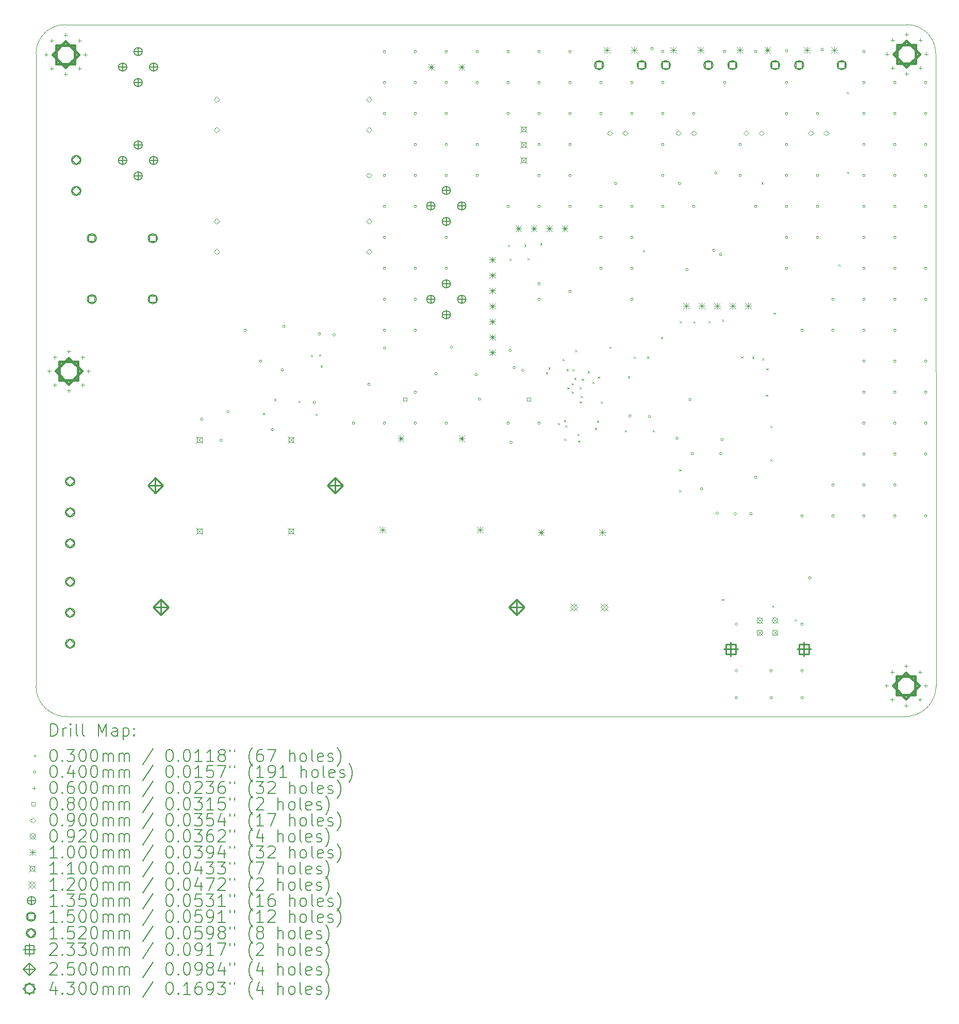
<source format=gbr>
%TF.GenerationSoftware,KiCad,Pcbnew,7.0.1*%
%TF.CreationDate,2023-05-06T23:46:45+02:00*%
%TF.ProjectId,PUE_mainboard,5055455f-6d61-4696-9e62-6f6172642e6b,rev?*%
%TF.SameCoordinates,Original*%
%TF.FileFunction,Drillmap*%
%TF.FilePolarity,Positive*%
%FSLAX45Y45*%
G04 Gerber Fmt 4.5, Leading zero omitted, Abs format (unit mm)*
G04 Created by KiCad (PCBNEW 7.0.1) date 2023-05-06 23:46:45*
%MOMM*%
%LPD*%
G01*
G04 APERTURE LIST*
%ADD10C,0.100000*%
%ADD11C,0.200000*%
%ADD12C,0.030000*%
%ADD13C,0.040000*%
%ADD14C,0.060000*%
%ADD15C,0.080000*%
%ADD16C,0.090000*%
%ADD17C,0.092000*%
%ADD18C,0.110000*%
%ADD19C,0.120000*%
%ADD20C,0.135000*%
%ADD21C,0.150000*%
%ADD22C,0.152000*%
%ADD23C,0.233000*%
%ADD24C,0.250000*%
%ADD25C,0.430000*%
G04 APERTURE END LIST*
D10*
X7200000Y-8700000D02*
X21025000Y-8700000D01*
X20998553Y-20056447D02*
X7223553Y-20056447D01*
X7200000Y-8700000D02*
G75*
G03*
X6725000Y-9175000I0J-475000D01*
G01*
X6723553Y-19556447D02*
G75*
G03*
X7223553Y-20056447I499997J-3D01*
G01*
X20998553Y-20056450D02*
G75*
G03*
X21505002Y-19551447I1447J505000D01*
G01*
X21500000Y-9175000D02*
G75*
G03*
X21025000Y-8700000I-475000J0D01*
G01*
X6723553Y-19556447D02*
X6725000Y-9175000D01*
X21500000Y-9175000D02*
X21505002Y-19551447D01*
D11*
D12*
X10449800Y-15072600D02*
X10479800Y-15102600D01*
X10479800Y-15072600D02*
X10449800Y-15102600D01*
X10635000Y-14842500D02*
X10665000Y-14872500D01*
X10665000Y-14842500D02*
X10635000Y-14872500D01*
X11032500Y-14872500D02*
X11062500Y-14902500D01*
X11062500Y-14872500D02*
X11032500Y-14902500D01*
X11235000Y-14120100D02*
X11265000Y-14150100D01*
X11265000Y-14120100D02*
X11235000Y-14150100D01*
X11313400Y-15085300D02*
X11343400Y-15115300D01*
X11343400Y-15085300D02*
X11313400Y-15115300D01*
X11371225Y-14108775D02*
X11401225Y-14138775D01*
X11401225Y-14108775D02*
X11371225Y-14138775D01*
X11398000Y-14292000D02*
X11428000Y-14322000D01*
X11428000Y-14292000D02*
X11398000Y-14322000D01*
X14475000Y-12312500D02*
X14505000Y-12342500D01*
X14505000Y-12312500D02*
X14475000Y-12342500D01*
X14502500Y-12540000D02*
X14532500Y-12570000D01*
X14532500Y-12540000D02*
X14502500Y-12570000D01*
X14740000Y-12310000D02*
X14770000Y-12340000D01*
X14770000Y-12310000D02*
X14740000Y-12340000D01*
X14797500Y-12530000D02*
X14827500Y-12560000D01*
X14827500Y-12530000D02*
X14797500Y-12560000D01*
X15005000Y-12287500D02*
X15035000Y-12317500D01*
X15035000Y-12287500D02*
X15005000Y-12317500D01*
X15098750Y-14403750D02*
X15128750Y-14433750D01*
X15128750Y-14403750D02*
X15098750Y-14433750D01*
X15141533Y-14328467D02*
X15171533Y-14358467D01*
X15171533Y-14328467D02*
X15141533Y-14358467D01*
X15292500Y-15235000D02*
X15322500Y-15265000D01*
X15322500Y-15235000D02*
X15292500Y-15265000D01*
X15370050Y-14185000D02*
X15400050Y-14215000D01*
X15400050Y-14185000D02*
X15370050Y-14215000D01*
X15395035Y-15190035D02*
X15425035Y-15220035D01*
X15425035Y-15190035D02*
X15395035Y-15220035D01*
X15395710Y-15495000D02*
X15425710Y-15525000D01*
X15425710Y-15495000D02*
X15395710Y-15525000D01*
X15415596Y-15273864D02*
X15445596Y-15303864D01*
X15445596Y-15273864D02*
X15415596Y-15303864D01*
X15435000Y-14350439D02*
X15465000Y-14380439D01*
X15465000Y-14350439D02*
X15435000Y-14380439D01*
X15447500Y-14652500D02*
X15477500Y-14682500D01*
X15477500Y-14652500D02*
X15447500Y-14682500D01*
X15520050Y-14585000D02*
X15550050Y-14615000D01*
X15550050Y-14585000D02*
X15520050Y-14615000D01*
X15520050Y-14720050D02*
X15550050Y-14750050D01*
X15550050Y-14720050D02*
X15520050Y-14750050D01*
X15535000Y-14353100D02*
X15565000Y-14383100D01*
X15565000Y-14353100D02*
X15535000Y-14383100D01*
X15562500Y-14497500D02*
X15592500Y-14527500D01*
X15592500Y-14497500D02*
X15562500Y-14527500D01*
X15575000Y-14037500D02*
X15605000Y-14067500D01*
X15605000Y-14037500D02*
X15575000Y-14067500D01*
X15612500Y-15412500D02*
X15642500Y-15442500D01*
X15642500Y-15412500D02*
X15612500Y-15442500D01*
X15625000Y-15525000D02*
X15655000Y-15555000D01*
X15655000Y-15525000D02*
X15625000Y-15555000D01*
X15649950Y-14649950D02*
X15679950Y-14679950D01*
X15679950Y-14649950D02*
X15649950Y-14679950D01*
X15649950Y-14882756D02*
X15679950Y-14912756D01*
X15679950Y-14882756D02*
X15649950Y-14912756D01*
X15670000Y-14789950D02*
X15700000Y-14819950D01*
X15700000Y-14789950D02*
X15670000Y-14819950D01*
X15685000Y-14509098D02*
X15715000Y-14539098D01*
X15715000Y-14509098D02*
X15685000Y-14539098D01*
X15785000Y-14385000D02*
X15815000Y-14415000D01*
X15815000Y-14385000D02*
X15785000Y-14415000D01*
X15857500Y-14560000D02*
X15887500Y-14590000D01*
X15887500Y-14560000D02*
X15857500Y-14590000D01*
X15899950Y-15314769D02*
X15929950Y-15344769D01*
X15929950Y-15314769D02*
X15899950Y-15344769D01*
X15935000Y-15200000D02*
X15965000Y-15230000D01*
X15965000Y-15200000D02*
X15935000Y-15230000D01*
X15947823Y-14475323D02*
X15977823Y-14505323D01*
X15977823Y-14475323D02*
X15947823Y-14505323D01*
X15999000Y-14885000D02*
X16029000Y-14915000D01*
X16029000Y-14885000D02*
X15999000Y-14915000D01*
X16137500Y-13985000D02*
X16167500Y-14015000D01*
X16167500Y-13985000D02*
X16137500Y-14015000D01*
X16392500Y-15355000D02*
X16422500Y-15385000D01*
X16422500Y-15355000D02*
X16392500Y-15385000D01*
X16442500Y-14472500D02*
X16472500Y-14502500D01*
X16472500Y-14472500D02*
X16442500Y-14502500D01*
X16542500Y-14147500D02*
X16572500Y-14177500D01*
X16572500Y-14147500D02*
X16542500Y-14177500D01*
X16690000Y-12400000D02*
X16720000Y-12430000D01*
X16720000Y-12400000D02*
X16690000Y-12430000D01*
X16755000Y-14147500D02*
X16785000Y-14177500D01*
X16785000Y-14147500D02*
X16755000Y-14177500D01*
X16850000Y-15355000D02*
X16880000Y-15385000D01*
X16880000Y-15355000D02*
X16850000Y-15385000D01*
X16987177Y-13827177D02*
X17017177Y-13857177D01*
X17017177Y-13827177D02*
X16987177Y-13857177D01*
X17287500Y-16000000D02*
X17317500Y-16030000D01*
X17317500Y-16000000D02*
X17287500Y-16030000D01*
X17287500Y-16340000D02*
X17317500Y-16370000D01*
X17317500Y-16340000D02*
X17287500Y-16370000D01*
X17292500Y-13562500D02*
X17322500Y-13592500D01*
X17322500Y-13562500D02*
X17292500Y-13592500D01*
X17520000Y-13567500D02*
X17550000Y-13597500D01*
X17550000Y-13567500D02*
X17520000Y-13597500D01*
X17767500Y-13562500D02*
X17797500Y-13592500D01*
X17797500Y-13562500D02*
X17767500Y-13592500D01*
X17990000Y-13537500D02*
X18020000Y-13567500D01*
X18020000Y-13537500D02*
X17990000Y-13567500D01*
X17991000Y-18122375D02*
X18021000Y-18152375D01*
X18021000Y-18122375D02*
X17991000Y-18152375D01*
X18300000Y-14145000D02*
X18330000Y-14175000D01*
X18330000Y-14145000D02*
X18300000Y-14175000D01*
X18485000Y-14147500D02*
X18515000Y-14177500D01*
X18515000Y-14147500D02*
X18485000Y-14177500D01*
X18635000Y-11285000D02*
X18665000Y-11315000D01*
X18665000Y-11285000D02*
X18635000Y-11315000D01*
X18647500Y-14172500D02*
X18677500Y-14202500D01*
X18677500Y-14172500D02*
X18647500Y-14202500D01*
X18707500Y-14770000D02*
X18737500Y-14800000D01*
X18737500Y-14770000D02*
X18707500Y-14800000D01*
X18717500Y-14337500D02*
X18747500Y-14367500D01*
X18747500Y-14337500D02*
X18717500Y-14367500D01*
X18785000Y-15285000D02*
X18815000Y-15315000D01*
X18815000Y-15285000D02*
X18785000Y-15315000D01*
X18785000Y-15835000D02*
X18815000Y-15865000D01*
X18815000Y-15835000D02*
X18785000Y-15865000D01*
X18816000Y-18232750D02*
X18846000Y-18262750D01*
X18846000Y-18232750D02*
X18816000Y-18262750D01*
X18835000Y-13425000D02*
X18865000Y-13455000D01*
X18865000Y-13425000D02*
X18835000Y-13455000D01*
X19184000Y-18459750D02*
X19214000Y-18489750D01*
X19214000Y-18459750D02*
X19184000Y-18489750D01*
X19902500Y-12632500D02*
X19932500Y-12662500D01*
X19932500Y-12632500D02*
X19902500Y-12662500D01*
X20037500Y-9805000D02*
X20067500Y-9835000D01*
X20067500Y-9805000D02*
X20037500Y-9835000D01*
X20040000Y-11112500D02*
X20070000Y-11142500D01*
X20070000Y-11112500D02*
X20040000Y-11142500D01*
D13*
X9465000Y-15175000D02*
G75*
G03*
X9465000Y-15175000I-20000J0D01*
G01*
X9785000Y-15522500D02*
G75*
G03*
X9785000Y-15522500I-20000J0D01*
G01*
X9897500Y-15052500D02*
G75*
G03*
X9897500Y-15052500I-20000J0D01*
G01*
X10180000Y-13716000D02*
G75*
G03*
X10180000Y-13716000I-20000J0D01*
G01*
X10434000Y-14224000D02*
G75*
G03*
X10434000Y-14224000I-20000J0D01*
G01*
X10625000Y-15347500D02*
G75*
G03*
X10625000Y-15347500I-20000J0D01*
G01*
X10790000Y-14365000D02*
G75*
G03*
X10790000Y-14365000I-20000J0D01*
G01*
X10815000Y-13652500D02*
G75*
G03*
X10815000Y-13652500I-20000J0D01*
G01*
X11315000Y-14900000D02*
G75*
G03*
X11315000Y-14900000I-20000J0D01*
G01*
X11400000Y-13775000D02*
G75*
G03*
X11400000Y-13775000I-20000J0D01*
G01*
X11640500Y-13791000D02*
G75*
G03*
X11640500Y-13791000I-20000J0D01*
G01*
X11958000Y-15240000D02*
G75*
G03*
X11958000Y-15240000I-20000J0D01*
G01*
X12212000Y-14605000D02*
G75*
G03*
X12212000Y-14605000I-20000J0D01*
G01*
X12466000Y-9144000D02*
G75*
G03*
X12466000Y-9144000I-20000J0D01*
G01*
X12466000Y-9652000D02*
G75*
G03*
X12466000Y-9652000I-20000J0D01*
G01*
X12466000Y-10160000D02*
G75*
G03*
X12466000Y-10160000I-20000J0D01*
G01*
X12466000Y-11176000D02*
G75*
G03*
X12466000Y-11176000I-20000J0D01*
G01*
X12466000Y-11684000D02*
G75*
G03*
X12466000Y-11684000I-20000J0D01*
G01*
X12466000Y-12192000D02*
G75*
G03*
X12466000Y-12192000I-20000J0D01*
G01*
X12466000Y-12700000D02*
G75*
G03*
X12466000Y-12700000I-20000J0D01*
G01*
X12466000Y-13208000D02*
G75*
G03*
X12466000Y-13208000I-20000J0D01*
G01*
X12466000Y-13716000D02*
G75*
G03*
X12466000Y-13716000I-20000J0D01*
G01*
X12466000Y-15240000D02*
G75*
G03*
X12466000Y-15240000I-20000J0D01*
G01*
X12467500Y-14005000D02*
G75*
G03*
X12467500Y-14005000I-20000J0D01*
G01*
X12974000Y-9144000D02*
G75*
G03*
X12974000Y-9144000I-20000J0D01*
G01*
X12974000Y-9652000D02*
G75*
G03*
X12974000Y-9652000I-20000J0D01*
G01*
X12974000Y-10160000D02*
G75*
G03*
X12974000Y-10160000I-20000J0D01*
G01*
X12974000Y-10668000D02*
G75*
G03*
X12974000Y-10668000I-20000J0D01*
G01*
X12974000Y-11176000D02*
G75*
G03*
X12974000Y-11176000I-20000J0D01*
G01*
X12974000Y-11684000D02*
G75*
G03*
X12974000Y-11684000I-20000J0D01*
G01*
X12974000Y-12700000D02*
G75*
G03*
X12974000Y-12700000I-20000J0D01*
G01*
X12974000Y-13208000D02*
G75*
G03*
X12974000Y-13208000I-20000J0D01*
G01*
X12974000Y-13716000D02*
G75*
G03*
X12974000Y-13716000I-20000J0D01*
G01*
X12974000Y-14732000D02*
G75*
G03*
X12974000Y-14732000I-20000J0D01*
G01*
X12974000Y-15240000D02*
G75*
G03*
X12974000Y-15240000I-20000J0D01*
G01*
X13315000Y-14430000D02*
G75*
G03*
X13315000Y-14430000I-20000J0D01*
G01*
X13482000Y-9144000D02*
G75*
G03*
X13482000Y-9144000I-20000J0D01*
G01*
X13482000Y-9652000D02*
G75*
G03*
X13482000Y-9652000I-20000J0D01*
G01*
X13482000Y-10160000D02*
G75*
G03*
X13482000Y-10160000I-20000J0D01*
G01*
X13482000Y-10668000D02*
G75*
G03*
X13482000Y-10668000I-20000J0D01*
G01*
X13482000Y-11176000D02*
G75*
G03*
X13482000Y-11176000I-20000J0D01*
G01*
X13482000Y-12192000D02*
G75*
G03*
X13482000Y-12192000I-20000J0D01*
G01*
X13482000Y-12700000D02*
G75*
G03*
X13482000Y-12700000I-20000J0D01*
G01*
X13482000Y-15240000D02*
G75*
G03*
X13482000Y-15240000I-20000J0D01*
G01*
X13570000Y-13995000D02*
G75*
G03*
X13570000Y-13995000I-20000J0D01*
G01*
X13972500Y-14440000D02*
G75*
G03*
X13972500Y-14440000I-20000J0D01*
G01*
X13990000Y-9144000D02*
G75*
G03*
X13990000Y-9144000I-20000J0D01*
G01*
X13990000Y-9652000D02*
G75*
G03*
X13990000Y-9652000I-20000J0D01*
G01*
X13990000Y-10668000D02*
G75*
G03*
X13990000Y-10668000I-20000J0D01*
G01*
X13990000Y-11176000D02*
G75*
G03*
X13990000Y-11176000I-20000J0D01*
G01*
X14030000Y-14845000D02*
G75*
G03*
X14030000Y-14845000I-20000J0D01*
G01*
X14498000Y-9144000D02*
G75*
G03*
X14498000Y-9144000I-20000J0D01*
G01*
X14498000Y-9652000D02*
G75*
G03*
X14498000Y-9652000I-20000J0D01*
G01*
X14498000Y-10160000D02*
G75*
G03*
X14498000Y-10160000I-20000J0D01*
G01*
X14498000Y-11684000D02*
G75*
G03*
X14498000Y-11684000I-20000J0D01*
G01*
X14498000Y-15240000D02*
G75*
G03*
X14498000Y-15240000I-20000J0D01*
G01*
X14528955Y-14046045D02*
G75*
G03*
X14528955Y-14046045I-20000J0D01*
G01*
X14545000Y-15555000D02*
G75*
G03*
X14545000Y-15555000I-20000J0D01*
G01*
X14595000Y-14330000D02*
G75*
G03*
X14595000Y-14330000I-20000J0D01*
G01*
X14740000Y-14375000D02*
G75*
G03*
X14740000Y-14375000I-20000J0D01*
G01*
X15006000Y-9144000D02*
G75*
G03*
X15006000Y-9144000I-20000J0D01*
G01*
X15006000Y-9652000D02*
G75*
G03*
X15006000Y-9652000I-20000J0D01*
G01*
X15006000Y-10160000D02*
G75*
G03*
X15006000Y-10160000I-20000J0D01*
G01*
X15006000Y-10668000D02*
G75*
G03*
X15006000Y-10668000I-20000J0D01*
G01*
X15006000Y-11176000D02*
G75*
G03*
X15006000Y-11176000I-20000J0D01*
G01*
X15006000Y-11684000D02*
G75*
G03*
X15006000Y-11684000I-20000J0D01*
G01*
X15006000Y-12954000D02*
G75*
G03*
X15006000Y-12954000I-20000J0D01*
G01*
X15006000Y-13208000D02*
G75*
G03*
X15006000Y-13208000I-20000J0D01*
G01*
X15006000Y-15240000D02*
G75*
G03*
X15006000Y-15240000I-20000J0D01*
G01*
X15514000Y-9144000D02*
G75*
G03*
X15514000Y-9144000I-20000J0D01*
G01*
X15514000Y-9652000D02*
G75*
G03*
X15514000Y-9652000I-20000J0D01*
G01*
X15514000Y-10160000D02*
G75*
G03*
X15514000Y-10160000I-20000J0D01*
G01*
X15514000Y-10668000D02*
G75*
G03*
X15514000Y-10668000I-20000J0D01*
G01*
X15514000Y-11176000D02*
G75*
G03*
X15514000Y-11176000I-20000J0D01*
G01*
X15514000Y-11684000D02*
G75*
G03*
X15514000Y-11684000I-20000J0D01*
G01*
X15514000Y-13081000D02*
G75*
G03*
X15514000Y-13081000I-20000J0D01*
G01*
X16022000Y-9652000D02*
G75*
G03*
X16022000Y-9652000I-20000J0D01*
G01*
X16022000Y-10160000D02*
G75*
G03*
X16022000Y-10160000I-20000J0D01*
G01*
X16022000Y-11684000D02*
G75*
G03*
X16022000Y-11684000I-20000J0D01*
G01*
X16022000Y-12192000D02*
G75*
G03*
X16022000Y-12192000I-20000J0D01*
G01*
X16022000Y-12700000D02*
G75*
G03*
X16022000Y-12700000I-20000J0D01*
G01*
X16265000Y-11305000D02*
G75*
G03*
X16265000Y-11305000I-20000J0D01*
G01*
X16497500Y-15122500D02*
G75*
G03*
X16497500Y-15122500I-20000J0D01*
G01*
X16530000Y-9652000D02*
G75*
G03*
X16530000Y-9652000I-20000J0D01*
G01*
X16530000Y-10160000D02*
G75*
G03*
X16530000Y-10160000I-20000J0D01*
G01*
X16530000Y-11684000D02*
G75*
G03*
X16530000Y-11684000I-20000J0D01*
G01*
X16530000Y-12192000D02*
G75*
G03*
X16530000Y-12192000I-20000J0D01*
G01*
X16530000Y-12700000D02*
G75*
G03*
X16530000Y-12700000I-20000J0D01*
G01*
X16530000Y-13208000D02*
G75*
G03*
X16530000Y-13208000I-20000J0D01*
G01*
X16820000Y-15135000D02*
G75*
G03*
X16820000Y-15135000I-20000J0D01*
G01*
X16860000Y-9092500D02*
G75*
G03*
X16860000Y-9092500I-20000J0D01*
G01*
X17038000Y-9144000D02*
G75*
G03*
X17038000Y-9144000I-20000J0D01*
G01*
X17038000Y-9652000D02*
G75*
G03*
X17038000Y-9652000I-20000J0D01*
G01*
X17038000Y-10160000D02*
G75*
G03*
X17038000Y-10160000I-20000J0D01*
G01*
X17038000Y-10668000D02*
G75*
G03*
X17038000Y-10668000I-20000J0D01*
G01*
X17038000Y-11176000D02*
G75*
G03*
X17038000Y-11176000I-20000J0D01*
G01*
X17038000Y-11684000D02*
G75*
G03*
X17038000Y-11684000I-20000J0D01*
G01*
X17271250Y-15486250D02*
G75*
G03*
X17271250Y-15486250I-20000J0D01*
G01*
X17315000Y-11305000D02*
G75*
G03*
X17315000Y-11305000I-20000J0D01*
G01*
X17435000Y-12720000D02*
G75*
G03*
X17435000Y-12720000I-20000J0D01*
G01*
X17485000Y-14855000D02*
G75*
G03*
X17485000Y-14855000I-20000J0D01*
G01*
X17527500Y-15742500D02*
G75*
G03*
X17527500Y-15742500I-20000J0D01*
G01*
X17546000Y-10160000D02*
G75*
G03*
X17546000Y-10160000I-20000J0D01*
G01*
X17546000Y-11684000D02*
G75*
G03*
X17546000Y-11684000I-20000J0D01*
G01*
X17673000Y-16319500D02*
G75*
G03*
X17673000Y-16319500I-20000J0D01*
G01*
X17875000Y-12405000D02*
G75*
G03*
X17875000Y-12405000I-20000J0D01*
G01*
X17907500Y-11132500D02*
G75*
G03*
X17907500Y-11132500I-20000J0D01*
G01*
X17931000Y-16720250D02*
G75*
G03*
X17931000Y-16720250I-20000J0D01*
G01*
X17985000Y-12467500D02*
G75*
G03*
X17985000Y-12467500I-20000J0D01*
G01*
X17990000Y-15740000D02*
G75*
G03*
X17990000Y-15740000I-20000J0D01*
G01*
X18010000Y-15510000D02*
G75*
G03*
X18010000Y-15510000I-20000J0D01*
G01*
X18054000Y-9144000D02*
G75*
G03*
X18054000Y-9144000I-20000J0D01*
G01*
X18054000Y-9652000D02*
G75*
G03*
X18054000Y-9652000I-20000J0D01*
G01*
X18226000Y-16727750D02*
G75*
G03*
X18226000Y-16727750I-20000J0D01*
G01*
X18244500Y-18542000D02*
G75*
G03*
X18244500Y-18542000I-20000J0D01*
G01*
X18244500Y-19304000D02*
G75*
G03*
X18244500Y-19304000I-20000J0D01*
G01*
X18244500Y-19748500D02*
G75*
G03*
X18244500Y-19748500I-20000J0D01*
G01*
X18308000Y-10668000D02*
G75*
G03*
X18308000Y-10668000I-20000J0D01*
G01*
X18308000Y-11176000D02*
G75*
G03*
X18308000Y-11176000I-20000J0D01*
G01*
X18485000Y-16727500D02*
G75*
G03*
X18485000Y-16727500I-20000J0D01*
G01*
X18562000Y-9144000D02*
G75*
G03*
X18562000Y-9144000I-20000J0D01*
G01*
X18562000Y-11684000D02*
G75*
G03*
X18562000Y-11684000I-20000J0D01*
G01*
X18562000Y-16129000D02*
G75*
G03*
X18562000Y-16129000I-20000J0D01*
G01*
X18816000Y-19304000D02*
G75*
G03*
X18816000Y-19304000I-20000J0D01*
G01*
X18816000Y-19748500D02*
G75*
G03*
X18816000Y-19748500I-20000J0D01*
G01*
X19070000Y-9130000D02*
G75*
G03*
X19070000Y-9130000I-20000J0D01*
G01*
X19070000Y-9652000D02*
G75*
G03*
X19070000Y-9652000I-20000J0D01*
G01*
X19070000Y-10160000D02*
G75*
G03*
X19070000Y-10160000I-20000J0D01*
G01*
X19070000Y-10668000D02*
G75*
G03*
X19070000Y-10668000I-20000J0D01*
G01*
X19070000Y-11176000D02*
G75*
G03*
X19070000Y-11176000I-20000J0D01*
G01*
X19070000Y-11684000D02*
G75*
G03*
X19070000Y-11684000I-20000J0D01*
G01*
X19070000Y-12192000D02*
G75*
G03*
X19070000Y-12192000I-20000J0D01*
G01*
X19070000Y-12700000D02*
G75*
G03*
X19070000Y-12700000I-20000J0D01*
G01*
X19324000Y-13716000D02*
G75*
G03*
X19324000Y-13716000I-20000J0D01*
G01*
X19324000Y-16764000D02*
G75*
G03*
X19324000Y-16764000I-20000J0D01*
G01*
X19324000Y-18542000D02*
G75*
G03*
X19324000Y-18542000I-20000J0D01*
G01*
X19324000Y-19304000D02*
G75*
G03*
X19324000Y-19304000I-20000J0D01*
G01*
X19324000Y-19748500D02*
G75*
G03*
X19324000Y-19748500I-20000J0D01*
G01*
X19451000Y-17780000D02*
G75*
G03*
X19451000Y-17780000I-20000J0D01*
G01*
X19578000Y-10160000D02*
G75*
G03*
X19578000Y-10160000I-20000J0D01*
G01*
X19578000Y-11176000D02*
G75*
G03*
X19578000Y-11176000I-20000J0D01*
G01*
X19578000Y-11684000D02*
G75*
G03*
X19578000Y-11684000I-20000J0D01*
G01*
X19578000Y-12192000D02*
G75*
G03*
X19578000Y-12192000I-20000J0D01*
G01*
X19652500Y-9107500D02*
G75*
G03*
X19652500Y-9107500I-20000J0D01*
G01*
X19832000Y-13208000D02*
G75*
G03*
X19832000Y-13208000I-20000J0D01*
G01*
X19832000Y-13716000D02*
G75*
G03*
X19832000Y-13716000I-20000J0D01*
G01*
X19832000Y-16256000D02*
G75*
G03*
X19832000Y-16256000I-20000J0D01*
G01*
X19832000Y-16764000D02*
G75*
G03*
X19832000Y-16764000I-20000J0D01*
G01*
X20340000Y-9144000D02*
G75*
G03*
X20340000Y-9144000I-20000J0D01*
G01*
X20340000Y-9652000D02*
G75*
G03*
X20340000Y-9652000I-20000J0D01*
G01*
X20340000Y-10160000D02*
G75*
G03*
X20340000Y-10160000I-20000J0D01*
G01*
X20340000Y-10668000D02*
G75*
G03*
X20340000Y-10668000I-20000J0D01*
G01*
X20340000Y-11176000D02*
G75*
G03*
X20340000Y-11176000I-20000J0D01*
G01*
X20340000Y-11684000D02*
G75*
G03*
X20340000Y-11684000I-20000J0D01*
G01*
X20340000Y-12192000D02*
G75*
G03*
X20340000Y-12192000I-20000J0D01*
G01*
X20340000Y-12700000D02*
G75*
G03*
X20340000Y-12700000I-20000J0D01*
G01*
X20340000Y-13208000D02*
G75*
G03*
X20340000Y-13208000I-20000J0D01*
G01*
X20340000Y-13716000D02*
G75*
G03*
X20340000Y-13716000I-20000J0D01*
G01*
X20340000Y-14224000D02*
G75*
G03*
X20340000Y-14224000I-20000J0D01*
G01*
X20340000Y-14732000D02*
G75*
G03*
X20340000Y-14732000I-20000J0D01*
G01*
X20340000Y-15240000D02*
G75*
G03*
X20340000Y-15240000I-20000J0D01*
G01*
X20340000Y-15748000D02*
G75*
G03*
X20340000Y-15748000I-20000J0D01*
G01*
X20340000Y-16256000D02*
G75*
G03*
X20340000Y-16256000I-20000J0D01*
G01*
X20340000Y-16764000D02*
G75*
G03*
X20340000Y-16764000I-20000J0D01*
G01*
X20848000Y-9652000D02*
G75*
G03*
X20848000Y-9652000I-20000J0D01*
G01*
X20848000Y-10160000D02*
G75*
G03*
X20848000Y-10160000I-20000J0D01*
G01*
X20848000Y-10668000D02*
G75*
G03*
X20848000Y-10668000I-20000J0D01*
G01*
X20848000Y-11176000D02*
G75*
G03*
X20848000Y-11176000I-20000J0D01*
G01*
X20848000Y-11684000D02*
G75*
G03*
X20848000Y-11684000I-20000J0D01*
G01*
X20848000Y-12192000D02*
G75*
G03*
X20848000Y-12192000I-20000J0D01*
G01*
X20848000Y-12700000D02*
G75*
G03*
X20848000Y-12700000I-20000J0D01*
G01*
X20848000Y-13208000D02*
G75*
G03*
X20848000Y-13208000I-20000J0D01*
G01*
X20848000Y-13716000D02*
G75*
G03*
X20848000Y-13716000I-20000J0D01*
G01*
X20848000Y-14224000D02*
G75*
G03*
X20848000Y-14224000I-20000J0D01*
G01*
X20848000Y-14732000D02*
G75*
G03*
X20848000Y-14732000I-20000J0D01*
G01*
X20848000Y-15240000D02*
G75*
G03*
X20848000Y-15240000I-20000J0D01*
G01*
X20848000Y-15748000D02*
G75*
G03*
X20848000Y-15748000I-20000J0D01*
G01*
X20848000Y-16256000D02*
G75*
G03*
X20848000Y-16256000I-20000J0D01*
G01*
X20848000Y-16764000D02*
G75*
G03*
X20848000Y-16764000I-20000J0D01*
G01*
X21356000Y-9652000D02*
G75*
G03*
X21356000Y-9652000I-20000J0D01*
G01*
X21356000Y-10160000D02*
G75*
G03*
X21356000Y-10160000I-20000J0D01*
G01*
X21356000Y-10668000D02*
G75*
G03*
X21356000Y-10668000I-20000J0D01*
G01*
X21356000Y-11176000D02*
G75*
G03*
X21356000Y-11176000I-20000J0D01*
G01*
X21356000Y-11684000D02*
G75*
G03*
X21356000Y-11684000I-20000J0D01*
G01*
X21356000Y-12700000D02*
G75*
G03*
X21356000Y-12700000I-20000J0D01*
G01*
X21356000Y-13208000D02*
G75*
G03*
X21356000Y-13208000I-20000J0D01*
G01*
X21356000Y-14224000D02*
G75*
G03*
X21356000Y-14224000I-20000J0D01*
G01*
X21356000Y-14732000D02*
G75*
G03*
X21356000Y-14732000I-20000J0D01*
G01*
X21356000Y-15240000D02*
G75*
G03*
X21356000Y-15240000I-20000J0D01*
G01*
X21356000Y-15748000D02*
G75*
G03*
X21356000Y-15748000I-20000J0D01*
G01*
X21356000Y-16764000D02*
G75*
G03*
X21356000Y-16764000I-20000J0D01*
G01*
D14*
X6889458Y-9161958D02*
X6889458Y-9221958D01*
X6859458Y-9191958D02*
X6919458Y-9191958D01*
X6940000Y-14355000D02*
X6940000Y-14415000D01*
X6910000Y-14385000D02*
X6970000Y-14385000D01*
X6983916Y-8933916D02*
X6983916Y-8993916D01*
X6953916Y-8963916D02*
X7013916Y-8963916D01*
X6983916Y-9390000D02*
X6983916Y-9450000D01*
X6953916Y-9420000D02*
X7013916Y-9420000D01*
X7034458Y-14126958D02*
X7034458Y-14186958D01*
X7004458Y-14156958D02*
X7064458Y-14156958D01*
X7034458Y-14583042D02*
X7034458Y-14643042D01*
X7004458Y-14613042D02*
X7064458Y-14613042D01*
X7211958Y-8839458D02*
X7211958Y-8899458D01*
X7181958Y-8869458D02*
X7241958Y-8869458D01*
X7211958Y-9484458D02*
X7211958Y-9544458D01*
X7181958Y-9514458D02*
X7241958Y-9514458D01*
X7262500Y-14032500D02*
X7262500Y-14092500D01*
X7232500Y-14062500D02*
X7292500Y-14062500D01*
X7262500Y-14677500D02*
X7262500Y-14737500D01*
X7232500Y-14707500D02*
X7292500Y-14707500D01*
X7440000Y-8933916D02*
X7440000Y-8993916D01*
X7410000Y-8963916D02*
X7470000Y-8963916D01*
X7440000Y-9390000D02*
X7440000Y-9450000D01*
X7410000Y-9420000D02*
X7470000Y-9420000D01*
X7490542Y-14126958D02*
X7490542Y-14186958D01*
X7460542Y-14156958D02*
X7520542Y-14156958D01*
X7490542Y-14583042D02*
X7490542Y-14643042D01*
X7460542Y-14613042D02*
X7520542Y-14613042D01*
X7534458Y-9161958D02*
X7534458Y-9221958D01*
X7504458Y-9191958D02*
X7564458Y-9191958D01*
X7585000Y-14355000D02*
X7585000Y-14415000D01*
X7555000Y-14385000D02*
X7615000Y-14385000D01*
X20689458Y-19521958D02*
X20689458Y-19581958D01*
X20659458Y-19551958D02*
X20719458Y-19551958D01*
X20697500Y-9152500D02*
X20697500Y-9212500D01*
X20667500Y-9182500D02*
X20727500Y-9182500D01*
X20783916Y-19293916D02*
X20783916Y-19353916D01*
X20753916Y-19323916D02*
X20813916Y-19323916D01*
X20783916Y-19750000D02*
X20783916Y-19810000D01*
X20753916Y-19780000D02*
X20813916Y-19780000D01*
X20791958Y-8924458D02*
X20791958Y-8984458D01*
X20761958Y-8954458D02*
X20821958Y-8954458D01*
X20791958Y-9380542D02*
X20791958Y-9440542D01*
X20761958Y-9410542D02*
X20821958Y-9410542D01*
X21011958Y-19199458D02*
X21011958Y-19259458D01*
X20981958Y-19229458D02*
X21041958Y-19229458D01*
X21011958Y-19844458D02*
X21011958Y-19904458D01*
X20981958Y-19874458D02*
X21041958Y-19874458D01*
X21020000Y-8830000D02*
X21020000Y-8890000D01*
X20990000Y-8860000D02*
X21050000Y-8860000D01*
X21020000Y-9475000D02*
X21020000Y-9535000D01*
X20990000Y-9505000D02*
X21050000Y-9505000D01*
X21240000Y-19293916D02*
X21240000Y-19353916D01*
X21210000Y-19323916D02*
X21270000Y-19323916D01*
X21240000Y-19750000D02*
X21240000Y-19810000D01*
X21210000Y-19780000D02*
X21270000Y-19780000D01*
X21248042Y-8924458D02*
X21248042Y-8984458D01*
X21218042Y-8954458D02*
X21278042Y-8954458D01*
X21248042Y-9380542D02*
X21248042Y-9440542D01*
X21218042Y-9410542D02*
X21278042Y-9410542D01*
X21334458Y-19521958D02*
X21334458Y-19581958D01*
X21304458Y-19551958D02*
X21364458Y-19551958D01*
X21342500Y-9152500D02*
X21342500Y-9212500D01*
X21312500Y-9182500D02*
X21372500Y-9182500D01*
D15*
X12812284Y-14878284D02*
X12812284Y-14821715D01*
X12755715Y-14821715D01*
X12755715Y-14878284D01*
X12812284Y-14878284D01*
X14844284Y-14878284D02*
X14844284Y-14821715D01*
X14787715Y-14821715D01*
X14787715Y-14878284D01*
X14844284Y-14878284D01*
D16*
X9692000Y-9971000D02*
X9737000Y-9926000D01*
X9692000Y-9881000D01*
X9647000Y-9926000D01*
X9692000Y-9971000D01*
X9692000Y-10471000D02*
X9737000Y-10426000D01*
X9692000Y-10381000D01*
X9647000Y-10426000D01*
X9692000Y-10471000D01*
X9692000Y-11971000D02*
X9737000Y-11926000D01*
X9692000Y-11881000D01*
X9647000Y-11926000D01*
X9692000Y-11971000D01*
X9692000Y-12471000D02*
X9737000Y-12426000D01*
X9692000Y-12381000D01*
X9647000Y-12426000D01*
X9692000Y-12471000D01*
X12192000Y-9971000D02*
X12237000Y-9926000D01*
X12192000Y-9881000D01*
X12147000Y-9926000D01*
X12192000Y-9971000D01*
X12192000Y-10471000D02*
X12237000Y-10426000D01*
X12192000Y-10381000D01*
X12147000Y-10426000D01*
X12192000Y-10471000D01*
X12192000Y-11221000D02*
X12237000Y-11176000D01*
X12192000Y-11131000D01*
X12147000Y-11176000D01*
X12192000Y-11221000D01*
X12192000Y-11971000D02*
X12237000Y-11926000D01*
X12192000Y-11881000D01*
X12147000Y-11926000D01*
X12192000Y-11971000D01*
X12192000Y-12471000D02*
X12237000Y-12426000D01*
X12192000Y-12381000D01*
X12147000Y-12426000D01*
X12192000Y-12471000D01*
X16146000Y-10525000D02*
X16191000Y-10480000D01*
X16146000Y-10435000D01*
X16101000Y-10480000D01*
X16146000Y-10525000D01*
X16400000Y-10525000D02*
X16445000Y-10480000D01*
X16400000Y-10435000D01*
X16355000Y-10480000D01*
X16400000Y-10525000D01*
X17272500Y-10525000D02*
X17317500Y-10480000D01*
X17272500Y-10435000D01*
X17227500Y-10480000D01*
X17272500Y-10525000D01*
X17526500Y-10525000D02*
X17571500Y-10480000D01*
X17526500Y-10435000D01*
X17481500Y-10480000D01*
X17526500Y-10525000D01*
X18386000Y-10525000D02*
X18431000Y-10480000D01*
X18386000Y-10435000D01*
X18341000Y-10480000D01*
X18386000Y-10525000D01*
X18640000Y-10525000D02*
X18685000Y-10480000D01*
X18640000Y-10435000D01*
X18595000Y-10480000D01*
X18640000Y-10525000D01*
X19446000Y-10525000D02*
X19491000Y-10480000D01*
X19446000Y-10435000D01*
X19401000Y-10480000D01*
X19446000Y-10525000D01*
X19700000Y-10525000D02*
X19745000Y-10480000D01*
X19700000Y-10435000D01*
X19655000Y-10480000D01*
X19700000Y-10525000D01*
D17*
X18564000Y-18434000D02*
X18656000Y-18526000D01*
X18656000Y-18434000D02*
X18564000Y-18526000D01*
X18656000Y-18480000D02*
G75*
G03*
X18656000Y-18480000I-46000J0D01*
G01*
X18564000Y-18634000D02*
X18656000Y-18726000D01*
X18656000Y-18634000D02*
X18564000Y-18726000D01*
X18656000Y-18680000D02*
G75*
G03*
X18656000Y-18680000I-46000J0D01*
G01*
X18814000Y-18434000D02*
X18906000Y-18526000D01*
X18906000Y-18434000D02*
X18814000Y-18526000D01*
X18906000Y-18480000D02*
G75*
G03*
X18906000Y-18480000I-46000J0D01*
G01*
X18814000Y-18634000D02*
X18906000Y-18726000D01*
X18906000Y-18634000D02*
X18814000Y-18726000D01*
X18906000Y-18680000D02*
G75*
G03*
X18906000Y-18680000I-46000J0D01*
G01*
D10*
X12366000Y-16944000D02*
X12466000Y-17044000D01*
X12466000Y-16944000D02*
X12366000Y-17044000D01*
X12416000Y-16944000D02*
X12416000Y-17044000D01*
X12366000Y-16994000D02*
X12466000Y-16994000D01*
X12666000Y-15444000D02*
X12766000Y-15544000D01*
X12766000Y-15444000D02*
X12666000Y-15544000D01*
X12716000Y-15444000D02*
X12716000Y-15544000D01*
X12666000Y-15494000D02*
X12766000Y-15494000D01*
X13166000Y-9348000D02*
X13266000Y-9448000D01*
X13266000Y-9348000D02*
X13166000Y-9448000D01*
X13216000Y-9348000D02*
X13216000Y-9448000D01*
X13166000Y-9398000D02*
X13266000Y-9398000D01*
X13666000Y-9348000D02*
X13766000Y-9448000D01*
X13766000Y-9348000D02*
X13666000Y-9448000D01*
X13716000Y-9348000D02*
X13716000Y-9448000D01*
X13666000Y-9398000D02*
X13766000Y-9398000D01*
X13666000Y-15444000D02*
X13766000Y-15544000D01*
X13766000Y-15444000D02*
X13666000Y-15544000D01*
X13716000Y-15444000D02*
X13716000Y-15544000D01*
X13666000Y-15494000D02*
X13766000Y-15494000D01*
X13966000Y-16944000D02*
X14066000Y-17044000D01*
X14066000Y-16944000D02*
X13966000Y-17044000D01*
X14016000Y-16944000D02*
X14016000Y-17044000D01*
X13966000Y-16994000D02*
X14066000Y-16994000D01*
X14170000Y-12508500D02*
X14270000Y-12608500D01*
X14270000Y-12508500D02*
X14170000Y-12608500D01*
X14220000Y-12508500D02*
X14220000Y-12608500D01*
X14170000Y-12558500D02*
X14270000Y-12558500D01*
X14170000Y-12762500D02*
X14270000Y-12862500D01*
X14270000Y-12762500D02*
X14170000Y-12862500D01*
X14220000Y-12762500D02*
X14220000Y-12862500D01*
X14170000Y-12812500D02*
X14270000Y-12812500D01*
X14170000Y-13016500D02*
X14270000Y-13116500D01*
X14270000Y-13016500D02*
X14170000Y-13116500D01*
X14220000Y-13016500D02*
X14220000Y-13116500D01*
X14170000Y-13066500D02*
X14270000Y-13066500D01*
X14170000Y-13270500D02*
X14270000Y-13370500D01*
X14270000Y-13270500D02*
X14170000Y-13370500D01*
X14220000Y-13270500D02*
X14220000Y-13370500D01*
X14170000Y-13320500D02*
X14270000Y-13320500D01*
X14170000Y-13524500D02*
X14270000Y-13624500D01*
X14270000Y-13524500D02*
X14170000Y-13624500D01*
X14220000Y-13524500D02*
X14220000Y-13624500D01*
X14170000Y-13574500D02*
X14270000Y-13574500D01*
X14170000Y-13778500D02*
X14270000Y-13878500D01*
X14270000Y-13778500D02*
X14170000Y-13878500D01*
X14220000Y-13778500D02*
X14220000Y-13878500D01*
X14170000Y-13828500D02*
X14270000Y-13828500D01*
X14170000Y-14032500D02*
X14270000Y-14132500D01*
X14270000Y-14032500D02*
X14170000Y-14132500D01*
X14220000Y-14032500D02*
X14220000Y-14132500D01*
X14170000Y-14082500D02*
X14270000Y-14082500D01*
X14596000Y-12000000D02*
X14696000Y-12100000D01*
X14696000Y-12000000D02*
X14596000Y-12100000D01*
X14646000Y-12000000D02*
X14646000Y-12100000D01*
X14596000Y-12050000D02*
X14696000Y-12050000D01*
X14850000Y-12000000D02*
X14950000Y-12100000D01*
X14950000Y-12000000D02*
X14850000Y-12100000D01*
X14900000Y-12000000D02*
X14900000Y-12100000D01*
X14850000Y-12050000D02*
X14950000Y-12050000D01*
X14970000Y-16985000D02*
X15070000Y-17085000D01*
X15070000Y-16985000D02*
X14970000Y-17085000D01*
X15020000Y-16985000D02*
X15020000Y-17085000D01*
X14970000Y-17035000D02*
X15070000Y-17035000D01*
X15104000Y-12000000D02*
X15204000Y-12100000D01*
X15204000Y-12000000D02*
X15104000Y-12100000D01*
X15154000Y-12000000D02*
X15154000Y-12100000D01*
X15104000Y-12050000D02*
X15204000Y-12050000D01*
X15358000Y-12000000D02*
X15458000Y-12100000D01*
X15458000Y-12000000D02*
X15358000Y-12100000D01*
X15408000Y-12000000D02*
X15408000Y-12100000D01*
X15358000Y-12050000D02*
X15458000Y-12050000D01*
X15970000Y-16985000D02*
X16070000Y-17085000D01*
X16070000Y-16985000D02*
X15970000Y-17085000D01*
X16020000Y-16985000D02*
X16020000Y-17085000D01*
X15970000Y-17035000D02*
X16070000Y-17035000D01*
X16046000Y-9065000D02*
X16146000Y-9165000D01*
X16146000Y-9065000D02*
X16046000Y-9165000D01*
X16096000Y-9065000D02*
X16096000Y-9165000D01*
X16046000Y-9115000D02*
X16146000Y-9115000D01*
X16496000Y-9065000D02*
X16596000Y-9165000D01*
X16596000Y-9065000D02*
X16496000Y-9165000D01*
X16546000Y-9065000D02*
X16546000Y-9165000D01*
X16496000Y-9115000D02*
X16596000Y-9115000D01*
X17141000Y-9065000D02*
X17241000Y-9165000D01*
X17241000Y-9065000D02*
X17141000Y-9165000D01*
X17191000Y-9065000D02*
X17191000Y-9165000D01*
X17141000Y-9115000D02*
X17241000Y-9115000D01*
X17350000Y-13270000D02*
X17450000Y-13370000D01*
X17450000Y-13270000D02*
X17350000Y-13370000D01*
X17400000Y-13270000D02*
X17400000Y-13370000D01*
X17350000Y-13320000D02*
X17450000Y-13320000D01*
X17591000Y-9065000D02*
X17691000Y-9165000D01*
X17691000Y-9065000D02*
X17591000Y-9165000D01*
X17641000Y-9065000D02*
X17641000Y-9165000D01*
X17591000Y-9115000D02*
X17691000Y-9115000D01*
X17604000Y-13270000D02*
X17704000Y-13370000D01*
X17704000Y-13270000D02*
X17604000Y-13370000D01*
X17654000Y-13270000D02*
X17654000Y-13370000D01*
X17604000Y-13320000D02*
X17704000Y-13320000D01*
X17858000Y-13270000D02*
X17958000Y-13370000D01*
X17958000Y-13270000D02*
X17858000Y-13370000D01*
X17908000Y-13270000D02*
X17908000Y-13370000D01*
X17858000Y-13320000D02*
X17958000Y-13320000D01*
X18112000Y-13270000D02*
X18212000Y-13370000D01*
X18212000Y-13270000D02*
X18112000Y-13370000D01*
X18162000Y-13270000D02*
X18162000Y-13370000D01*
X18112000Y-13320000D02*
X18212000Y-13320000D01*
X18236000Y-9065000D02*
X18336000Y-9165000D01*
X18336000Y-9065000D02*
X18236000Y-9165000D01*
X18286000Y-9065000D02*
X18286000Y-9165000D01*
X18236000Y-9115000D02*
X18336000Y-9115000D01*
X18366000Y-13270000D02*
X18466000Y-13370000D01*
X18466000Y-13270000D02*
X18366000Y-13370000D01*
X18416000Y-13270000D02*
X18416000Y-13370000D01*
X18366000Y-13320000D02*
X18466000Y-13320000D01*
X18686000Y-9065000D02*
X18786000Y-9165000D01*
X18786000Y-9065000D02*
X18686000Y-9165000D01*
X18736000Y-9065000D02*
X18736000Y-9165000D01*
X18686000Y-9115000D02*
X18786000Y-9115000D01*
X19331001Y-9065000D02*
X19431001Y-9165000D01*
X19431001Y-9065000D02*
X19331001Y-9165000D01*
X19381001Y-9065000D02*
X19381001Y-9165000D01*
X19331001Y-9115000D02*
X19431001Y-9115000D01*
X19781001Y-9065000D02*
X19881001Y-9165000D01*
X19881001Y-9065000D02*
X19781001Y-9165000D01*
X19831001Y-9065000D02*
X19831001Y-9165000D01*
X19781001Y-9115000D02*
X19881001Y-9115000D01*
D18*
X9355000Y-15457250D02*
X9465000Y-15567250D01*
X9465000Y-15457250D02*
X9355000Y-15567250D01*
X9448891Y-15551141D02*
X9448891Y-15473359D01*
X9371109Y-15473359D01*
X9371109Y-15551141D01*
X9448891Y-15551141D01*
X9355000Y-16957250D02*
X9465000Y-17067250D01*
X9465000Y-16957250D02*
X9355000Y-17067250D01*
X9448891Y-17051141D02*
X9448891Y-16973359D01*
X9371109Y-16973359D01*
X9371109Y-17051141D01*
X9448891Y-17051141D01*
X10855000Y-15457250D02*
X10965000Y-15567250D01*
X10965000Y-15457250D02*
X10855000Y-15567250D01*
X10948891Y-15551141D02*
X10948891Y-15473359D01*
X10871109Y-15473359D01*
X10871109Y-15551141D01*
X10948891Y-15551141D01*
X10855000Y-16957250D02*
X10965000Y-17067250D01*
X10965000Y-16957250D02*
X10855000Y-17067250D01*
X10948891Y-17051141D02*
X10948891Y-16973359D01*
X10871109Y-16973359D01*
X10871109Y-17051141D01*
X10948891Y-17051141D01*
X14677000Y-10359000D02*
X14787000Y-10469000D01*
X14787000Y-10359000D02*
X14677000Y-10469000D01*
X14770891Y-10452891D02*
X14770891Y-10375109D01*
X14693109Y-10375109D01*
X14693109Y-10452891D01*
X14770891Y-10452891D01*
X14677000Y-10613000D02*
X14787000Y-10723000D01*
X14787000Y-10613000D02*
X14677000Y-10723000D01*
X14770891Y-10706891D02*
X14770891Y-10629109D01*
X14693109Y-10629109D01*
X14693109Y-10706891D01*
X14770891Y-10706891D01*
X14677000Y-10867000D02*
X14787000Y-10977000D01*
X14787000Y-10867000D02*
X14677000Y-10977000D01*
X14770891Y-10960891D02*
X14770891Y-10883109D01*
X14693109Y-10883109D01*
X14693109Y-10960891D01*
X14770891Y-10960891D01*
D19*
X15495000Y-18200000D02*
X15615000Y-18320000D01*
X15615000Y-18200000D02*
X15495000Y-18320000D01*
X15555000Y-18320000D02*
X15615000Y-18260000D01*
X15555000Y-18200000D01*
X15495000Y-18260000D01*
X15555000Y-18320000D01*
X15995000Y-18200000D02*
X16115000Y-18320000D01*
X16115000Y-18200000D02*
X15995000Y-18320000D01*
X16055000Y-18320000D02*
X16115000Y-18260000D01*
X16055000Y-18200000D01*
X15995000Y-18260000D01*
X16055000Y-18320000D01*
D20*
X8148000Y-9329000D02*
X8148000Y-9464000D01*
X8080500Y-9396500D02*
X8215500Y-9396500D01*
X8215500Y-9396500D02*
G75*
G03*
X8215500Y-9396500I-67500J0D01*
G01*
X8148000Y-10861000D02*
X8148000Y-10996000D01*
X8080500Y-10928500D02*
X8215500Y-10928500D01*
X8215500Y-10928500D02*
G75*
G03*
X8215500Y-10928500I-67500J0D01*
G01*
X8402000Y-9075000D02*
X8402000Y-9210000D01*
X8334500Y-9142500D02*
X8469500Y-9142500D01*
X8469500Y-9142500D02*
G75*
G03*
X8469500Y-9142500I-67500J0D01*
G01*
X8402000Y-9583000D02*
X8402000Y-9718000D01*
X8334500Y-9650500D02*
X8469500Y-9650500D01*
X8469500Y-9650500D02*
G75*
G03*
X8469500Y-9650500I-67500J0D01*
G01*
X8402000Y-10607000D02*
X8402000Y-10742000D01*
X8334500Y-10674500D02*
X8469500Y-10674500D01*
X8469500Y-10674500D02*
G75*
G03*
X8469500Y-10674500I-67500J0D01*
G01*
X8402000Y-11115000D02*
X8402000Y-11250000D01*
X8334500Y-11182500D02*
X8469500Y-11182500D01*
X8469500Y-11182500D02*
G75*
G03*
X8469500Y-11182500I-67500J0D01*
G01*
X8656000Y-9329000D02*
X8656000Y-9464000D01*
X8588500Y-9396500D02*
X8723500Y-9396500D01*
X8723500Y-9396500D02*
G75*
G03*
X8723500Y-9396500I-67500J0D01*
G01*
X8656000Y-10861000D02*
X8656000Y-10996000D01*
X8588500Y-10928500D02*
X8723500Y-10928500D01*
X8723500Y-10928500D02*
G75*
G03*
X8723500Y-10928500I-67500J0D01*
G01*
X13208000Y-11608500D02*
X13208000Y-11743500D01*
X13140500Y-11676000D02*
X13275500Y-11676000D01*
X13275500Y-11676000D02*
G75*
G03*
X13275500Y-11676000I-67500J0D01*
G01*
X13208000Y-13140500D02*
X13208000Y-13275500D01*
X13140500Y-13208000D02*
X13275500Y-13208000D01*
X13275500Y-13208000D02*
G75*
G03*
X13275500Y-13208000I-67500J0D01*
G01*
X13462000Y-11354500D02*
X13462000Y-11489500D01*
X13394500Y-11422000D02*
X13529500Y-11422000D01*
X13529500Y-11422000D02*
G75*
G03*
X13529500Y-11422000I-67500J0D01*
G01*
X13462000Y-11862500D02*
X13462000Y-11997500D01*
X13394500Y-11930000D02*
X13529500Y-11930000D01*
X13529500Y-11930000D02*
G75*
G03*
X13529500Y-11930000I-67500J0D01*
G01*
X13462000Y-12886500D02*
X13462000Y-13021500D01*
X13394500Y-12954000D02*
X13529500Y-12954000D01*
X13529500Y-12954000D02*
G75*
G03*
X13529500Y-12954000I-67500J0D01*
G01*
X13462000Y-13394500D02*
X13462000Y-13529500D01*
X13394500Y-13462000D02*
X13529500Y-13462000D01*
X13529500Y-13462000D02*
G75*
G03*
X13529500Y-13462000I-67500J0D01*
G01*
X13716000Y-11608500D02*
X13716000Y-11743500D01*
X13648500Y-11676000D02*
X13783500Y-11676000D01*
X13783500Y-11676000D02*
G75*
G03*
X13783500Y-11676000I-67500J0D01*
G01*
X13716000Y-13140500D02*
X13716000Y-13275500D01*
X13648500Y-13208000D02*
X13783500Y-13208000D01*
X13783500Y-13208000D02*
G75*
G03*
X13783500Y-13208000I-67500J0D01*
G01*
D21*
X7694783Y-12259283D02*
X7694783Y-12153216D01*
X7588716Y-12153216D01*
X7588716Y-12259283D01*
X7694783Y-12259283D01*
X7716750Y-12206250D02*
G75*
G03*
X7716750Y-12206250I-75000J0D01*
G01*
X7694783Y-13259283D02*
X7694783Y-13153216D01*
X7588716Y-13153216D01*
X7588716Y-13259283D01*
X7694783Y-13259283D01*
X7716750Y-13206250D02*
G75*
G03*
X7716750Y-13206250I-75000J0D01*
G01*
X8694784Y-12259283D02*
X8694784Y-12153216D01*
X8588717Y-12153216D01*
X8588717Y-12259283D01*
X8694784Y-12259283D01*
X8716750Y-12206250D02*
G75*
G03*
X8716750Y-12206250I-75000J0D01*
G01*
X8694784Y-13259283D02*
X8694784Y-13153216D01*
X8588717Y-13153216D01*
X8588717Y-13259283D01*
X8694784Y-13259283D01*
X8716750Y-13206250D02*
G75*
G03*
X8716750Y-13206250I-75000J0D01*
G01*
X16024033Y-9418034D02*
X16024033Y-9311967D01*
X15917966Y-9311967D01*
X15917966Y-9418034D01*
X16024033Y-9418034D01*
X16046000Y-9365000D02*
G75*
G03*
X16046000Y-9365000I-75000J0D01*
G01*
X16724033Y-9418034D02*
X16724033Y-9311967D01*
X16617966Y-9311967D01*
X16617966Y-9418034D01*
X16724033Y-9418034D01*
X16746000Y-9365000D02*
G75*
G03*
X16746000Y-9365000I-75000J0D01*
G01*
X17119034Y-9418034D02*
X17119034Y-9311967D01*
X17012967Y-9311967D01*
X17012967Y-9418034D01*
X17119034Y-9418034D01*
X17141000Y-9365000D02*
G75*
G03*
X17141000Y-9365000I-75000J0D01*
G01*
X17819034Y-9418034D02*
X17819034Y-9311967D01*
X17712967Y-9311967D01*
X17712967Y-9418034D01*
X17819034Y-9418034D01*
X17841000Y-9365000D02*
G75*
G03*
X17841000Y-9365000I-75000J0D01*
G01*
X18214034Y-9418034D02*
X18214034Y-9311967D01*
X18107967Y-9311967D01*
X18107967Y-9418034D01*
X18214034Y-9418034D01*
X18236000Y-9365000D02*
G75*
G03*
X18236000Y-9365000I-75000J0D01*
G01*
X18914034Y-9418034D02*
X18914034Y-9311967D01*
X18807967Y-9311967D01*
X18807967Y-9418034D01*
X18914034Y-9418034D01*
X18936000Y-9365000D02*
G75*
G03*
X18936000Y-9365000I-75000J0D01*
G01*
X19309034Y-9418034D02*
X19309034Y-9311967D01*
X19202967Y-9311967D01*
X19202967Y-9418034D01*
X19309034Y-9418034D01*
X19331001Y-9365000D02*
G75*
G03*
X19331001Y-9365000I-75000J0D01*
G01*
X20009034Y-9418034D02*
X20009034Y-9311967D01*
X19902967Y-9311967D01*
X19902967Y-9418034D01*
X20009034Y-9418034D01*
X20031001Y-9365000D02*
G75*
G03*
X20031001Y-9365000I-75000J0D01*
G01*
D22*
X7285000Y-16275000D02*
X7361000Y-16199000D01*
X7285000Y-16123000D01*
X7209000Y-16199000D01*
X7285000Y-16275000D01*
X7361000Y-16199000D02*
G75*
G03*
X7361000Y-16199000I-76000J0D01*
G01*
X7285000Y-16783000D02*
X7361000Y-16707000D01*
X7285000Y-16631000D01*
X7209000Y-16707000D01*
X7285000Y-16783000D01*
X7361000Y-16707000D02*
G75*
G03*
X7361000Y-16707000I-76000J0D01*
G01*
X7285000Y-17291000D02*
X7361000Y-17215000D01*
X7285000Y-17139000D01*
X7209000Y-17215000D01*
X7285000Y-17291000D01*
X7361000Y-17215000D02*
G75*
G03*
X7361000Y-17215000I-76000J0D01*
G01*
X7285000Y-17920000D02*
X7361000Y-17844000D01*
X7285000Y-17768000D01*
X7209000Y-17844000D01*
X7285000Y-17920000D01*
X7361000Y-17844000D02*
G75*
G03*
X7361000Y-17844000I-76000J0D01*
G01*
X7285000Y-18428000D02*
X7361000Y-18352000D01*
X7285000Y-18276000D01*
X7209000Y-18352000D01*
X7285000Y-18428000D01*
X7361000Y-18352000D02*
G75*
G03*
X7361000Y-18352000I-76000J0D01*
G01*
X7285000Y-18936000D02*
X7361000Y-18860000D01*
X7285000Y-18784000D01*
X7209000Y-18860000D01*
X7285000Y-18936000D01*
X7361000Y-18860000D02*
G75*
G03*
X7361000Y-18860000I-76000J0D01*
G01*
X7386000Y-10998000D02*
X7462000Y-10922000D01*
X7386000Y-10846000D01*
X7310000Y-10922000D01*
X7386000Y-10998000D01*
X7462000Y-10922000D02*
G75*
G03*
X7462000Y-10922000I-76000J0D01*
G01*
X7386000Y-11506000D02*
X7462000Y-11430000D01*
X7386000Y-11354000D01*
X7310000Y-11430000D01*
X7386000Y-11506000D01*
X7462000Y-11430000D02*
G75*
G03*
X7462000Y-11430000I-76000J0D01*
G01*
D23*
X18133000Y-18834500D02*
X18133000Y-19067500D01*
X18016500Y-18951000D02*
X18249500Y-18951000D01*
X18215379Y-19033379D02*
X18215379Y-18868621D01*
X18050621Y-18868621D01*
X18050621Y-19033379D01*
X18215379Y-19033379D01*
X19337000Y-18834500D02*
X19337000Y-19067500D01*
X19220500Y-18951000D02*
X19453500Y-18951000D01*
X19419379Y-19033379D02*
X19419379Y-18868621D01*
X19254621Y-18868621D01*
X19254621Y-19033379D01*
X19419379Y-19033379D01*
D24*
X8685000Y-16137250D02*
X8685000Y-16387250D01*
X8560000Y-16262250D02*
X8810000Y-16262250D01*
X8685000Y-16387250D02*
X8810000Y-16262250D01*
X8685000Y-16137250D01*
X8560000Y-16262250D01*
X8685000Y-16387250D01*
X8775000Y-18135000D02*
X8775000Y-18385000D01*
X8650000Y-18260000D02*
X8900000Y-18260000D01*
X8775000Y-18385000D02*
X8900000Y-18260000D01*
X8775000Y-18135000D01*
X8650000Y-18260000D01*
X8775000Y-18385000D01*
X11635000Y-16137250D02*
X11635000Y-16387250D01*
X11510000Y-16262250D02*
X11760000Y-16262250D01*
X11635000Y-16387250D02*
X11760000Y-16262250D01*
X11635000Y-16137250D01*
X11510000Y-16262250D01*
X11635000Y-16387250D01*
X14615000Y-18135000D02*
X14615000Y-18385000D01*
X14490000Y-18260000D02*
X14740000Y-18260000D01*
X14615000Y-18385000D02*
X14740000Y-18260000D01*
X14615000Y-18135000D01*
X14490000Y-18260000D01*
X14615000Y-18385000D01*
D25*
X7211958Y-9406958D02*
X7426958Y-9191958D01*
X7211958Y-8976958D01*
X6996958Y-9191958D01*
X7211958Y-9406958D01*
X7363987Y-9343988D02*
X7363987Y-9039929D01*
X7059929Y-9039929D01*
X7059929Y-9343988D01*
X7363987Y-9343988D01*
X7262500Y-14600000D02*
X7477500Y-14385000D01*
X7262500Y-14170000D01*
X7047500Y-14385000D01*
X7262500Y-14600000D01*
X7414529Y-14537029D02*
X7414529Y-14232971D01*
X7110471Y-14232971D01*
X7110471Y-14537029D01*
X7414529Y-14537029D01*
X21011958Y-19766958D02*
X21226958Y-19551958D01*
X21011958Y-19336958D01*
X20796958Y-19551958D01*
X21011958Y-19766958D01*
X21163988Y-19703988D02*
X21163988Y-19399929D01*
X20859929Y-19399929D01*
X20859929Y-19703988D01*
X21163988Y-19703988D01*
X21020000Y-9397500D02*
X21235000Y-9182500D01*
X21020000Y-8967500D01*
X20805000Y-9182500D01*
X21020000Y-9397500D01*
X21172029Y-9334529D02*
X21172029Y-9030471D01*
X20867971Y-9030471D01*
X20867971Y-9334529D01*
X21172029Y-9334529D01*
D11*
X6966172Y-20373976D02*
X6966172Y-20173976D01*
X6966172Y-20173976D02*
X7013791Y-20173976D01*
X7013791Y-20173976D02*
X7042363Y-20183500D01*
X7042363Y-20183500D02*
X7061410Y-20202547D01*
X7061410Y-20202547D02*
X7070934Y-20221595D01*
X7070934Y-20221595D02*
X7080458Y-20259690D01*
X7080458Y-20259690D02*
X7080458Y-20288262D01*
X7080458Y-20288262D02*
X7070934Y-20326357D01*
X7070934Y-20326357D02*
X7061410Y-20345404D01*
X7061410Y-20345404D02*
X7042363Y-20364452D01*
X7042363Y-20364452D02*
X7013791Y-20373976D01*
X7013791Y-20373976D02*
X6966172Y-20373976D01*
X7166172Y-20373976D02*
X7166172Y-20240642D01*
X7166172Y-20278738D02*
X7175696Y-20259690D01*
X7175696Y-20259690D02*
X7185220Y-20250166D01*
X7185220Y-20250166D02*
X7204268Y-20240642D01*
X7204268Y-20240642D02*
X7223315Y-20240642D01*
X7289982Y-20373976D02*
X7289982Y-20240642D01*
X7289982Y-20173976D02*
X7280458Y-20183500D01*
X7280458Y-20183500D02*
X7289982Y-20193023D01*
X7289982Y-20193023D02*
X7299506Y-20183500D01*
X7299506Y-20183500D02*
X7289982Y-20173976D01*
X7289982Y-20173976D02*
X7289982Y-20193023D01*
X7413791Y-20373976D02*
X7394744Y-20364452D01*
X7394744Y-20364452D02*
X7385220Y-20345404D01*
X7385220Y-20345404D02*
X7385220Y-20173976D01*
X7518553Y-20373976D02*
X7499506Y-20364452D01*
X7499506Y-20364452D02*
X7489982Y-20345404D01*
X7489982Y-20345404D02*
X7489982Y-20173976D01*
X7747125Y-20373976D02*
X7747125Y-20173976D01*
X7747125Y-20173976D02*
X7813791Y-20316833D01*
X7813791Y-20316833D02*
X7880458Y-20173976D01*
X7880458Y-20173976D02*
X7880458Y-20373976D01*
X8061410Y-20373976D02*
X8061410Y-20269214D01*
X8061410Y-20269214D02*
X8051887Y-20250166D01*
X8051887Y-20250166D02*
X8032839Y-20240642D01*
X8032839Y-20240642D02*
X7994744Y-20240642D01*
X7994744Y-20240642D02*
X7975696Y-20250166D01*
X8061410Y-20364452D02*
X8042363Y-20373976D01*
X8042363Y-20373976D02*
X7994744Y-20373976D01*
X7994744Y-20373976D02*
X7975696Y-20364452D01*
X7975696Y-20364452D02*
X7966172Y-20345404D01*
X7966172Y-20345404D02*
X7966172Y-20326357D01*
X7966172Y-20326357D02*
X7975696Y-20307309D01*
X7975696Y-20307309D02*
X7994744Y-20297785D01*
X7994744Y-20297785D02*
X8042363Y-20297785D01*
X8042363Y-20297785D02*
X8061410Y-20288262D01*
X8156649Y-20240642D02*
X8156649Y-20440642D01*
X8156649Y-20250166D02*
X8175696Y-20240642D01*
X8175696Y-20240642D02*
X8213791Y-20240642D01*
X8213791Y-20240642D02*
X8232839Y-20250166D01*
X8232839Y-20250166D02*
X8242363Y-20259690D01*
X8242363Y-20259690D02*
X8251887Y-20278738D01*
X8251887Y-20278738D02*
X8251887Y-20335881D01*
X8251887Y-20335881D02*
X8242363Y-20354928D01*
X8242363Y-20354928D02*
X8232839Y-20364452D01*
X8232839Y-20364452D02*
X8213791Y-20373976D01*
X8213791Y-20373976D02*
X8175696Y-20373976D01*
X8175696Y-20373976D02*
X8156649Y-20364452D01*
X8337601Y-20354928D02*
X8347125Y-20364452D01*
X8347125Y-20364452D02*
X8337601Y-20373976D01*
X8337601Y-20373976D02*
X8328077Y-20364452D01*
X8328077Y-20364452D02*
X8337601Y-20354928D01*
X8337601Y-20354928D02*
X8337601Y-20373976D01*
X8337601Y-20250166D02*
X8347125Y-20259690D01*
X8347125Y-20259690D02*
X8337601Y-20269214D01*
X8337601Y-20269214D02*
X8328077Y-20259690D01*
X8328077Y-20259690D02*
X8337601Y-20250166D01*
X8337601Y-20250166D02*
X8337601Y-20269214D01*
D12*
X6688553Y-20686452D02*
X6718553Y-20716452D01*
X6718553Y-20686452D02*
X6688553Y-20716452D01*
D11*
X7004268Y-20593976D02*
X7023315Y-20593976D01*
X7023315Y-20593976D02*
X7042363Y-20603500D01*
X7042363Y-20603500D02*
X7051887Y-20613023D01*
X7051887Y-20613023D02*
X7061410Y-20632071D01*
X7061410Y-20632071D02*
X7070934Y-20670166D01*
X7070934Y-20670166D02*
X7070934Y-20717785D01*
X7070934Y-20717785D02*
X7061410Y-20755881D01*
X7061410Y-20755881D02*
X7051887Y-20774928D01*
X7051887Y-20774928D02*
X7042363Y-20784452D01*
X7042363Y-20784452D02*
X7023315Y-20793976D01*
X7023315Y-20793976D02*
X7004268Y-20793976D01*
X7004268Y-20793976D02*
X6985220Y-20784452D01*
X6985220Y-20784452D02*
X6975696Y-20774928D01*
X6975696Y-20774928D02*
X6966172Y-20755881D01*
X6966172Y-20755881D02*
X6956649Y-20717785D01*
X6956649Y-20717785D02*
X6956649Y-20670166D01*
X6956649Y-20670166D02*
X6966172Y-20632071D01*
X6966172Y-20632071D02*
X6975696Y-20613023D01*
X6975696Y-20613023D02*
X6985220Y-20603500D01*
X6985220Y-20603500D02*
X7004268Y-20593976D01*
X7156649Y-20774928D02*
X7166172Y-20784452D01*
X7166172Y-20784452D02*
X7156649Y-20793976D01*
X7156649Y-20793976D02*
X7147125Y-20784452D01*
X7147125Y-20784452D02*
X7156649Y-20774928D01*
X7156649Y-20774928D02*
X7156649Y-20793976D01*
X7232839Y-20593976D02*
X7356649Y-20593976D01*
X7356649Y-20593976D02*
X7289982Y-20670166D01*
X7289982Y-20670166D02*
X7318553Y-20670166D01*
X7318553Y-20670166D02*
X7337601Y-20679690D01*
X7337601Y-20679690D02*
X7347125Y-20689214D01*
X7347125Y-20689214D02*
X7356649Y-20708262D01*
X7356649Y-20708262D02*
X7356649Y-20755881D01*
X7356649Y-20755881D02*
X7347125Y-20774928D01*
X7347125Y-20774928D02*
X7337601Y-20784452D01*
X7337601Y-20784452D02*
X7318553Y-20793976D01*
X7318553Y-20793976D02*
X7261410Y-20793976D01*
X7261410Y-20793976D02*
X7242363Y-20784452D01*
X7242363Y-20784452D02*
X7232839Y-20774928D01*
X7480458Y-20593976D02*
X7499506Y-20593976D01*
X7499506Y-20593976D02*
X7518553Y-20603500D01*
X7518553Y-20603500D02*
X7528077Y-20613023D01*
X7528077Y-20613023D02*
X7537601Y-20632071D01*
X7537601Y-20632071D02*
X7547125Y-20670166D01*
X7547125Y-20670166D02*
X7547125Y-20717785D01*
X7547125Y-20717785D02*
X7537601Y-20755881D01*
X7537601Y-20755881D02*
X7528077Y-20774928D01*
X7528077Y-20774928D02*
X7518553Y-20784452D01*
X7518553Y-20784452D02*
X7499506Y-20793976D01*
X7499506Y-20793976D02*
X7480458Y-20793976D01*
X7480458Y-20793976D02*
X7461410Y-20784452D01*
X7461410Y-20784452D02*
X7451887Y-20774928D01*
X7451887Y-20774928D02*
X7442363Y-20755881D01*
X7442363Y-20755881D02*
X7432839Y-20717785D01*
X7432839Y-20717785D02*
X7432839Y-20670166D01*
X7432839Y-20670166D02*
X7442363Y-20632071D01*
X7442363Y-20632071D02*
X7451887Y-20613023D01*
X7451887Y-20613023D02*
X7461410Y-20603500D01*
X7461410Y-20603500D02*
X7480458Y-20593976D01*
X7670934Y-20593976D02*
X7689982Y-20593976D01*
X7689982Y-20593976D02*
X7709030Y-20603500D01*
X7709030Y-20603500D02*
X7718553Y-20613023D01*
X7718553Y-20613023D02*
X7728077Y-20632071D01*
X7728077Y-20632071D02*
X7737601Y-20670166D01*
X7737601Y-20670166D02*
X7737601Y-20717785D01*
X7737601Y-20717785D02*
X7728077Y-20755881D01*
X7728077Y-20755881D02*
X7718553Y-20774928D01*
X7718553Y-20774928D02*
X7709030Y-20784452D01*
X7709030Y-20784452D02*
X7689982Y-20793976D01*
X7689982Y-20793976D02*
X7670934Y-20793976D01*
X7670934Y-20793976D02*
X7651887Y-20784452D01*
X7651887Y-20784452D02*
X7642363Y-20774928D01*
X7642363Y-20774928D02*
X7632839Y-20755881D01*
X7632839Y-20755881D02*
X7623315Y-20717785D01*
X7623315Y-20717785D02*
X7623315Y-20670166D01*
X7623315Y-20670166D02*
X7632839Y-20632071D01*
X7632839Y-20632071D02*
X7642363Y-20613023D01*
X7642363Y-20613023D02*
X7651887Y-20603500D01*
X7651887Y-20603500D02*
X7670934Y-20593976D01*
X7823315Y-20793976D02*
X7823315Y-20660642D01*
X7823315Y-20679690D02*
X7832839Y-20670166D01*
X7832839Y-20670166D02*
X7851887Y-20660642D01*
X7851887Y-20660642D02*
X7880458Y-20660642D01*
X7880458Y-20660642D02*
X7899506Y-20670166D01*
X7899506Y-20670166D02*
X7909030Y-20689214D01*
X7909030Y-20689214D02*
X7909030Y-20793976D01*
X7909030Y-20689214D02*
X7918553Y-20670166D01*
X7918553Y-20670166D02*
X7937601Y-20660642D01*
X7937601Y-20660642D02*
X7966172Y-20660642D01*
X7966172Y-20660642D02*
X7985220Y-20670166D01*
X7985220Y-20670166D02*
X7994744Y-20689214D01*
X7994744Y-20689214D02*
X7994744Y-20793976D01*
X8089982Y-20793976D02*
X8089982Y-20660642D01*
X8089982Y-20679690D02*
X8099506Y-20670166D01*
X8099506Y-20670166D02*
X8118553Y-20660642D01*
X8118553Y-20660642D02*
X8147125Y-20660642D01*
X8147125Y-20660642D02*
X8166172Y-20670166D01*
X8166172Y-20670166D02*
X8175696Y-20689214D01*
X8175696Y-20689214D02*
X8175696Y-20793976D01*
X8175696Y-20689214D02*
X8185220Y-20670166D01*
X8185220Y-20670166D02*
X8204268Y-20660642D01*
X8204268Y-20660642D02*
X8232839Y-20660642D01*
X8232839Y-20660642D02*
X8251887Y-20670166D01*
X8251887Y-20670166D02*
X8261411Y-20689214D01*
X8261411Y-20689214D02*
X8261411Y-20793976D01*
X8651887Y-20584452D02*
X8480458Y-20841595D01*
X8909030Y-20593976D02*
X8928077Y-20593976D01*
X8928077Y-20593976D02*
X8947125Y-20603500D01*
X8947125Y-20603500D02*
X8956649Y-20613023D01*
X8956649Y-20613023D02*
X8966173Y-20632071D01*
X8966173Y-20632071D02*
X8975696Y-20670166D01*
X8975696Y-20670166D02*
X8975696Y-20717785D01*
X8975696Y-20717785D02*
X8966173Y-20755881D01*
X8966173Y-20755881D02*
X8956649Y-20774928D01*
X8956649Y-20774928D02*
X8947125Y-20784452D01*
X8947125Y-20784452D02*
X8928077Y-20793976D01*
X8928077Y-20793976D02*
X8909030Y-20793976D01*
X8909030Y-20793976D02*
X8889982Y-20784452D01*
X8889982Y-20784452D02*
X8880458Y-20774928D01*
X8880458Y-20774928D02*
X8870935Y-20755881D01*
X8870935Y-20755881D02*
X8861411Y-20717785D01*
X8861411Y-20717785D02*
X8861411Y-20670166D01*
X8861411Y-20670166D02*
X8870935Y-20632071D01*
X8870935Y-20632071D02*
X8880458Y-20613023D01*
X8880458Y-20613023D02*
X8889982Y-20603500D01*
X8889982Y-20603500D02*
X8909030Y-20593976D01*
X9061411Y-20774928D02*
X9070935Y-20784452D01*
X9070935Y-20784452D02*
X9061411Y-20793976D01*
X9061411Y-20793976D02*
X9051887Y-20784452D01*
X9051887Y-20784452D02*
X9061411Y-20774928D01*
X9061411Y-20774928D02*
X9061411Y-20793976D01*
X9194744Y-20593976D02*
X9213792Y-20593976D01*
X9213792Y-20593976D02*
X9232839Y-20603500D01*
X9232839Y-20603500D02*
X9242363Y-20613023D01*
X9242363Y-20613023D02*
X9251887Y-20632071D01*
X9251887Y-20632071D02*
X9261411Y-20670166D01*
X9261411Y-20670166D02*
X9261411Y-20717785D01*
X9261411Y-20717785D02*
X9251887Y-20755881D01*
X9251887Y-20755881D02*
X9242363Y-20774928D01*
X9242363Y-20774928D02*
X9232839Y-20784452D01*
X9232839Y-20784452D02*
X9213792Y-20793976D01*
X9213792Y-20793976D02*
X9194744Y-20793976D01*
X9194744Y-20793976D02*
X9175696Y-20784452D01*
X9175696Y-20784452D02*
X9166173Y-20774928D01*
X9166173Y-20774928D02*
X9156649Y-20755881D01*
X9156649Y-20755881D02*
X9147125Y-20717785D01*
X9147125Y-20717785D02*
X9147125Y-20670166D01*
X9147125Y-20670166D02*
X9156649Y-20632071D01*
X9156649Y-20632071D02*
X9166173Y-20613023D01*
X9166173Y-20613023D02*
X9175696Y-20603500D01*
X9175696Y-20603500D02*
X9194744Y-20593976D01*
X9451887Y-20793976D02*
X9337601Y-20793976D01*
X9394744Y-20793976D02*
X9394744Y-20593976D01*
X9394744Y-20593976D02*
X9375696Y-20622547D01*
X9375696Y-20622547D02*
X9356649Y-20641595D01*
X9356649Y-20641595D02*
X9337601Y-20651119D01*
X9642363Y-20793976D02*
X9528077Y-20793976D01*
X9585220Y-20793976D02*
X9585220Y-20593976D01*
X9585220Y-20593976D02*
X9566173Y-20622547D01*
X9566173Y-20622547D02*
X9547125Y-20641595D01*
X9547125Y-20641595D02*
X9528077Y-20651119D01*
X9756649Y-20679690D02*
X9737601Y-20670166D01*
X9737601Y-20670166D02*
X9728077Y-20660642D01*
X9728077Y-20660642D02*
X9718554Y-20641595D01*
X9718554Y-20641595D02*
X9718554Y-20632071D01*
X9718554Y-20632071D02*
X9728077Y-20613023D01*
X9728077Y-20613023D02*
X9737601Y-20603500D01*
X9737601Y-20603500D02*
X9756649Y-20593976D01*
X9756649Y-20593976D02*
X9794744Y-20593976D01*
X9794744Y-20593976D02*
X9813792Y-20603500D01*
X9813792Y-20603500D02*
X9823316Y-20613023D01*
X9823316Y-20613023D02*
X9832839Y-20632071D01*
X9832839Y-20632071D02*
X9832839Y-20641595D01*
X9832839Y-20641595D02*
X9823316Y-20660642D01*
X9823316Y-20660642D02*
X9813792Y-20670166D01*
X9813792Y-20670166D02*
X9794744Y-20679690D01*
X9794744Y-20679690D02*
X9756649Y-20679690D01*
X9756649Y-20679690D02*
X9737601Y-20689214D01*
X9737601Y-20689214D02*
X9728077Y-20698738D01*
X9728077Y-20698738D02*
X9718554Y-20717785D01*
X9718554Y-20717785D02*
X9718554Y-20755881D01*
X9718554Y-20755881D02*
X9728077Y-20774928D01*
X9728077Y-20774928D02*
X9737601Y-20784452D01*
X9737601Y-20784452D02*
X9756649Y-20793976D01*
X9756649Y-20793976D02*
X9794744Y-20793976D01*
X9794744Y-20793976D02*
X9813792Y-20784452D01*
X9813792Y-20784452D02*
X9823316Y-20774928D01*
X9823316Y-20774928D02*
X9832839Y-20755881D01*
X9832839Y-20755881D02*
X9832839Y-20717785D01*
X9832839Y-20717785D02*
X9823316Y-20698738D01*
X9823316Y-20698738D02*
X9813792Y-20689214D01*
X9813792Y-20689214D02*
X9794744Y-20679690D01*
X9909030Y-20593976D02*
X9909030Y-20632071D01*
X9985220Y-20593976D02*
X9985220Y-20632071D01*
X10280459Y-20870166D02*
X10270935Y-20860642D01*
X10270935Y-20860642D02*
X10251887Y-20832071D01*
X10251887Y-20832071D02*
X10242363Y-20813023D01*
X10242363Y-20813023D02*
X10232839Y-20784452D01*
X10232839Y-20784452D02*
X10223316Y-20736833D01*
X10223316Y-20736833D02*
X10223316Y-20698738D01*
X10223316Y-20698738D02*
X10232839Y-20651119D01*
X10232839Y-20651119D02*
X10242363Y-20622547D01*
X10242363Y-20622547D02*
X10251887Y-20603500D01*
X10251887Y-20603500D02*
X10270935Y-20574928D01*
X10270935Y-20574928D02*
X10280459Y-20565404D01*
X10442363Y-20593976D02*
X10404268Y-20593976D01*
X10404268Y-20593976D02*
X10385220Y-20603500D01*
X10385220Y-20603500D02*
X10375697Y-20613023D01*
X10375697Y-20613023D02*
X10356649Y-20641595D01*
X10356649Y-20641595D02*
X10347125Y-20679690D01*
X10347125Y-20679690D02*
X10347125Y-20755881D01*
X10347125Y-20755881D02*
X10356649Y-20774928D01*
X10356649Y-20774928D02*
X10366173Y-20784452D01*
X10366173Y-20784452D02*
X10385220Y-20793976D01*
X10385220Y-20793976D02*
X10423316Y-20793976D01*
X10423316Y-20793976D02*
X10442363Y-20784452D01*
X10442363Y-20784452D02*
X10451887Y-20774928D01*
X10451887Y-20774928D02*
X10461411Y-20755881D01*
X10461411Y-20755881D02*
X10461411Y-20708262D01*
X10461411Y-20708262D02*
X10451887Y-20689214D01*
X10451887Y-20689214D02*
X10442363Y-20679690D01*
X10442363Y-20679690D02*
X10423316Y-20670166D01*
X10423316Y-20670166D02*
X10385220Y-20670166D01*
X10385220Y-20670166D02*
X10366173Y-20679690D01*
X10366173Y-20679690D02*
X10356649Y-20689214D01*
X10356649Y-20689214D02*
X10347125Y-20708262D01*
X10528078Y-20593976D02*
X10661411Y-20593976D01*
X10661411Y-20593976D02*
X10575697Y-20793976D01*
X10889982Y-20793976D02*
X10889982Y-20593976D01*
X10975697Y-20793976D02*
X10975697Y-20689214D01*
X10975697Y-20689214D02*
X10966173Y-20670166D01*
X10966173Y-20670166D02*
X10947125Y-20660642D01*
X10947125Y-20660642D02*
X10918554Y-20660642D01*
X10918554Y-20660642D02*
X10899506Y-20670166D01*
X10899506Y-20670166D02*
X10889982Y-20679690D01*
X11099506Y-20793976D02*
X11080459Y-20784452D01*
X11080459Y-20784452D02*
X11070935Y-20774928D01*
X11070935Y-20774928D02*
X11061411Y-20755881D01*
X11061411Y-20755881D02*
X11061411Y-20698738D01*
X11061411Y-20698738D02*
X11070935Y-20679690D01*
X11070935Y-20679690D02*
X11080459Y-20670166D01*
X11080459Y-20670166D02*
X11099506Y-20660642D01*
X11099506Y-20660642D02*
X11128078Y-20660642D01*
X11128078Y-20660642D02*
X11147125Y-20670166D01*
X11147125Y-20670166D02*
X11156649Y-20679690D01*
X11156649Y-20679690D02*
X11166173Y-20698738D01*
X11166173Y-20698738D02*
X11166173Y-20755881D01*
X11166173Y-20755881D02*
X11156649Y-20774928D01*
X11156649Y-20774928D02*
X11147125Y-20784452D01*
X11147125Y-20784452D02*
X11128078Y-20793976D01*
X11128078Y-20793976D02*
X11099506Y-20793976D01*
X11280458Y-20793976D02*
X11261411Y-20784452D01*
X11261411Y-20784452D02*
X11251887Y-20765404D01*
X11251887Y-20765404D02*
X11251887Y-20593976D01*
X11432839Y-20784452D02*
X11413792Y-20793976D01*
X11413792Y-20793976D02*
X11375697Y-20793976D01*
X11375697Y-20793976D02*
X11356649Y-20784452D01*
X11356649Y-20784452D02*
X11347125Y-20765404D01*
X11347125Y-20765404D02*
X11347125Y-20689214D01*
X11347125Y-20689214D02*
X11356649Y-20670166D01*
X11356649Y-20670166D02*
X11375697Y-20660642D01*
X11375697Y-20660642D02*
X11413792Y-20660642D01*
X11413792Y-20660642D02*
X11432839Y-20670166D01*
X11432839Y-20670166D02*
X11442363Y-20689214D01*
X11442363Y-20689214D02*
X11442363Y-20708262D01*
X11442363Y-20708262D02*
X11347125Y-20727309D01*
X11518554Y-20784452D02*
X11537601Y-20793976D01*
X11537601Y-20793976D02*
X11575697Y-20793976D01*
X11575697Y-20793976D02*
X11594744Y-20784452D01*
X11594744Y-20784452D02*
X11604268Y-20765404D01*
X11604268Y-20765404D02*
X11604268Y-20755881D01*
X11604268Y-20755881D02*
X11594744Y-20736833D01*
X11594744Y-20736833D02*
X11575697Y-20727309D01*
X11575697Y-20727309D02*
X11547125Y-20727309D01*
X11547125Y-20727309D02*
X11528078Y-20717785D01*
X11528078Y-20717785D02*
X11518554Y-20698738D01*
X11518554Y-20698738D02*
X11518554Y-20689214D01*
X11518554Y-20689214D02*
X11528078Y-20670166D01*
X11528078Y-20670166D02*
X11547125Y-20660642D01*
X11547125Y-20660642D02*
X11575697Y-20660642D01*
X11575697Y-20660642D02*
X11594744Y-20670166D01*
X11670935Y-20870166D02*
X11680459Y-20860642D01*
X11680459Y-20860642D02*
X11699506Y-20832071D01*
X11699506Y-20832071D02*
X11709030Y-20813023D01*
X11709030Y-20813023D02*
X11718554Y-20784452D01*
X11718554Y-20784452D02*
X11728078Y-20736833D01*
X11728078Y-20736833D02*
X11728078Y-20698738D01*
X11728078Y-20698738D02*
X11718554Y-20651119D01*
X11718554Y-20651119D02*
X11709030Y-20622547D01*
X11709030Y-20622547D02*
X11699506Y-20603500D01*
X11699506Y-20603500D02*
X11680459Y-20574928D01*
X11680459Y-20574928D02*
X11670935Y-20565404D01*
D13*
X6718553Y-20965452D02*
G75*
G03*
X6718553Y-20965452I-20000J0D01*
G01*
D11*
X7004268Y-20857976D02*
X7023315Y-20857976D01*
X7023315Y-20857976D02*
X7042363Y-20867500D01*
X7042363Y-20867500D02*
X7051887Y-20877023D01*
X7051887Y-20877023D02*
X7061410Y-20896071D01*
X7061410Y-20896071D02*
X7070934Y-20934166D01*
X7070934Y-20934166D02*
X7070934Y-20981785D01*
X7070934Y-20981785D02*
X7061410Y-21019881D01*
X7061410Y-21019881D02*
X7051887Y-21038928D01*
X7051887Y-21038928D02*
X7042363Y-21048452D01*
X7042363Y-21048452D02*
X7023315Y-21057976D01*
X7023315Y-21057976D02*
X7004268Y-21057976D01*
X7004268Y-21057976D02*
X6985220Y-21048452D01*
X6985220Y-21048452D02*
X6975696Y-21038928D01*
X6975696Y-21038928D02*
X6966172Y-21019881D01*
X6966172Y-21019881D02*
X6956649Y-20981785D01*
X6956649Y-20981785D02*
X6956649Y-20934166D01*
X6956649Y-20934166D02*
X6966172Y-20896071D01*
X6966172Y-20896071D02*
X6975696Y-20877023D01*
X6975696Y-20877023D02*
X6985220Y-20867500D01*
X6985220Y-20867500D02*
X7004268Y-20857976D01*
X7156649Y-21038928D02*
X7166172Y-21048452D01*
X7166172Y-21048452D02*
X7156649Y-21057976D01*
X7156649Y-21057976D02*
X7147125Y-21048452D01*
X7147125Y-21048452D02*
X7156649Y-21038928D01*
X7156649Y-21038928D02*
X7156649Y-21057976D01*
X7337601Y-20924642D02*
X7337601Y-21057976D01*
X7289982Y-20848452D02*
X7242363Y-20991309D01*
X7242363Y-20991309D02*
X7366172Y-20991309D01*
X7480458Y-20857976D02*
X7499506Y-20857976D01*
X7499506Y-20857976D02*
X7518553Y-20867500D01*
X7518553Y-20867500D02*
X7528077Y-20877023D01*
X7528077Y-20877023D02*
X7537601Y-20896071D01*
X7537601Y-20896071D02*
X7547125Y-20934166D01*
X7547125Y-20934166D02*
X7547125Y-20981785D01*
X7547125Y-20981785D02*
X7537601Y-21019881D01*
X7537601Y-21019881D02*
X7528077Y-21038928D01*
X7528077Y-21038928D02*
X7518553Y-21048452D01*
X7518553Y-21048452D02*
X7499506Y-21057976D01*
X7499506Y-21057976D02*
X7480458Y-21057976D01*
X7480458Y-21057976D02*
X7461410Y-21048452D01*
X7461410Y-21048452D02*
X7451887Y-21038928D01*
X7451887Y-21038928D02*
X7442363Y-21019881D01*
X7442363Y-21019881D02*
X7432839Y-20981785D01*
X7432839Y-20981785D02*
X7432839Y-20934166D01*
X7432839Y-20934166D02*
X7442363Y-20896071D01*
X7442363Y-20896071D02*
X7451887Y-20877023D01*
X7451887Y-20877023D02*
X7461410Y-20867500D01*
X7461410Y-20867500D02*
X7480458Y-20857976D01*
X7670934Y-20857976D02*
X7689982Y-20857976D01*
X7689982Y-20857976D02*
X7709030Y-20867500D01*
X7709030Y-20867500D02*
X7718553Y-20877023D01*
X7718553Y-20877023D02*
X7728077Y-20896071D01*
X7728077Y-20896071D02*
X7737601Y-20934166D01*
X7737601Y-20934166D02*
X7737601Y-20981785D01*
X7737601Y-20981785D02*
X7728077Y-21019881D01*
X7728077Y-21019881D02*
X7718553Y-21038928D01*
X7718553Y-21038928D02*
X7709030Y-21048452D01*
X7709030Y-21048452D02*
X7689982Y-21057976D01*
X7689982Y-21057976D02*
X7670934Y-21057976D01*
X7670934Y-21057976D02*
X7651887Y-21048452D01*
X7651887Y-21048452D02*
X7642363Y-21038928D01*
X7642363Y-21038928D02*
X7632839Y-21019881D01*
X7632839Y-21019881D02*
X7623315Y-20981785D01*
X7623315Y-20981785D02*
X7623315Y-20934166D01*
X7623315Y-20934166D02*
X7632839Y-20896071D01*
X7632839Y-20896071D02*
X7642363Y-20877023D01*
X7642363Y-20877023D02*
X7651887Y-20867500D01*
X7651887Y-20867500D02*
X7670934Y-20857976D01*
X7823315Y-21057976D02*
X7823315Y-20924642D01*
X7823315Y-20943690D02*
X7832839Y-20934166D01*
X7832839Y-20934166D02*
X7851887Y-20924642D01*
X7851887Y-20924642D02*
X7880458Y-20924642D01*
X7880458Y-20924642D02*
X7899506Y-20934166D01*
X7899506Y-20934166D02*
X7909030Y-20953214D01*
X7909030Y-20953214D02*
X7909030Y-21057976D01*
X7909030Y-20953214D02*
X7918553Y-20934166D01*
X7918553Y-20934166D02*
X7937601Y-20924642D01*
X7937601Y-20924642D02*
X7966172Y-20924642D01*
X7966172Y-20924642D02*
X7985220Y-20934166D01*
X7985220Y-20934166D02*
X7994744Y-20953214D01*
X7994744Y-20953214D02*
X7994744Y-21057976D01*
X8089982Y-21057976D02*
X8089982Y-20924642D01*
X8089982Y-20943690D02*
X8099506Y-20934166D01*
X8099506Y-20934166D02*
X8118553Y-20924642D01*
X8118553Y-20924642D02*
X8147125Y-20924642D01*
X8147125Y-20924642D02*
X8166172Y-20934166D01*
X8166172Y-20934166D02*
X8175696Y-20953214D01*
X8175696Y-20953214D02*
X8175696Y-21057976D01*
X8175696Y-20953214D02*
X8185220Y-20934166D01*
X8185220Y-20934166D02*
X8204268Y-20924642D01*
X8204268Y-20924642D02*
X8232839Y-20924642D01*
X8232839Y-20924642D02*
X8251887Y-20934166D01*
X8251887Y-20934166D02*
X8261411Y-20953214D01*
X8261411Y-20953214D02*
X8261411Y-21057976D01*
X8651887Y-20848452D02*
X8480458Y-21105595D01*
X8909030Y-20857976D02*
X8928077Y-20857976D01*
X8928077Y-20857976D02*
X8947125Y-20867500D01*
X8947125Y-20867500D02*
X8956649Y-20877023D01*
X8956649Y-20877023D02*
X8966173Y-20896071D01*
X8966173Y-20896071D02*
X8975696Y-20934166D01*
X8975696Y-20934166D02*
X8975696Y-20981785D01*
X8975696Y-20981785D02*
X8966173Y-21019881D01*
X8966173Y-21019881D02*
X8956649Y-21038928D01*
X8956649Y-21038928D02*
X8947125Y-21048452D01*
X8947125Y-21048452D02*
X8928077Y-21057976D01*
X8928077Y-21057976D02*
X8909030Y-21057976D01*
X8909030Y-21057976D02*
X8889982Y-21048452D01*
X8889982Y-21048452D02*
X8880458Y-21038928D01*
X8880458Y-21038928D02*
X8870935Y-21019881D01*
X8870935Y-21019881D02*
X8861411Y-20981785D01*
X8861411Y-20981785D02*
X8861411Y-20934166D01*
X8861411Y-20934166D02*
X8870935Y-20896071D01*
X8870935Y-20896071D02*
X8880458Y-20877023D01*
X8880458Y-20877023D02*
X8889982Y-20867500D01*
X8889982Y-20867500D02*
X8909030Y-20857976D01*
X9061411Y-21038928D02*
X9070935Y-21048452D01*
X9070935Y-21048452D02*
X9061411Y-21057976D01*
X9061411Y-21057976D02*
X9051887Y-21048452D01*
X9051887Y-21048452D02*
X9061411Y-21038928D01*
X9061411Y-21038928D02*
X9061411Y-21057976D01*
X9194744Y-20857976D02*
X9213792Y-20857976D01*
X9213792Y-20857976D02*
X9232839Y-20867500D01*
X9232839Y-20867500D02*
X9242363Y-20877023D01*
X9242363Y-20877023D02*
X9251887Y-20896071D01*
X9251887Y-20896071D02*
X9261411Y-20934166D01*
X9261411Y-20934166D02*
X9261411Y-20981785D01*
X9261411Y-20981785D02*
X9251887Y-21019881D01*
X9251887Y-21019881D02*
X9242363Y-21038928D01*
X9242363Y-21038928D02*
X9232839Y-21048452D01*
X9232839Y-21048452D02*
X9213792Y-21057976D01*
X9213792Y-21057976D02*
X9194744Y-21057976D01*
X9194744Y-21057976D02*
X9175696Y-21048452D01*
X9175696Y-21048452D02*
X9166173Y-21038928D01*
X9166173Y-21038928D02*
X9156649Y-21019881D01*
X9156649Y-21019881D02*
X9147125Y-20981785D01*
X9147125Y-20981785D02*
X9147125Y-20934166D01*
X9147125Y-20934166D02*
X9156649Y-20896071D01*
X9156649Y-20896071D02*
X9166173Y-20877023D01*
X9166173Y-20877023D02*
X9175696Y-20867500D01*
X9175696Y-20867500D02*
X9194744Y-20857976D01*
X9451887Y-21057976D02*
X9337601Y-21057976D01*
X9394744Y-21057976D02*
X9394744Y-20857976D01*
X9394744Y-20857976D02*
X9375696Y-20886547D01*
X9375696Y-20886547D02*
X9356649Y-20905595D01*
X9356649Y-20905595D02*
X9337601Y-20915119D01*
X9632839Y-20857976D02*
X9537601Y-20857976D01*
X9537601Y-20857976D02*
X9528077Y-20953214D01*
X9528077Y-20953214D02*
X9537601Y-20943690D01*
X9537601Y-20943690D02*
X9556649Y-20934166D01*
X9556649Y-20934166D02*
X9604268Y-20934166D01*
X9604268Y-20934166D02*
X9623316Y-20943690D01*
X9623316Y-20943690D02*
X9632839Y-20953214D01*
X9632839Y-20953214D02*
X9642363Y-20972262D01*
X9642363Y-20972262D02*
X9642363Y-21019881D01*
X9642363Y-21019881D02*
X9632839Y-21038928D01*
X9632839Y-21038928D02*
X9623316Y-21048452D01*
X9623316Y-21048452D02*
X9604268Y-21057976D01*
X9604268Y-21057976D02*
X9556649Y-21057976D01*
X9556649Y-21057976D02*
X9537601Y-21048452D01*
X9537601Y-21048452D02*
X9528077Y-21038928D01*
X9709030Y-20857976D02*
X9842363Y-20857976D01*
X9842363Y-20857976D02*
X9756649Y-21057976D01*
X9909030Y-20857976D02*
X9909030Y-20896071D01*
X9985220Y-20857976D02*
X9985220Y-20896071D01*
X10280459Y-21134166D02*
X10270935Y-21124642D01*
X10270935Y-21124642D02*
X10251887Y-21096071D01*
X10251887Y-21096071D02*
X10242363Y-21077023D01*
X10242363Y-21077023D02*
X10232839Y-21048452D01*
X10232839Y-21048452D02*
X10223316Y-21000833D01*
X10223316Y-21000833D02*
X10223316Y-20962738D01*
X10223316Y-20962738D02*
X10232839Y-20915119D01*
X10232839Y-20915119D02*
X10242363Y-20886547D01*
X10242363Y-20886547D02*
X10251887Y-20867500D01*
X10251887Y-20867500D02*
X10270935Y-20838928D01*
X10270935Y-20838928D02*
X10280459Y-20829404D01*
X10461411Y-21057976D02*
X10347125Y-21057976D01*
X10404268Y-21057976D02*
X10404268Y-20857976D01*
X10404268Y-20857976D02*
X10385220Y-20886547D01*
X10385220Y-20886547D02*
X10366173Y-20905595D01*
X10366173Y-20905595D02*
X10347125Y-20915119D01*
X10556649Y-21057976D02*
X10594744Y-21057976D01*
X10594744Y-21057976D02*
X10613792Y-21048452D01*
X10613792Y-21048452D02*
X10623316Y-21038928D01*
X10623316Y-21038928D02*
X10642363Y-21010357D01*
X10642363Y-21010357D02*
X10651887Y-20972262D01*
X10651887Y-20972262D02*
X10651887Y-20896071D01*
X10651887Y-20896071D02*
X10642363Y-20877023D01*
X10642363Y-20877023D02*
X10632839Y-20867500D01*
X10632839Y-20867500D02*
X10613792Y-20857976D01*
X10613792Y-20857976D02*
X10575697Y-20857976D01*
X10575697Y-20857976D02*
X10556649Y-20867500D01*
X10556649Y-20867500D02*
X10547125Y-20877023D01*
X10547125Y-20877023D02*
X10537601Y-20896071D01*
X10537601Y-20896071D02*
X10537601Y-20943690D01*
X10537601Y-20943690D02*
X10547125Y-20962738D01*
X10547125Y-20962738D02*
X10556649Y-20972262D01*
X10556649Y-20972262D02*
X10575697Y-20981785D01*
X10575697Y-20981785D02*
X10613792Y-20981785D01*
X10613792Y-20981785D02*
X10632839Y-20972262D01*
X10632839Y-20972262D02*
X10642363Y-20962738D01*
X10642363Y-20962738D02*
X10651887Y-20943690D01*
X10842363Y-21057976D02*
X10728078Y-21057976D01*
X10785220Y-21057976D02*
X10785220Y-20857976D01*
X10785220Y-20857976D02*
X10766173Y-20886547D01*
X10766173Y-20886547D02*
X10747125Y-20905595D01*
X10747125Y-20905595D02*
X10728078Y-20915119D01*
X11080459Y-21057976D02*
X11080459Y-20857976D01*
X11166173Y-21057976D02*
X11166173Y-20953214D01*
X11166173Y-20953214D02*
X11156649Y-20934166D01*
X11156649Y-20934166D02*
X11137601Y-20924642D01*
X11137601Y-20924642D02*
X11109030Y-20924642D01*
X11109030Y-20924642D02*
X11089982Y-20934166D01*
X11089982Y-20934166D02*
X11080459Y-20943690D01*
X11289982Y-21057976D02*
X11270935Y-21048452D01*
X11270935Y-21048452D02*
X11261411Y-21038928D01*
X11261411Y-21038928D02*
X11251887Y-21019881D01*
X11251887Y-21019881D02*
X11251887Y-20962738D01*
X11251887Y-20962738D02*
X11261411Y-20943690D01*
X11261411Y-20943690D02*
X11270935Y-20934166D01*
X11270935Y-20934166D02*
X11289982Y-20924642D01*
X11289982Y-20924642D02*
X11318554Y-20924642D01*
X11318554Y-20924642D02*
X11337601Y-20934166D01*
X11337601Y-20934166D02*
X11347125Y-20943690D01*
X11347125Y-20943690D02*
X11356649Y-20962738D01*
X11356649Y-20962738D02*
X11356649Y-21019881D01*
X11356649Y-21019881D02*
X11347125Y-21038928D01*
X11347125Y-21038928D02*
X11337601Y-21048452D01*
X11337601Y-21048452D02*
X11318554Y-21057976D01*
X11318554Y-21057976D02*
X11289982Y-21057976D01*
X11470935Y-21057976D02*
X11451887Y-21048452D01*
X11451887Y-21048452D02*
X11442363Y-21029404D01*
X11442363Y-21029404D02*
X11442363Y-20857976D01*
X11623316Y-21048452D02*
X11604268Y-21057976D01*
X11604268Y-21057976D02*
X11566173Y-21057976D01*
X11566173Y-21057976D02*
X11547125Y-21048452D01*
X11547125Y-21048452D02*
X11537601Y-21029404D01*
X11537601Y-21029404D02*
X11537601Y-20953214D01*
X11537601Y-20953214D02*
X11547125Y-20934166D01*
X11547125Y-20934166D02*
X11566173Y-20924642D01*
X11566173Y-20924642D02*
X11604268Y-20924642D01*
X11604268Y-20924642D02*
X11623316Y-20934166D01*
X11623316Y-20934166D02*
X11632839Y-20953214D01*
X11632839Y-20953214D02*
X11632839Y-20972262D01*
X11632839Y-20972262D02*
X11537601Y-20991309D01*
X11709030Y-21048452D02*
X11728078Y-21057976D01*
X11728078Y-21057976D02*
X11766173Y-21057976D01*
X11766173Y-21057976D02*
X11785220Y-21048452D01*
X11785220Y-21048452D02*
X11794744Y-21029404D01*
X11794744Y-21029404D02*
X11794744Y-21019881D01*
X11794744Y-21019881D02*
X11785220Y-21000833D01*
X11785220Y-21000833D02*
X11766173Y-20991309D01*
X11766173Y-20991309D02*
X11737601Y-20991309D01*
X11737601Y-20991309D02*
X11718554Y-20981785D01*
X11718554Y-20981785D02*
X11709030Y-20962738D01*
X11709030Y-20962738D02*
X11709030Y-20953214D01*
X11709030Y-20953214D02*
X11718554Y-20934166D01*
X11718554Y-20934166D02*
X11737601Y-20924642D01*
X11737601Y-20924642D02*
X11766173Y-20924642D01*
X11766173Y-20924642D02*
X11785220Y-20934166D01*
X11861411Y-21134166D02*
X11870935Y-21124642D01*
X11870935Y-21124642D02*
X11889982Y-21096071D01*
X11889982Y-21096071D02*
X11899506Y-21077023D01*
X11899506Y-21077023D02*
X11909030Y-21048452D01*
X11909030Y-21048452D02*
X11918554Y-21000833D01*
X11918554Y-21000833D02*
X11918554Y-20962738D01*
X11918554Y-20962738D02*
X11909030Y-20915119D01*
X11909030Y-20915119D02*
X11899506Y-20886547D01*
X11899506Y-20886547D02*
X11889982Y-20867500D01*
X11889982Y-20867500D02*
X11870935Y-20838928D01*
X11870935Y-20838928D02*
X11861411Y-20829404D01*
D14*
X6688553Y-21199452D02*
X6688553Y-21259452D01*
X6658553Y-21229452D02*
X6718553Y-21229452D01*
D11*
X7004268Y-21121976D02*
X7023315Y-21121976D01*
X7023315Y-21121976D02*
X7042363Y-21131500D01*
X7042363Y-21131500D02*
X7051887Y-21141023D01*
X7051887Y-21141023D02*
X7061410Y-21160071D01*
X7061410Y-21160071D02*
X7070934Y-21198166D01*
X7070934Y-21198166D02*
X7070934Y-21245785D01*
X7070934Y-21245785D02*
X7061410Y-21283881D01*
X7061410Y-21283881D02*
X7051887Y-21302928D01*
X7051887Y-21302928D02*
X7042363Y-21312452D01*
X7042363Y-21312452D02*
X7023315Y-21321976D01*
X7023315Y-21321976D02*
X7004268Y-21321976D01*
X7004268Y-21321976D02*
X6985220Y-21312452D01*
X6985220Y-21312452D02*
X6975696Y-21302928D01*
X6975696Y-21302928D02*
X6966172Y-21283881D01*
X6966172Y-21283881D02*
X6956649Y-21245785D01*
X6956649Y-21245785D02*
X6956649Y-21198166D01*
X6956649Y-21198166D02*
X6966172Y-21160071D01*
X6966172Y-21160071D02*
X6975696Y-21141023D01*
X6975696Y-21141023D02*
X6985220Y-21131500D01*
X6985220Y-21131500D02*
X7004268Y-21121976D01*
X7156649Y-21302928D02*
X7166172Y-21312452D01*
X7166172Y-21312452D02*
X7156649Y-21321976D01*
X7156649Y-21321976D02*
X7147125Y-21312452D01*
X7147125Y-21312452D02*
X7156649Y-21302928D01*
X7156649Y-21302928D02*
X7156649Y-21321976D01*
X7337601Y-21121976D02*
X7299506Y-21121976D01*
X7299506Y-21121976D02*
X7280458Y-21131500D01*
X7280458Y-21131500D02*
X7270934Y-21141023D01*
X7270934Y-21141023D02*
X7251887Y-21169595D01*
X7251887Y-21169595D02*
X7242363Y-21207690D01*
X7242363Y-21207690D02*
X7242363Y-21283881D01*
X7242363Y-21283881D02*
X7251887Y-21302928D01*
X7251887Y-21302928D02*
X7261410Y-21312452D01*
X7261410Y-21312452D02*
X7280458Y-21321976D01*
X7280458Y-21321976D02*
X7318553Y-21321976D01*
X7318553Y-21321976D02*
X7337601Y-21312452D01*
X7337601Y-21312452D02*
X7347125Y-21302928D01*
X7347125Y-21302928D02*
X7356649Y-21283881D01*
X7356649Y-21283881D02*
X7356649Y-21236262D01*
X7356649Y-21236262D02*
X7347125Y-21217214D01*
X7347125Y-21217214D02*
X7337601Y-21207690D01*
X7337601Y-21207690D02*
X7318553Y-21198166D01*
X7318553Y-21198166D02*
X7280458Y-21198166D01*
X7280458Y-21198166D02*
X7261410Y-21207690D01*
X7261410Y-21207690D02*
X7251887Y-21217214D01*
X7251887Y-21217214D02*
X7242363Y-21236262D01*
X7480458Y-21121976D02*
X7499506Y-21121976D01*
X7499506Y-21121976D02*
X7518553Y-21131500D01*
X7518553Y-21131500D02*
X7528077Y-21141023D01*
X7528077Y-21141023D02*
X7537601Y-21160071D01*
X7537601Y-21160071D02*
X7547125Y-21198166D01*
X7547125Y-21198166D02*
X7547125Y-21245785D01*
X7547125Y-21245785D02*
X7537601Y-21283881D01*
X7537601Y-21283881D02*
X7528077Y-21302928D01*
X7528077Y-21302928D02*
X7518553Y-21312452D01*
X7518553Y-21312452D02*
X7499506Y-21321976D01*
X7499506Y-21321976D02*
X7480458Y-21321976D01*
X7480458Y-21321976D02*
X7461410Y-21312452D01*
X7461410Y-21312452D02*
X7451887Y-21302928D01*
X7451887Y-21302928D02*
X7442363Y-21283881D01*
X7442363Y-21283881D02*
X7432839Y-21245785D01*
X7432839Y-21245785D02*
X7432839Y-21198166D01*
X7432839Y-21198166D02*
X7442363Y-21160071D01*
X7442363Y-21160071D02*
X7451887Y-21141023D01*
X7451887Y-21141023D02*
X7461410Y-21131500D01*
X7461410Y-21131500D02*
X7480458Y-21121976D01*
X7670934Y-21121976D02*
X7689982Y-21121976D01*
X7689982Y-21121976D02*
X7709030Y-21131500D01*
X7709030Y-21131500D02*
X7718553Y-21141023D01*
X7718553Y-21141023D02*
X7728077Y-21160071D01*
X7728077Y-21160071D02*
X7737601Y-21198166D01*
X7737601Y-21198166D02*
X7737601Y-21245785D01*
X7737601Y-21245785D02*
X7728077Y-21283881D01*
X7728077Y-21283881D02*
X7718553Y-21302928D01*
X7718553Y-21302928D02*
X7709030Y-21312452D01*
X7709030Y-21312452D02*
X7689982Y-21321976D01*
X7689982Y-21321976D02*
X7670934Y-21321976D01*
X7670934Y-21321976D02*
X7651887Y-21312452D01*
X7651887Y-21312452D02*
X7642363Y-21302928D01*
X7642363Y-21302928D02*
X7632839Y-21283881D01*
X7632839Y-21283881D02*
X7623315Y-21245785D01*
X7623315Y-21245785D02*
X7623315Y-21198166D01*
X7623315Y-21198166D02*
X7632839Y-21160071D01*
X7632839Y-21160071D02*
X7642363Y-21141023D01*
X7642363Y-21141023D02*
X7651887Y-21131500D01*
X7651887Y-21131500D02*
X7670934Y-21121976D01*
X7823315Y-21321976D02*
X7823315Y-21188642D01*
X7823315Y-21207690D02*
X7832839Y-21198166D01*
X7832839Y-21198166D02*
X7851887Y-21188642D01*
X7851887Y-21188642D02*
X7880458Y-21188642D01*
X7880458Y-21188642D02*
X7899506Y-21198166D01*
X7899506Y-21198166D02*
X7909030Y-21217214D01*
X7909030Y-21217214D02*
X7909030Y-21321976D01*
X7909030Y-21217214D02*
X7918553Y-21198166D01*
X7918553Y-21198166D02*
X7937601Y-21188642D01*
X7937601Y-21188642D02*
X7966172Y-21188642D01*
X7966172Y-21188642D02*
X7985220Y-21198166D01*
X7985220Y-21198166D02*
X7994744Y-21217214D01*
X7994744Y-21217214D02*
X7994744Y-21321976D01*
X8089982Y-21321976D02*
X8089982Y-21188642D01*
X8089982Y-21207690D02*
X8099506Y-21198166D01*
X8099506Y-21198166D02*
X8118553Y-21188642D01*
X8118553Y-21188642D02*
X8147125Y-21188642D01*
X8147125Y-21188642D02*
X8166172Y-21198166D01*
X8166172Y-21198166D02*
X8175696Y-21217214D01*
X8175696Y-21217214D02*
X8175696Y-21321976D01*
X8175696Y-21217214D02*
X8185220Y-21198166D01*
X8185220Y-21198166D02*
X8204268Y-21188642D01*
X8204268Y-21188642D02*
X8232839Y-21188642D01*
X8232839Y-21188642D02*
X8251887Y-21198166D01*
X8251887Y-21198166D02*
X8261411Y-21217214D01*
X8261411Y-21217214D02*
X8261411Y-21321976D01*
X8651887Y-21112452D02*
X8480458Y-21369595D01*
X8909030Y-21121976D02*
X8928077Y-21121976D01*
X8928077Y-21121976D02*
X8947125Y-21131500D01*
X8947125Y-21131500D02*
X8956649Y-21141023D01*
X8956649Y-21141023D02*
X8966173Y-21160071D01*
X8966173Y-21160071D02*
X8975696Y-21198166D01*
X8975696Y-21198166D02*
X8975696Y-21245785D01*
X8975696Y-21245785D02*
X8966173Y-21283881D01*
X8966173Y-21283881D02*
X8956649Y-21302928D01*
X8956649Y-21302928D02*
X8947125Y-21312452D01*
X8947125Y-21312452D02*
X8928077Y-21321976D01*
X8928077Y-21321976D02*
X8909030Y-21321976D01*
X8909030Y-21321976D02*
X8889982Y-21312452D01*
X8889982Y-21312452D02*
X8880458Y-21302928D01*
X8880458Y-21302928D02*
X8870935Y-21283881D01*
X8870935Y-21283881D02*
X8861411Y-21245785D01*
X8861411Y-21245785D02*
X8861411Y-21198166D01*
X8861411Y-21198166D02*
X8870935Y-21160071D01*
X8870935Y-21160071D02*
X8880458Y-21141023D01*
X8880458Y-21141023D02*
X8889982Y-21131500D01*
X8889982Y-21131500D02*
X8909030Y-21121976D01*
X9061411Y-21302928D02*
X9070935Y-21312452D01*
X9070935Y-21312452D02*
X9061411Y-21321976D01*
X9061411Y-21321976D02*
X9051887Y-21312452D01*
X9051887Y-21312452D02*
X9061411Y-21302928D01*
X9061411Y-21302928D02*
X9061411Y-21321976D01*
X9194744Y-21121976D02*
X9213792Y-21121976D01*
X9213792Y-21121976D02*
X9232839Y-21131500D01*
X9232839Y-21131500D02*
X9242363Y-21141023D01*
X9242363Y-21141023D02*
X9251887Y-21160071D01*
X9251887Y-21160071D02*
X9261411Y-21198166D01*
X9261411Y-21198166D02*
X9261411Y-21245785D01*
X9261411Y-21245785D02*
X9251887Y-21283881D01*
X9251887Y-21283881D02*
X9242363Y-21302928D01*
X9242363Y-21302928D02*
X9232839Y-21312452D01*
X9232839Y-21312452D02*
X9213792Y-21321976D01*
X9213792Y-21321976D02*
X9194744Y-21321976D01*
X9194744Y-21321976D02*
X9175696Y-21312452D01*
X9175696Y-21312452D02*
X9166173Y-21302928D01*
X9166173Y-21302928D02*
X9156649Y-21283881D01*
X9156649Y-21283881D02*
X9147125Y-21245785D01*
X9147125Y-21245785D02*
X9147125Y-21198166D01*
X9147125Y-21198166D02*
X9156649Y-21160071D01*
X9156649Y-21160071D02*
X9166173Y-21141023D01*
X9166173Y-21141023D02*
X9175696Y-21131500D01*
X9175696Y-21131500D02*
X9194744Y-21121976D01*
X9337601Y-21141023D02*
X9347125Y-21131500D01*
X9347125Y-21131500D02*
X9366173Y-21121976D01*
X9366173Y-21121976D02*
X9413792Y-21121976D01*
X9413792Y-21121976D02*
X9432839Y-21131500D01*
X9432839Y-21131500D02*
X9442363Y-21141023D01*
X9442363Y-21141023D02*
X9451887Y-21160071D01*
X9451887Y-21160071D02*
X9451887Y-21179119D01*
X9451887Y-21179119D02*
X9442363Y-21207690D01*
X9442363Y-21207690D02*
X9328077Y-21321976D01*
X9328077Y-21321976D02*
X9451887Y-21321976D01*
X9518554Y-21121976D02*
X9642363Y-21121976D01*
X9642363Y-21121976D02*
X9575696Y-21198166D01*
X9575696Y-21198166D02*
X9604268Y-21198166D01*
X9604268Y-21198166D02*
X9623316Y-21207690D01*
X9623316Y-21207690D02*
X9632839Y-21217214D01*
X9632839Y-21217214D02*
X9642363Y-21236262D01*
X9642363Y-21236262D02*
X9642363Y-21283881D01*
X9642363Y-21283881D02*
X9632839Y-21302928D01*
X9632839Y-21302928D02*
X9623316Y-21312452D01*
X9623316Y-21312452D02*
X9604268Y-21321976D01*
X9604268Y-21321976D02*
X9547125Y-21321976D01*
X9547125Y-21321976D02*
X9528077Y-21312452D01*
X9528077Y-21312452D02*
X9518554Y-21302928D01*
X9813792Y-21121976D02*
X9775696Y-21121976D01*
X9775696Y-21121976D02*
X9756649Y-21131500D01*
X9756649Y-21131500D02*
X9747125Y-21141023D01*
X9747125Y-21141023D02*
X9728077Y-21169595D01*
X9728077Y-21169595D02*
X9718554Y-21207690D01*
X9718554Y-21207690D02*
X9718554Y-21283881D01*
X9718554Y-21283881D02*
X9728077Y-21302928D01*
X9728077Y-21302928D02*
X9737601Y-21312452D01*
X9737601Y-21312452D02*
X9756649Y-21321976D01*
X9756649Y-21321976D02*
X9794744Y-21321976D01*
X9794744Y-21321976D02*
X9813792Y-21312452D01*
X9813792Y-21312452D02*
X9823316Y-21302928D01*
X9823316Y-21302928D02*
X9832839Y-21283881D01*
X9832839Y-21283881D02*
X9832839Y-21236262D01*
X9832839Y-21236262D02*
X9823316Y-21217214D01*
X9823316Y-21217214D02*
X9813792Y-21207690D01*
X9813792Y-21207690D02*
X9794744Y-21198166D01*
X9794744Y-21198166D02*
X9756649Y-21198166D01*
X9756649Y-21198166D02*
X9737601Y-21207690D01*
X9737601Y-21207690D02*
X9728077Y-21217214D01*
X9728077Y-21217214D02*
X9718554Y-21236262D01*
X9909030Y-21121976D02*
X9909030Y-21160071D01*
X9985220Y-21121976D02*
X9985220Y-21160071D01*
X10280459Y-21398166D02*
X10270935Y-21388642D01*
X10270935Y-21388642D02*
X10251887Y-21360071D01*
X10251887Y-21360071D02*
X10242363Y-21341023D01*
X10242363Y-21341023D02*
X10232839Y-21312452D01*
X10232839Y-21312452D02*
X10223316Y-21264833D01*
X10223316Y-21264833D02*
X10223316Y-21226738D01*
X10223316Y-21226738D02*
X10232839Y-21179119D01*
X10232839Y-21179119D02*
X10242363Y-21150547D01*
X10242363Y-21150547D02*
X10251887Y-21131500D01*
X10251887Y-21131500D02*
X10270935Y-21102928D01*
X10270935Y-21102928D02*
X10280459Y-21093404D01*
X10337601Y-21121976D02*
X10461411Y-21121976D01*
X10461411Y-21121976D02*
X10394744Y-21198166D01*
X10394744Y-21198166D02*
X10423316Y-21198166D01*
X10423316Y-21198166D02*
X10442363Y-21207690D01*
X10442363Y-21207690D02*
X10451887Y-21217214D01*
X10451887Y-21217214D02*
X10461411Y-21236262D01*
X10461411Y-21236262D02*
X10461411Y-21283881D01*
X10461411Y-21283881D02*
X10451887Y-21302928D01*
X10451887Y-21302928D02*
X10442363Y-21312452D01*
X10442363Y-21312452D02*
X10423316Y-21321976D01*
X10423316Y-21321976D02*
X10366173Y-21321976D01*
X10366173Y-21321976D02*
X10347125Y-21312452D01*
X10347125Y-21312452D02*
X10337601Y-21302928D01*
X10537601Y-21141023D02*
X10547125Y-21131500D01*
X10547125Y-21131500D02*
X10566173Y-21121976D01*
X10566173Y-21121976D02*
X10613792Y-21121976D01*
X10613792Y-21121976D02*
X10632839Y-21131500D01*
X10632839Y-21131500D02*
X10642363Y-21141023D01*
X10642363Y-21141023D02*
X10651887Y-21160071D01*
X10651887Y-21160071D02*
X10651887Y-21179119D01*
X10651887Y-21179119D02*
X10642363Y-21207690D01*
X10642363Y-21207690D02*
X10528078Y-21321976D01*
X10528078Y-21321976D02*
X10651887Y-21321976D01*
X10889982Y-21321976D02*
X10889982Y-21121976D01*
X10975697Y-21321976D02*
X10975697Y-21217214D01*
X10975697Y-21217214D02*
X10966173Y-21198166D01*
X10966173Y-21198166D02*
X10947125Y-21188642D01*
X10947125Y-21188642D02*
X10918554Y-21188642D01*
X10918554Y-21188642D02*
X10899506Y-21198166D01*
X10899506Y-21198166D02*
X10889982Y-21207690D01*
X11099506Y-21321976D02*
X11080459Y-21312452D01*
X11080459Y-21312452D02*
X11070935Y-21302928D01*
X11070935Y-21302928D02*
X11061411Y-21283881D01*
X11061411Y-21283881D02*
X11061411Y-21226738D01*
X11061411Y-21226738D02*
X11070935Y-21207690D01*
X11070935Y-21207690D02*
X11080459Y-21198166D01*
X11080459Y-21198166D02*
X11099506Y-21188642D01*
X11099506Y-21188642D02*
X11128078Y-21188642D01*
X11128078Y-21188642D02*
X11147125Y-21198166D01*
X11147125Y-21198166D02*
X11156649Y-21207690D01*
X11156649Y-21207690D02*
X11166173Y-21226738D01*
X11166173Y-21226738D02*
X11166173Y-21283881D01*
X11166173Y-21283881D02*
X11156649Y-21302928D01*
X11156649Y-21302928D02*
X11147125Y-21312452D01*
X11147125Y-21312452D02*
X11128078Y-21321976D01*
X11128078Y-21321976D02*
X11099506Y-21321976D01*
X11280458Y-21321976D02*
X11261411Y-21312452D01*
X11261411Y-21312452D02*
X11251887Y-21293404D01*
X11251887Y-21293404D02*
X11251887Y-21121976D01*
X11432839Y-21312452D02*
X11413792Y-21321976D01*
X11413792Y-21321976D02*
X11375697Y-21321976D01*
X11375697Y-21321976D02*
X11356649Y-21312452D01*
X11356649Y-21312452D02*
X11347125Y-21293404D01*
X11347125Y-21293404D02*
X11347125Y-21217214D01*
X11347125Y-21217214D02*
X11356649Y-21198166D01*
X11356649Y-21198166D02*
X11375697Y-21188642D01*
X11375697Y-21188642D02*
X11413792Y-21188642D01*
X11413792Y-21188642D02*
X11432839Y-21198166D01*
X11432839Y-21198166D02*
X11442363Y-21217214D01*
X11442363Y-21217214D02*
X11442363Y-21236262D01*
X11442363Y-21236262D02*
X11347125Y-21255309D01*
X11518554Y-21312452D02*
X11537601Y-21321976D01*
X11537601Y-21321976D02*
X11575697Y-21321976D01*
X11575697Y-21321976D02*
X11594744Y-21312452D01*
X11594744Y-21312452D02*
X11604268Y-21293404D01*
X11604268Y-21293404D02*
X11604268Y-21283881D01*
X11604268Y-21283881D02*
X11594744Y-21264833D01*
X11594744Y-21264833D02*
X11575697Y-21255309D01*
X11575697Y-21255309D02*
X11547125Y-21255309D01*
X11547125Y-21255309D02*
X11528078Y-21245785D01*
X11528078Y-21245785D02*
X11518554Y-21226738D01*
X11518554Y-21226738D02*
X11518554Y-21217214D01*
X11518554Y-21217214D02*
X11528078Y-21198166D01*
X11528078Y-21198166D02*
X11547125Y-21188642D01*
X11547125Y-21188642D02*
X11575697Y-21188642D01*
X11575697Y-21188642D02*
X11594744Y-21198166D01*
X11670935Y-21398166D02*
X11680459Y-21388642D01*
X11680459Y-21388642D02*
X11699506Y-21360071D01*
X11699506Y-21360071D02*
X11709030Y-21341023D01*
X11709030Y-21341023D02*
X11718554Y-21312452D01*
X11718554Y-21312452D02*
X11728078Y-21264833D01*
X11728078Y-21264833D02*
X11728078Y-21226738D01*
X11728078Y-21226738D02*
X11718554Y-21179119D01*
X11718554Y-21179119D02*
X11709030Y-21150547D01*
X11709030Y-21150547D02*
X11699506Y-21131500D01*
X11699506Y-21131500D02*
X11680459Y-21102928D01*
X11680459Y-21102928D02*
X11670935Y-21093404D01*
D15*
X6706838Y-21521737D02*
X6706838Y-21465168D01*
X6650269Y-21465168D01*
X6650269Y-21521737D01*
X6706838Y-21521737D01*
D11*
X7004268Y-21385976D02*
X7023315Y-21385976D01*
X7023315Y-21385976D02*
X7042363Y-21395500D01*
X7042363Y-21395500D02*
X7051887Y-21405023D01*
X7051887Y-21405023D02*
X7061410Y-21424071D01*
X7061410Y-21424071D02*
X7070934Y-21462166D01*
X7070934Y-21462166D02*
X7070934Y-21509785D01*
X7070934Y-21509785D02*
X7061410Y-21547881D01*
X7061410Y-21547881D02*
X7051887Y-21566928D01*
X7051887Y-21566928D02*
X7042363Y-21576452D01*
X7042363Y-21576452D02*
X7023315Y-21585976D01*
X7023315Y-21585976D02*
X7004268Y-21585976D01*
X7004268Y-21585976D02*
X6985220Y-21576452D01*
X6985220Y-21576452D02*
X6975696Y-21566928D01*
X6975696Y-21566928D02*
X6966172Y-21547881D01*
X6966172Y-21547881D02*
X6956649Y-21509785D01*
X6956649Y-21509785D02*
X6956649Y-21462166D01*
X6956649Y-21462166D02*
X6966172Y-21424071D01*
X6966172Y-21424071D02*
X6975696Y-21405023D01*
X6975696Y-21405023D02*
X6985220Y-21395500D01*
X6985220Y-21395500D02*
X7004268Y-21385976D01*
X7156649Y-21566928D02*
X7166172Y-21576452D01*
X7166172Y-21576452D02*
X7156649Y-21585976D01*
X7156649Y-21585976D02*
X7147125Y-21576452D01*
X7147125Y-21576452D02*
X7156649Y-21566928D01*
X7156649Y-21566928D02*
X7156649Y-21585976D01*
X7280458Y-21471690D02*
X7261410Y-21462166D01*
X7261410Y-21462166D02*
X7251887Y-21452642D01*
X7251887Y-21452642D02*
X7242363Y-21433595D01*
X7242363Y-21433595D02*
X7242363Y-21424071D01*
X7242363Y-21424071D02*
X7251887Y-21405023D01*
X7251887Y-21405023D02*
X7261410Y-21395500D01*
X7261410Y-21395500D02*
X7280458Y-21385976D01*
X7280458Y-21385976D02*
X7318553Y-21385976D01*
X7318553Y-21385976D02*
X7337601Y-21395500D01*
X7337601Y-21395500D02*
X7347125Y-21405023D01*
X7347125Y-21405023D02*
X7356649Y-21424071D01*
X7356649Y-21424071D02*
X7356649Y-21433595D01*
X7356649Y-21433595D02*
X7347125Y-21452642D01*
X7347125Y-21452642D02*
X7337601Y-21462166D01*
X7337601Y-21462166D02*
X7318553Y-21471690D01*
X7318553Y-21471690D02*
X7280458Y-21471690D01*
X7280458Y-21471690D02*
X7261410Y-21481214D01*
X7261410Y-21481214D02*
X7251887Y-21490738D01*
X7251887Y-21490738D02*
X7242363Y-21509785D01*
X7242363Y-21509785D02*
X7242363Y-21547881D01*
X7242363Y-21547881D02*
X7251887Y-21566928D01*
X7251887Y-21566928D02*
X7261410Y-21576452D01*
X7261410Y-21576452D02*
X7280458Y-21585976D01*
X7280458Y-21585976D02*
X7318553Y-21585976D01*
X7318553Y-21585976D02*
X7337601Y-21576452D01*
X7337601Y-21576452D02*
X7347125Y-21566928D01*
X7347125Y-21566928D02*
X7356649Y-21547881D01*
X7356649Y-21547881D02*
X7356649Y-21509785D01*
X7356649Y-21509785D02*
X7347125Y-21490738D01*
X7347125Y-21490738D02*
X7337601Y-21481214D01*
X7337601Y-21481214D02*
X7318553Y-21471690D01*
X7480458Y-21385976D02*
X7499506Y-21385976D01*
X7499506Y-21385976D02*
X7518553Y-21395500D01*
X7518553Y-21395500D02*
X7528077Y-21405023D01*
X7528077Y-21405023D02*
X7537601Y-21424071D01*
X7537601Y-21424071D02*
X7547125Y-21462166D01*
X7547125Y-21462166D02*
X7547125Y-21509785D01*
X7547125Y-21509785D02*
X7537601Y-21547881D01*
X7537601Y-21547881D02*
X7528077Y-21566928D01*
X7528077Y-21566928D02*
X7518553Y-21576452D01*
X7518553Y-21576452D02*
X7499506Y-21585976D01*
X7499506Y-21585976D02*
X7480458Y-21585976D01*
X7480458Y-21585976D02*
X7461410Y-21576452D01*
X7461410Y-21576452D02*
X7451887Y-21566928D01*
X7451887Y-21566928D02*
X7442363Y-21547881D01*
X7442363Y-21547881D02*
X7432839Y-21509785D01*
X7432839Y-21509785D02*
X7432839Y-21462166D01*
X7432839Y-21462166D02*
X7442363Y-21424071D01*
X7442363Y-21424071D02*
X7451887Y-21405023D01*
X7451887Y-21405023D02*
X7461410Y-21395500D01*
X7461410Y-21395500D02*
X7480458Y-21385976D01*
X7670934Y-21385976D02*
X7689982Y-21385976D01*
X7689982Y-21385976D02*
X7709030Y-21395500D01*
X7709030Y-21395500D02*
X7718553Y-21405023D01*
X7718553Y-21405023D02*
X7728077Y-21424071D01*
X7728077Y-21424071D02*
X7737601Y-21462166D01*
X7737601Y-21462166D02*
X7737601Y-21509785D01*
X7737601Y-21509785D02*
X7728077Y-21547881D01*
X7728077Y-21547881D02*
X7718553Y-21566928D01*
X7718553Y-21566928D02*
X7709030Y-21576452D01*
X7709030Y-21576452D02*
X7689982Y-21585976D01*
X7689982Y-21585976D02*
X7670934Y-21585976D01*
X7670934Y-21585976D02*
X7651887Y-21576452D01*
X7651887Y-21576452D02*
X7642363Y-21566928D01*
X7642363Y-21566928D02*
X7632839Y-21547881D01*
X7632839Y-21547881D02*
X7623315Y-21509785D01*
X7623315Y-21509785D02*
X7623315Y-21462166D01*
X7623315Y-21462166D02*
X7632839Y-21424071D01*
X7632839Y-21424071D02*
X7642363Y-21405023D01*
X7642363Y-21405023D02*
X7651887Y-21395500D01*
X7651887Y-21395500D02*
X7670934Y-21385976D01*
X7823315Y-21585976D02*
X7823315Y-21452642D01*
X7823315Y-21471690D02*
X7832839Y-21462166D01*
X7832839Y-21462166D02*
X7851887Y-21452642D01*
X7851887Y-21452642D02*
X7880458Y-21452642D01*
X7880458Y-21452642D02*
X7899506Y-21462166D01*
X7899506Y-21462166D02*
X7909030Y-21481214D01*
X7909030Y-21481214D02*
X7909030Y-21585976D01*
X7909030Y-21481214D02*
X7918553Y-21462166D01*
X7918553Y-21462166D02*
X7937601Y-21452642D01*
X7937601Y-21452642D02*
X7966172Y-21452642D01*
X7966172Y-21452642D02*
X7985220Y-21462166D01*
X7985220Y-21462166D02*
X7994744Y-21481214D01*
X7994744Y-21481214D02*
X7994744Y-21585976D01*
X8089982Y-21585976D02*
X8089982Y-21452642D01*
X8089982Y-21471690D02*
X8099506Y-21462166D01*
X8099506Y-21462166D02*
X8118553Y-21452642D01*
X8118553Y-21452642D02*
X8147125Y-21452642D01*
X8147125Y-21452642D02*
X8166172Y-21462166D01*
X8166172Y-21462166D02*
X8175696Y-21481214D01*
X8175696Y-21481214D02*
X8175696Y-21585976D01*
X8175696Y-21481214D02*
X8185220Y-21462166D01*
X8185220Y-21462166D02*
X8204268Y-21452642D01*
X8204268Y-21452642D02*
X8232839Y-21452642D01*
X8232839Y-21452642D02*
X8251887Y-21462166D01*
X8251887Y-21462166D02*
X8261411Y-21481214D01*
X8261411Y-21481214D02*
X8261411Y-21585976D01*
X8651887Y-21376452D02*
X8480458Y-21633595D01*
X8909030Y-21385976D02*
X8928077Y-21385976D01*
X8928077Y-21385976D02*
X8947125Y-21395500D01*
X8947125Y-21395500D02*
X8956649Y-21405023D01*
X8956649Y-21405023D02*
X8966173Y-21424071D01*
X8966173Y-21424071D02*
X8975696Y-21462166D01*
X8975696Y-21462166D02*
X8975696Y-21509785D01*
X8975696Y-21509785D02*
X8966173Y-21547881D01*
X8966173Y-21547881D02*
X8956649Y-21566928D01*
X8956649Y-21566928D02*
X8947125Y-21576452D01*
X8947125Y-21576452D02*
X8928077Y-21585976D01*
X8928077Y-21585976D02*
X8909030Y-21585976D01*
X8909030Y-21585976D02*
X8889982Y-21576452D01*
X8889982Y-21576452D02*
X8880458Y-21566928D01*
X8880458Y-21566928D02*
X8870935Y-21547881D01*
X8870935Y-21547881D02*
X8861411Y-21509785D01*
X8861411Y-21509785D02*
X8861411Y-21462166D01*
X8861411Y-21462166D02*
X8870935Y-21424071D01*
X8870935Y-21424071D02*
X8880458Y-21405023D01*
X8880458Y-21405023D02*
X8889982Y-21395500D01*
X8889982Y-21395500D02*
X8909030Y-21385976D01*
X9061411Y-21566928D02*
X9070935Y-21576452D01*
X9070935Y-21576452D02*
X9061411Y-21585976D01*
X9061411Y-21585976D02*
X9051887Y-21576452D01*
X9051887Y-21576452D02*
X9061411Y-21566928D01*
X9061411Y-21566928D02*
X9061411Y-21585976D01*
X9194744Y-21385976D02*
X9213792Y-21385976D01*
X9213792Y-21385976D02*
X9232839Y-21395500D01*
X9232839Y-21395500D02*
X9242363Y-21405023D01*
X9242363Y-21405023D02*
X9251887Y-21424071D01*
X9251887Y-21424071D02*
X9261411Y-21462166D01*
X9261411Y-21462166D02*
X9261411Y-21509785D01*
X9261411Y-21509785D02*
X9251887Y-21547881D01*
X9251887Y-21547881D02*
X9242363Y-21566928D01*
X9242363Y-21566928D02*
X9232839Y-21576452D01*
X9232839Y-21576452D02*
X9213792Y-21585976D01*
X9213792Y-21585976D02*
X9194744Y-21585976D01*
X9194744Y-21585976D02*
X9175696Y-21576452D01*
X9175696Y-21576452D02*
X9166173Y-21566928D01*
X9166173Y-21566928D02*
X9156649Y-21547881D01*
X9156649Y-21547881D02*
X9147125Y-21509785D01*
X9147125Y-21509785D02*
X9147125Y-21462166D01*
X9147125Y-21462166D02*
X9156649Y-21424071D01*
X9156649Y-21424071D02*
X9166173Y-21405023D01*
X9166173Y-21405023D02*
X9175696Y-21395500D01*
X9175696Y-21395500D02*
X9194744Y-21385976D01*
X9328077Y-21385976D02*
X9451887Y-21385976D01*
X9451887Y-21385976D02*
X9385220Y-21462166D01*
X9385220Y-21462166D02*
X9413792Y-21462166D01*
X9413792Y-21462166D02*
X9432839Y-21471690D01*
X9432839Y-21471690D02*
X9442363Y-21481214D01*
X9442363Y-21481214D02*
X9451887Y-21500262D01*
X9451887Y-21500262D02*
X9451887Y-21547881D01*
X9451887Y-21547881D02*
X9442363Y-21566928D01*
X9442363Y-21566928D02*
X9432839Y-21576452D01*
X9432839Y-21576452D02*
X9413792Y-21585976D01*
X9413792Y-21585976D02*
X9356649Y-21585976D01*
X9356649Y-21585976D02*
X9337601Y-21576452D01*
X9337601Y-21576452D02*
X9328077Y-21566928D01*
X9642363Y-21585976D02*
X9528077Y-21585976D01*
X9585220Y-21585976D02*
X9585220Y-21385976D01*
X9585220Y-21385976D02*
X9566173Y-21414547D01*
X9566173Y-21414547D02*
X9547125Y-21433595D01*
X9547125Y-21433595D02*
X9528077Y-21443119D01*
X9823316Y-21385976D02*
X9728077Y-21385976D01*
X9728077Y-21385976D02*
X9718554Y-21481214D01*
X9718554Y-21481214D02*
X9728077Y-21471690D01*
X9728077Y-21471690D02*
X9747125Y-21462166D01*
X9747125Y-21462166D02*
X9794744Y-21462166D01*
X9794744Y-21462166D02*
X9813792Y-21471690D01*
X9813792Y-21471690D02*
X9823316Y-21481214D01*
X9823316Y-21481214D02*
X9832839Y-21500262D01*
X9832839Y-21500262D02*
X9832839Y-21547881D01*
X9832839Y-21547881D02*
X9823316Y-21566928D01*
X9823316Y-21566928D02*
X9813792Y-21576452D01*
X9813792Y-21576452D02*
X9794744Y-21585976D01*
X9794744Y-21585976D02*
X9747125Y-21585976D01*
X9747125Y-21585976D02*
X9728077Y-21576452D01*
X9728077Y-21576452D02*
X9718554Y-21566928D01*
X9909030Y-21385976D02*
X9909030Y-21424071D01*
X9985220Y-21385976D02*
X9985220Y-21424071D01*
X10280459Y-21662166D02*
X10270935Y-21652642D01*
X10270935Y-21652642D02*
X10251887Y-21624071D01*
X10251887Y-21624071D02*
X10242363Y-21605023D01*
X10242363Y-21605023D02*
X10232839Y-21576452D01*
X10232839Y-21576452D02*
X10223316Y-21528833D01*
X10223316Y-21528833D02*
X10223316Y-21490738D01*
X10223316Y-21490738D02*
X10232839Y-21443119D01*
X10232839Y-21443119D02*
X10242363Y-21414547D01*
X10242363Y-21414547D02*
X10251887Y-21395500D01*
X10251887Y-21395500D02*
X10270935Y-21366928D01*
X10270935Y-21366928D02*
X10280459Y-21357404D01*
X10347125Y-21405023D02*
X10356649Y-21395500D01*
X10356649Y-21395500D02*
X10375697Y-21385976D01*
X10375697Y-21385976D02*
X10423316Y-21385976D01*
X10423316Y-21385976D02*
X10442363Y-21395500D01*
X10442363Y-21395500D02*
X10451887Y-21405023D01*
X10451887Y-21405023D02*
X10461411Y-21424071D01*
X10461411Y-21424071D02*
X10461411Y-21443119D01*
X10461411Y-21443119D02*
X10451887Y-21471690D01*
X10451887Y-21471690D02*
X10337601Y-21585976D01*
X10337601Y-21585976D02*
X10461411Y-21585976D01*
X10699506Y-21585976D02*
X10699506Y-21385976D01*
X10785220Y-21585976D02*
X10785220Y-21481214D01*
X10785220Y-21481214D02*
X10775697Y-21462166D01*
X10775697Y-21462166D02*
X10756649Y-21452642D01*
X10756649Y-21452642D02*
X10728078Y-21452642D01*
X10728078Y-21452642D02*
X10709030Y-21462166D01*
X10709030Y-21462166D02*
X10699506Y-21471690D01*
X10909030Y-21585976D02*
X10889982Y-21576452D01*
X10889982Y-21576452D02*
X10880459Y-21566928D01*
X10880459Y-21566928D02*
X10870935Y-21547881D01*
X10870935Y-21547881D02*
X10870935Y-21490738D01*
X10870935Y-21490738D02*
X10880459Y-21471690D01*
X10880459Y-21471690D02*
X10889982Y-21462166D01*
X10889982Y-21462166D02*
X10909030Y-21452642D01*
X10909030Y-21452642D02*
X10937601Y-21452642D01*
X10937601Y-21452642D02*
X10956649Y-21462166D01*
X10956649Y-21462166D02*
X10966173Y-21471690D01*
X10966173Y-21471690D02*
X10975697Y-21490738D01*
X10975697Y-21490738D02*
X10975697Y-21547881D01*
X10975697Y-21547881D02*
X10966173Y-21566928D01*
X10966173Y-21566928D02*
X10956649Y-21576452D01*
X10956649Y-21576452D02*
X10937601Y-21585976D01*
X10937601Y-21585976D02*
X10909030Y-21585976D01*
X11089982Y-21585976D02*
X11070935Y-21576452D01*
X11070935Y-21576452D02*
X11061411Y-21557404D01*
X11061411Y-21557404D02*
X11061411Y-21385976D01*
X11242363Y-21576452D02*
X11223316Y-21585976D01*
X11223316Y-21585976D02*
X11185220Y-21585976D01*
X11185220Y-21585976D02*
X11166173Y-21576452D01*
X11166173Y-21576452D02*
X11156649Y-21557404D01*
X11156649Y-21557404D02*
X11156649Y-21481214D01*
X11156649Y-21481214D02*
X11166173Y-21462166D01*
X11166173Y-21462166D02*
X11185220Y-21452642D01*
X11185220Y-21452642D02*
X11223316Y-21452642D01*
X11223316Y-21452642D02*
X11242363Y-21462166D01*
X11242363Y-21462166D02*
X11251887Y-21481214D01*
X11251887Y-21481214D02*
X11251887Y-21500262D01*
X11251887Y-21500262D02*
X11156649Y-21519309D01*
X11328078Y-21576452D02*
X11347125Y-21585976D01*
X11347125Y-21585976D02*
X11385220Y-21585976D01*
X11385220Y-21585976D02*
X11404268Y-21576452D01*
X11404268Y-21576452D02*
X11413792Y-21557404D01*
X11413792Y-21557404D02*
X11413792Y-21547881D01*
X11413792Y-21547881D02*
X11404268Y-21528833D01*
X11404268Y-21528833D02*
X11385220Y-21519309D01*
X11385220Y-21519309D02*
X11356649Y-21519309D01*
X11356649Y-21519309D02*
X11337601Y-21509785D01*
X11337601Y-21509785D02*
X11328078Y-21490738D01*
X11328078Y-21490738D02*
X11328078Y-21481214D01*
X11328078Y-21481214D02*
X11337601Y-21462166D01*
X11337601Y-21462166D02*
X11356649Y-21452642D01*
X11356649Y-21452642D02*
X11385220Y-21452642D01*
X11385220Y-21452642D02*
X11404268Y-21462166D01*
X11480459Y-21662166D02*
X11489982Y-21652642D01*
X11489982Y-21652642D02*
X11509030Y-21624071D01*
X11509030Y-21624071D02*
X11518554Y-21605023D01*
X11518554Y-21605023D02*
X11528078Y-21576452D01*
X11528078Y-21576452D02*
X11537601Y-21528833D01*
X11537601Y-21528833D02*
X11537601Y-21490738D01*
X11537601Y-21490738D02*
X11528078Y-21443119D01*
X11528078Y-21443119D02*
X11518554Y-21414547D01*
X11518554Y-21414547D02*
X11509030Y-21395500D01*
X11509030Y-21395500D02*
X11489982Y-21366928D01*
X11489982Y-21366928D02*
X11480459Y-21357404D01*
D16*
X6673553Y-21802452D02*
X6718553Y-21757452D01*
X6673553Y-21712452D01*
X6628553Y-21757452D01*
X6673553Y-21802452D01*
D11*
X7004268Y-21649976D02*
X7023315Y-21649976D01*
X7023315Y-21649976D02*
X7042363Y-21659500D01*
X7042363Y-21659500D02*
X7051887Y-21669023D01*
X7051887Y-21669023D02*
X7061410Y-21688071D01*
X7061410Y-21688071D02*
X7070934Y-21726166D01*
X7070934Y-21726166D02*
X7070934Y-21773785D01*
X7070934Y-21773785D02*
X7061410Y-21811881D01*
X7061410Y-21811881D02*
X7051887Y-21830928D01*
X7051887Y-21830928D02*
X7042363Y-21840452D01*
X7042363Y-21840452D02*
X7023315Y-21849976D01*
X7023315Y-21849976D02*
X7004268Y-21849976D01*
X7004268Y-21849976D02*
X6985220Y-21840452D01*
X6985220Y-21840452D02*
X6975696Y-21830928D01*
X6975696Y-21830928D02*
X6966172Y-21811881D01*
X6966172Y-21811881D02*
X6956649Y-21773785D01*
X6956649Y-21773785D02*
X6956649Y-21726166D01*
X6956649Y-21726166D02*
X6966172Y-21688071D01*
X6966172Y-21688071D02*
X6975696Y-21669023D01*
X6975696Y-21669023D02*
X6985220Y-21659500D01*
X6985220Y-21659500D02*
X7004268Y-21649976D01*
X7156649Y-21830928D02*
X7166172Y-21840452D01*
X7166172Y-21840452D02*
X7156649Y-21849976D01*
X7156649Y-21849976D02*
X7147125Y-21840452D01*
X7147125Y-21840452D02*
X7156649Y-21830928D01*
X7156649Y-21830928D02*
X7156649Y-21849976D01*
X7261410Y-21849976D02*
X7299506Y-21849976D01*
X7299506Y-21849976D02*
X7318553Y-21840452D01*
X7318553Y-21840452D02*
X7328077Y-21830928D01*
X7328077Y-21830928D02*
X7347125Y-21802357D01*
X7347125Y-21802357D02*
X7356649Y-21764262D01*
X7356649Y-21764262D02*
X7356649Y-21688071D01*
X7356649Y-21688071D02*
X7347125Y-21669023D01*
X7347125Y-21669023D02*
X7337601Y-21659500D01*
X7337601Y-21659500D02*
X7318553Y-21649976D01*
X7318553Y-21649976D02*
X7280458Y-21649976D01*
X7280458Y-21649976D02*
X7261410Y-21659500D01*
X7261410Y-21659500D02*
X7251887Y-21669023D01*
X7251887Y-21669023D02*
X7242363Y-21688071D01*
X7242363Y-21688071D02*
X7242363Y-21735690D01*
X7242363Y-21735690D02*
X7251887Y-21754738D01*
X7251887Y-21754738D02*
X7261410Y-21764262D01*
X7261410Y-21764262D02*
X7280458Y-21773785D01*
X7280458Y-21773785D02*
X7318553Y-21773785D01*
X7318553Y-21773785D02*
X7337601Y-21764262D01*
X7337601Y-21764262D02*
X7347125Y-21754738D01*
X7347125Y-21754738D02*
X7356649Y-21735690D01*
X7480458Y-21649976D02*
X7499506Y-21649976D01*
X7499506Y-21649976D02*
X7518553Y-21659500D01*
X7518553Y-21659500D02*
X7528077Y-21669023D01*
X7528077Y-21669023D02*
X7537601Y-21688071D01*
X7537601Y-21688071D02*
X7547125Y-21726166D01*
X7547125Y-21726166D02*
X7547125Y-21773785D01*
X7547125Y-21773785D02*
X7537601Y-21811881D01*
X7537601Y-21811881D02*
X7528077Y-21830928D01*
X7528077Y-21830928D02*
X7518553Y-21840452D01*
X7518553Y-21840452D02*
X7499506Y-21849976D01*
X7499506Y-21849976D02*
X7480458Y-21849976D01*
X7480458Y-21849976D02*
X7461410Y-21840452D01*
X7461410Y-21840452D02*
X7451887Y-21830928D01*
X7451887Y-21830928D02*
X7442363Y-21811881D01*
X7442363Y-21811881D02*
X7432839Y-21773785D01*
X7432839Y-21773785D02*
X7432839Y-21726166D01*
X7432839Y-21726166D02*
X7442363Y-21688071D01*
X7442363Y-21688071D02*
X7451887Y-21669023D01*
X7451887Y-21669023D02*
X7461410Y-21659500D01*
X7461410Y-21659500D02*
X7480458Y-21649976D01*
X7670934Y-21649976D02*
X7689982Y-21649976D01*
X7689982Y-21649976D02*
X7709030Y-21659500D01*
X7709030Y-21659500D02*
X7718553Y-21669023D01*
X7718553Y-21669023D02*
X7728077Y-21688071D01*
X7728077Y-21688071D02*
X7737601Y-21726166D01*
X7737601Y-21726166D02*
X7737601Y-21773785D01*
X7737601Y-21773785D02*
X7728077Y-21811881D01*
X7728077Y-21811881D02*
X7718553Y-21830928D01*
X7718553Y-21830928D02*
X7709030Y-21840452D01*
X7709030Y-21840452D02*
X7689982Y-21849976D01*
X7689982Y-21849976D02*
X7670934Y-21849976D01*
X7670934Y-21849976D02*
X7651887Y-21840452D01*
X7651887Y-21840452D02*
X7642363Y-21830928D01*
X7642363Y-21830928D02*
X7632839Y-21811881D01*
X7632839Y-21811881D02*
X7623315Y-21773785D01*
X7623315Y-21773785D02*
X7623315Y-21726166D01*
X7623315Y-21726166D02*
X7632839Y-21688071D01*
X7632839Y-21688071D02*
X7642363Y-21669023D01*
X7642363Y-21669023D02*
X7651887Y-21659500D01*
X7651887Y-21659500D02*
X7670934Y-21649976D01*
X7823315Y-21849976D02*
X7823315Y-21716642D01*
X7823315Y-21735690D02*
X7832839Y-21726166D01*
X7832839Y-21726166D02*
X7851887Y-21716642D01*
X7851887Y-21716642D02*
X7880458Y-21716642D01*
X7880458Y-21716642D02*
X7899506Y-21726166D01*
X7899506Y-21726166D02*
X7909030Y-21745214D01*
X7909030Y-21745214D02*
X7909030Y-21849976D01*
X7909030Y-21745214D02*
X7918553Y-21726166D01*
X7918553Y-21726166D02*
X7937601Y-21716642D01*
X7937601Y-21716642D02*
X7966172Y-21716642D01*
X7966172Y-21716642D02*
X7985220Y-21726166D01*
X7985220Y-21726166D02*
X7994744Y-21745214D01*
X7994744Y-21745214D02*
X7994744Y-21849976D01*
X8089982Y-21849976D02*
X8089982Y-21716642D01*
X8089982Y-21735690D02*
X8099506Y-21726166D01*
X8099506Y-21726166D02*
X8118553Y-21716642D01*
X8118553Y-21716642D02*
X8147125Y-21716642D01*
X8147125Y-21716642D02*
X8166172Y-21726166D01*
X8166172Y-21726166D02*
X8175696Y-21745214D01*
X8175696Y-21745214D02*
X8175696Y-21849976D01*
X8175696Y-21745214D02*
X8185220Y-21726166D01*
X8185220Y-21726166D02*
X8204268Y-21716642D01*
X8204268Y-21716642D02*
X8232839Y-21716642D01*
X8232839Y-21716642D02*
X8251887Y-21726166D01*
X8251887Y-21726166D02*
X8261411Y-21745214D01*
X8261411Y-21745214D02*
X8261411Y-21849976D01*
X8651887Y-21640452D02*
X8480458Y-21897595D01*
X8909030Y-21649976D02*
X8928077Y-21649976D01*
X8928077Y-21649976D02*
X8947125Y-21659500D01*
X8947125Y-21659500D02*
X8956649Y-21669023D01*
X8956649Y-21669023D02*
X8966173Y-21688071D01*
X8966173Y-21688071D02*
X8975696Y-21726166D01*
X8975696Y-21726166D02*
X8975696Y-21773785D01*
X8975696Y-21773785D02*
X8966173Y-21811881D01*
X8966173Y-21811881D02*
X8956649Y-21830928D01*
X8956649Y-21830928D02*
X8947125Y-21840452D01*
X8947125Y-21840452D02*
X8928077Y-21849976D01*
X8928077Y-21849976D02*
X8909030Y-21849976D01*
X8909030Y-21849976D02*
X8889982Y-21840452D01*
X8889982Y-21840452D02*
X8880458Y-21830928D01*
X8880458Y-21830928D02*
X8870935Y-21811881D01*
X8870935Y-21811881D02*
X8861411Y-21773785D01*
X8861411Y-21773785D02*
X8861411Y-21726166D01*
X8861411Y-21726166D02*
X8870935Y-21688071D01*
X8870935Y-21688071D02*
X8880458Y-21669023D01*
X8880458Y-21669023D02*
X8889982Y-21659500D01*
X8889982Y-21659500D02*
X8909030Y-21649976D01*
X9061411Y-21830928D02*
X9070935Y-21840452D01*
X9070935Y-21840452D02*
X9061411Y-21849976D01*
X9061411Y-21849976D02*
X9051887Y-21840452D01*
X9051887Y-21840452D02*
X9061411Y-21830928D01*
X9061411Y-21830928D02*
X9061411Y-21849976D01*
X9194744Y-21649976D02*
X9213792Y-21649976D01*
X9213792Y-21649976D02*
X9232839Y-21659500D01*
X9232839Y-21659500D02*
X9242363Y-21669023D01*
X9242363Y-21669023D02*
X9251887Y-21688071D01*
X9251887Y-21688071D02*
X9261411Y-21726166D01*
X9261411Y-21726166D02*
X9261411Y-21773785D01*
X9261411Y-21773785D02*
X9251887Y-21811881D01*
X9251887Y-21811881D02*
X9242363Y-21830928D01*
X9242363Y-21830928D02*
X9232839Y-21840452D01*
X9232839Y-21840452D02*
X9213792Y-21849976D01*
X9213792Y-21849976D02*
X9194744Y-21849976D01*
X9194744Y-21849976D02*
X9175696Y-21840452D01*
X9175696Y-21840452D02*
X9166173Y-21830928D01*
X9166173Y-21830928D02*
X9156649Y-21811881D01*
X9156649Y-21811881D02*
X9147125Y-21773785D01*
X9147125Y-21773785D02*
X9147125Y-21726166D01*
X9147125Y-21726166D02*
X9156649Y-21688071D01*
X9156649Y-21688071D02*
X9166173Y-21669023D01*
X9166173Y-21669023D02*
X9175696Y-21659500D01*
X9175696Y-21659500D02*
X9194744Y-21649976D01*
X9328077Y-21649976D02*
X9451887Y-21649976D01*
X9451887Y-21649976D02*
X9385220Y-21726166D01*
X9385220Y-21726166D02*
X9413792Y-21726166D01*
X9413792Y-21726166D02*
X9432839Y-21735690D01*
X9432839Y-21735690D02*
X9442363Y-21745214D01*
X9442363Y-21745214D02*
X9451887Y-21764262D01*
X9451887Y-21764262D02*
X9451887Y-21811881D01*
X9451887Y-21811881D02*
X9442363Y-21830928D01*
X9442363Y-21830928D02*
X9432839Y-21840452D01*
X9432839Y-21840452D02*
X9413792Y-21849976D01*
X9413792Y-21849976D02*
X9356649Y-21849976D01*
X9356649Y-21849976D02*
X9337601Y-21840452D01*
X9337601Y-21840452D02*
X9328077Y-21830928D01*
X9632839Y-21649976D02*
X9537601Y-21649976D01*
X9537601Y-21649976D02*
X9528077Y-21745214D01*
X9528077Y-21745214D02*
X9537601Y-21735690D01*
X9537601Y-21735690D02*
X9556649Y-21726166D01*
X9556649Y-21726166D02*
X9604268Y-21726166D01*
X9604268Y-21726166D02*
X9623316Y-21735690D01*
X9623316Y-21735690D02*
X9632839Y-21745214D01*
X9632839Y-21745214D02*
X9642363Y-21764262D01*
X9642363Y-21764262D02*
X9642363Y-21811881D01*
X9642363Y-21811881D02*
X9632839Y-21830928D01*
X9632839Y-21830928D02*
X9623316Y-21840452D01*
X9623316Y-21840452D02*
X9604268Y-21849976D01*
X9604268Y-21849976D02*
X9556649Y-21849976D01*
X9556649Y-21849976D02*
X9537601Y-21840452D01*
X9537601Y-21840452D02*
X9528077Y-21830928D01*
X9813792Y-21716642D02*
X9813792Y-21849976D01*
X9766173Y-21640452D02*
X9718554Y-21783309D01*
X9718554Y-21783309D02*
X9842363Y-21783309D01*
X9909030Y-21649976D02*
X9909030Y-21688071D01*
X9985220Y-21649976D02*
X9985220Y-21688071D01*
X10280459Y-21926166D02*
X10270935Y-21916642D01*
X10270935Y-21916642D02*
X10251887Y-21888071D01*
X10251887Y-21888071D02*
X10242363Y-21869023D01*
X10242363Y-21869023D02*
X10232839Y-21840452D01*
X10232839Y-21840452D02*
X10223316Y-21792833D01*
X10223316Y-21792833D02*
X10223316Y-21754738D01*
X10223316Y-21754738D02*
X10232839Y-21707119D01*
X10232839Y-21707119D02*
X10242363Y-21678547D01*
X10242363Y-21678547D02*
X10251887Y-21659500D01*
X10251887Y-21659500D02*
X10270935Y-21630928D01*
X10270935Y-21630928D02*
X10280459Y-21621404D01*
X10461411Y-21849976D02*
X10347125Y-21849976D01*
X10404268Y-21849976D02*
X10404268Y-21649976D01*
X10404268Y-21649976D02*
X10385220Y-21678547D01*
X10385220Y-21678547D02*
X10366173Y-21697595D01*
X10366173Y-21697595D02*
X10347125Y-21707119D01*
X10528078Y-21649976D02*
X10661411Y-21649976D01*
X10661411Y-21649976D02*
X10575697Y-21849976D01*
X10889982Y-21849976D02*
X10889982Y-21649976D01*
X10975697Y-21849976D02*
X10975697Y-21745214D01*
X10975697Y-21745214D02*
X10966173Y-21726166D01*
X10966173Y-21726166D02*
X10947125Y-21716642D01*
X10947125Y-21716642D02*
X10918554Y-21716642D01*
X10918554Y-21716642D02*
X10899506Y-21726166D01*
X10899506Y-21726166D02*
X10889982Y-21735690D01*
X11099506Y-21849976D02*
X11080459Y-21840452D01*
X11080459Y-21840452D02*
X11070935Y-21830928D01*
X11070935Y-21830928D02*
X11061411Y-21811881D01*
X11061411Y-21811881D02*
X11061411Y-21754738D01*
X11061411Y-21754738D02*
X11070935Y-21735690D01*
X11070935Y-21735690D02*
X11080459Y-21726166D01*
X11080459Y-21726166D02*
X11099506Y-21716642D01*
X11099506Y-21716642D02*
X11128078Y-21716642D01*
X11128078Y-21716642D02*
X11147125Y-21726166D01*
X11147125Y-21726166D02*
X11156649Y-21735690D01*
X11156649Y-21735690D02*
X11166173Y-21754738D01*
X11166173Y-21754738D02*
X11166173Y-21811881D01*
X11166173Y-21811881D02*
X11156649Y-21830928D01*
X11156649Y-21830928D02*
X11147125Y-21840452D01*
X11147125Y-21840452D02*
X11128078Y-21849976D01*
X11128078Y-21849976D02*
X11099506Y-21849976D01*
X11280458Y-21849976D02*
X11261411Y-21840452D01*
X11261411Y-21840452D02*
X11251887Y-21821404D01*
X11251887Y-21821404D02*
X11251887Y-21649976D01*
X11432839Y-21840452D02*
X11413792Y-21849976D01*
X11413792Y-21849976D02*
X11375697Y-21849976D01*
X11375697Y-21849976D02*
X11356649Y-21840452D01*
X11356649Y-21840452D02*
X11347125Y-21821404D01*
X11347125Y-21821404D02*
X11347125Y-21745214D01*
X11347125Y-21745214D02*
X11356649Y-21726166D01*
X11356649Y-21726166D02*
X11375697Y-21716642D01*
X11375697Y-21716642D02*
X11413792Y-21716642D01*
X11413792Y-21716642D02*
X11432839Y-21726166D01*
X11432839Y-21726166D02*
X11442363Y-21745214D01*
X11442363Y-21745214D02*
X11442363Y-21764262D01*
X11442363Y-21764262D02*
X11347125Y-21783309D01*
X11518554Y-21840452D02*
X11537601Y-21849976D01*
X11537601Y-21849976D02*
X11575697Y-21849976D01*
X11575697Y-21849976D02*
X11594744Y-21840452D01*
X11594744Y-21840452D02*
X11604268Y-21821404D01*
X11604268Y-21821404D02*
X11604268Y-21811881D01*
X11604268Y-21811881D02*
X11594744Y-21792833D01*
X11594744Y-21792833D02*
X11575697Y-21783309D01*
X11575697Y-21783309D02*
X11547125Y-21783309D01*
X11547125Y-21783309D02*
X11528078Y-21773785D01*
X11528078Y-21773785D02*
X11518554Y-21754738D01*
X11518554Y-21754738D02*
X11518554Y-21745214D01*
X11518554Y-21745214D02*
X11528078Y-21726166D01*
X11528078Y-21726166D02*
X11547125Y-21716642D01*
X11547125Y-21716642D02*
X11575697Y-21716642D01*
X11575697Y-21716642D02*
X11594744Y-21726166D01*
X11670935Y-21926166D02*
X11680459Y-21916642D01*
X11680459Y-21916642D02*
X11699506Y-21888071D01*
X11699506Y-21888071D02*
X11709030Y-21869023D01*
X11709030Y-21869023D02*
X11718554Y-21840452D01*
X11718554Y-21840452D02*
X11728078Y-21792833D01*
X11728078Y-21792833D02*
X11728078Y-21754738D01*
X11728078Y-21754738D02*
X11718554Y-21707119D01*
X11718554Y-21707119D02*
X11709030Y-21678547D01*
X11709030Y-21678547D02*
X11699506Y-21659500D01*
X11699506Y-21659500D02*
X11680459Y-21630928D01*
X11680459Y-21630928D02*
X11670935Y-21621404D01*
D17*
X6626553Y-21975452D02*
X6718553Y-22067452D01*
X6718553Y-21975452D02*
X6626553Y-22067452D01*
X6718553Y-22021452D02*
G75*
G03*
X6718553Y-22021452I-46000J0D01*
G01*
D11*
X7004268Y-21913976D02*
X7023315Y-21913976D01*
X7023315Y-21913976D02*
X7042363Y-21923500D01*
X7042363Y-21923500D02*
X7051887Y-21933023D01*
X7051887Y-21933023D02*
X7061410Y-21952071D01*
X7061410Y-21952071D02*
X7070934Y-21990166D01*
X7070934Y-21990166D02*
X7070934Y-22037785D01*
X7070934Y-22037785D02*
X7061410Y-22075881D01*
X7061410Y-22075881D02*
X7051887Y-22094928D01*
X7051887Y-22094928D02*
X7042363Y-22104452D01*
X7042363Y-22104452D02*
X7023315Y-22113976D01*
X7023315Y-22113976D02*
X7004268Y-22113976D01*
X7004268Y-22113976D02*
X6985220Y-22104452D01*
X6985220Y-22104452D02*
X6975696Y-22094928D01*
X6975696Y-22094928D02*
X6966172Y-22075881D01*
X6966172Y-22075881D02*
X6956649Y-22037785D01*
X6956649Y-22037785D02*
X6956649Y-21990166D01*
X6956649Y-21990166D02*
X6966172Y-21952071D01*
X6966172Y-21952071D02*
X6975696Y-21933023D01*
X6975696Y-21933023D02*
X6985220Y-21923500D01*
X6985220Y-21923500D02*
X7004268Y-21913976D01*
X7156649Y-22094928D02*
X7166172Y-22104452D01*
X7166172Y-22104452D02*
X7156649Y-22113976D01*
X7156649Y-22113976D02*
X7147125Y-22104452D01*
X7147125Y-22104452D02*
X7156649Y-22094928D01*
X7156649Y-22094928D02*
X7156649Y-22113976D01*
X7261410Y-22113976D02*
X7299506Y-22113976D01*
X7299506Y-22113976D02*
X7318553Y-22104452D01*
X7318553Y-22104452D02*
X7328077Y-22094928D01*
X7328077Y-22094928D02*
X7347125Y-22066357D01*
X7347125Y-22066357D02*
X7356649Y-22028262D01*
X7356649Y-22028262D02*
X7356649Y-21952071D01*
X7356649Y-21952071D02*
X7347125Y-21933023D01*
X7347125Y-21933023D02*
X7337601Y-21923500D01*
X7337601Y-21923500D02*
X7318553Y-21913976D01*
X7318553Y-21913976D02*
X7280458Y-21913976D01*
X7280458Y-21913976D02*
X7261410Y-21923500D01*
X7261410Y-21923500D02*
X7251887Y-21933023D01*
X7251887Y-21933023D02*
X7242363Y-21952071D01*
X7242363Y-21952071D02*
X7242363Y-21999690D01*
X7242363Y-21999690D02*
X7251887Y-22018738D01*
X7251887Y-22018738D02*
X7261410Y-22028262D01*
X7261410Y-22028262D02*
X7280458Y-22037785D01*
X7280458Y-22037785D02*
X7318553Y-22037785D01*
X7318553Y-22037785D02*
X7337601Y-22028262D01*
X7337601Y-22028262D02*
X7347125Y-22018738D01*
X7347125Y-22018738D02*
X7356649Y-21999690D01*
X7432839Y-21933023D02*
X7442363Y-21923500D01*
X7442363Y-21923500D02*
X7461410Y-21913976D01*
X7461410Y-21913976D02*
X7509030Y-21913976D01*
X7509030Y-21913976D02*
X7528077Y-21923500D01*
X7528077Y-21923500D02*
X7537601Y-21933023D01*
X7537601Y-21933023D02*
X7547125Y-21952071D01*
X7547125Y-21952071D02*
X7547125Y-21971119D01*
X7547125Y-21971119D02*
X7537601Y-21999690D01*
X7537601Y-21999690D02*
X7423315Y-22113976D01*
X7423315Y-22113976D02*
X7547125Y-22113976D01*
X7670934Y-21913976D02*
X7689982Y-21913976D01*
X7689982Y-21913976D02*
X7709030Y-21923500D01*
X7709030Y-21923500D02*
X7718553Y-21933023D01*
X7718553Y-21933023D02*
X7728077Y-21952071D01*
X7728077Y-21952071D02*
X7737601Y-21990166D01*
X7737601Y-21990166D02*
X7737601Y-22037785D01*
X7737601Y-22037785D02*
X7728077Y-22075881D01*
X7728077Y-22075881D02*
X7718553Y-22094928D01*
X7718553Y-22094928D02*
X7709030Y-22104452D01*
X7709030Y-22104452D02*
X7689982Y-22113976D01*
X7689982Y-22113976D02*
X7670934Y-22113976D01*
X7670934Y-22113976D02*
X7651887Y-22104452D01*
X7651887Y-22104452D02*
X7642363Y-22094928D01*
X7642363Y-22094928D02*
X7632839Y-22075881D01*
X7632839Y-22075881D02*
X7623315Y-22037785D01*
X7623315Y-22037785D02*
X7623315Y-21990166D01*
X7623315Y-21990166D02*
X7632839Y-21952071D01*
X7632839Y-21952071D02*
X7642363Y-21933023D01*
X7642363Y-21933023D02*
X7651887Y-21923500D01*
X7651887Y-21923500D02*
X7670934Y-21913976D01*
X7823315Y-22113976D02*
X7823315Y-21980642D01*
X7823315Y-21999690D02*
X7832839Y-21990166D01*
X7832839Y-21990166D02*
X7851887Y-21980642D01*
X7851887Y-21980642D02*
X7880458Y-21980642D01*
X7880458Y-21980642D02*
X7899506Y-21990166D01*
X7899506Y-21990166D02*
X7909030Y-22009214D01*
X7909030Y-22009214D02*
X7909030Y-22113976D01*
X7909030Y-22009214D02*
X7918553Y-21990166D01*
X7918553Y-21990166D02*
X7937601Y-21980642D01*
X7937601Y-21980642D02*
X7966172Y-21980642D01*
X7966172Y-21980642D02*
X7985220Y-21990166D01*
X7985220Y-21990166D02*
X7994744Y-22009214D01*
X7994744Y-22009214D02*
X7994744Y-22113976D01*
X8089982Y-22113976D02*
X8089982Y-21980642D01*
X8089982Y-21999690D02*
X8099506Y-21990166D01*
X8099506Y-21990166D02*
X8118553Y-21980642D01*
X8118553Y-21980642D02*
X8147125Y-21980642D01*
X8147125Y-21980642D02*
X8166172Y-21990166D01*
X8166172Y-21990166D02*
X8175696Y-22009214D01*
X8175696Y-22009214D02*
X8175696Y-22113976D01*
X8175696Y-22009214D02*
X8185220Y-21990166D01*
X8185220Y-21990166D02*
X8204268Y-21980642D01*
X8204268Y-21980642D02*
X8232839Y-21980642D01*
X8232839Y-21980642D02*
X8251887Y-21990166D01*
X8251887Y-21990166D02*
X8261411Y-22009214D01*
X8261411Y-22009214D02*
X8261411Y-22113976D01*
X8651887Y-21904452D02*
X8480458Y-22161595D01*
X8909030Y-21913976D02*
X8928077Y-21913976D01*
X8928077Y-21913976D02*
X8947125Y-21923500D01*
X8947125Y-21923500D02*
X8956649Y-21933023D01*
X8956649Y-21933023D02*
X8966173Y-21952071D01*
X8966173Y-21952071D02*
X8975696Y-21990166D01*
X8975696Y-21990166D02*
X8975696Y-22037785D01*
X8975696Y-22037785D02*
X8966173Y-22075881D01*
X8966173Y-22075881D02*
X8956649Y-22094928D01*
X8956649Y-22094928D02*
X8947125Y-22104452D01*
X8947125Y-22104452D02*
X8928077Y-22113976D01*
X8928077Y-22113976D02*
X8909030Y-22113976D01*
X8909030Y-22113976D02*
X8889982Y-22104452D01*
X8889982Y-22104452D02*
X8880458Y-22094928D01*
X8880458Y-22094928D02*
X8870935Y-22075881D01*
X8870935Y-22075881D02*
X8861411Y-22037785D01*
X8861411Y-22037785D02*
X8861411Y-21990166D01*
X8861411Y-21990166D02*
X8870935Y-21952071D01*
X8870935Y-21952071D02*
X8880458Y-21933023D01*
X8880458Y-21933023D02*
X8889982Y-21923500D01*
X8889982Y-21923500D02*
X8909030Y-21913976D01*
X9061411Y-22094928D02*
X9070935Y-22104452D01*
X9070935Y-22104452D02*
X9061411Y-22113976D01*
X9061411Y-22113976D02*
X9051887Y-22104452D01*
X9051887Y-22104452D02*
X9061411Y-22094928D01*
X9061411Y-22094928D02*
X9061411Y-22113976D01*
X9194744Y-21913976D02*
X9213792Y-21913976D01*
X9213792Y-21913976D02*
X9232839Y-21923500D01*
X9232839Y-21923500D02*
X9242363Y-21933023D01*
X9242363Y-21933023D02*
X9251887Y-21952071D01*
X9251887Y-21952071D02*
X9261411Y-21990166D01*
X9261411Y-21990166D02*
X9261411Y-22037785D01*
X9261411Y-22037785D02*
X9251887Y-22075881D01*
X9251887Y-22075881D02*
X9242363Y-22094928D01*
X9242363Y-22094928D02*
X9232839Y-22104452D01*
X9232839Y-22104452D02*
X9213792Y-22113976D01*
X9213792Y-22113976D02*
X9194744Y-22113976D01*
X9194744Y-22113976D02*
X9175696Y-22104452D01*
X9175696Y-22104452D02*
X9166173Y-22094928D01*
X9166173Y-22094928D02*
X9156649Y-22075881D01*
X9156649Y-22075881D02*
X9147125Y-22037785D01*
X9147125Y-22037785D02*
X9147125Y-21990166D01*
X9147125Y-21990166D02*
X9156649Y-21952071D01*
X9156649Y-21952071D02*
X9166173Y-21933023D01*
X9166173Y-21933023D02*
X9175696Y-21923500D01*
X9175696Y-21923500D02*
X9194744Y-21913976D01*
X9328077Y-21913976D02*
X9451887Y-21913976D01*
X9451887Y-21913976D02*
X9385220Y-21990166D01*
X9385220Y-21990166D02*
X9413792Y-21990166D01*
X9413792Y-21990166D02*
X9432839Y-21999690D01*
X9432839Y-21999690D02*
X9442363Y-22009214D01*
X9442363Y-22009214D02*
X9451887Y-22028262D01*
X9451887Y-22028262D02*
X9451887Y-22075881D01*
X9451887Y-22075881D02*
X9442363Y-22094928D01*
X9442363Y-22094928D02*
X9432839Y-22104452D01*
X9432839Y-22104452D02*
X9413792Y-22113976D01*
X9413792Y-22113976D02*
X9356649Y-22113976D01*
X9356649Y-22113976D02*
X9337601Y-22104452D01*
X9337601Y-22104452D02*
X9328077Y-22094928D01*
X9623316Y-21913976D02*
X9585220Y-21913976D01*
X9585220Y-21913976D02*
X9566173Y-21923500D01*
X9566173Y-21923500D02*
X9556649Y-21933023D01*
X9556649Y-21933023D02*
X9537601Y-21961595D01*
X9537601Y-21961595D02*
X9528077Y-21999690D01*
X9528077Y-21999690D02*
X9528077Y-22075881D01*
X9528077Y-22075881D02*
X9537601Y-22094928D01*
X9537601Y-22094928D02*
X9547125Y-22104452D01*
X9547125Y-22104452D02*
X9566173Y-22113976D01*
X9566173Y-22113976D02*
X9604268Y-22113976D01*
X9604268Y-22113976D02*
X9623316Y-22104452D01*
X9623316Y-22104452D02*
X9632839Y-22094928D01*
X9632839Y-22094928D02*
X9642363Y-22075881D01*
X9642363Y-22075881D02*
X9642363Y-22028262D01*
X9642363Y-22028262D02*
X9632839Y-22009214D01*
X9632839Y-22009214D02*
X9623316Y-21999690D01*
X9623316Y-21999690D02*
X9604268Y-21990166D01*
X9604268Y-21990166D02*
X9566173Y-21990166D01*
X9566173Y-21990166D02*
X9547125Y-21999690D01*
X9547125Y-21999690D02*
X9537601Y-22009214D01*
X9537601Y-22009214D02*
X9528077Y-22028262D01*
X9718554Y-21933023D02*
X9728077Y-21923500D01*
X9728077Y-21923500D02*
X9747125Y-21913976D01*
X9747125Y-21913976D02*
X9794744Y-21913976D01*
X9794744Y-21913976D02*
X9813792Y-21923500D01*
X9813792Y-21923500D02*
X9823316Y-21933023D01*
X9823316Y-21933023D02*
X9832839Y-21952071D01*
X9832839Y-21952071D02*
X9832839Y-21971119D01*
X9832839Y-21971119D02*
X9823316Y-21999690D01*
X9823316Y-21999690D02*
X9709030Y-22113976D01*
X9709030Y-22113976D02*
X9832839Y-22113976D01*
X9909030Y-21913976D02*
X9909030Y-21952071D01*
X9985220Y-21913976D02*
X9985220Y-21952071D01*
X10280459Y-22190166D02*
X10270935Y-22180642D01*
X10270935Y-22180642D02*
X10251887Y-22152071D01*
X10251887Y-22152071D02*
X10242363Y-22133023D01*
X10242363Y-22133023D02*
X10232839Y-22104452D01*
X10232839Y-22104452D02*
X10223316Y-22056833D01*
X10223316Y-22056833D02*
X10223316Y-22018738D01*
X10223316Y-22018738D02*
X10232839Y-21971119D01*
X10232839Y-21971119D02*
X10242363Y-21942547D01*
X10242363Y-21942547D02*
X10251887Y-21923500D01*
X10251887Y-21923500D02*
X10270935Y-21894928D01*
X10270935Y-21894928D02*
X10280459Y-21885404D01*
X10442363Y-21980642D02*
X10442363Y-22113976D01*
X10394744Y-21904452D02*
X10347125Y-22047309D01*
X10347125Y-22047309D02*
X10470935Y-22047309D01*
X10699506Y-22113976D02*
X10699506Y-21913976D01*
X10785220Y-22113976D02*
X10785220Y-22009214D01*
X10785220Y-22009214D02*
X10775697Y-21990166D01*
X10775697Y-21990166D02*
X10756649Y-21980642D01*
X10756649Y-21980642D02*
X10728078Y-21980642D01*
X10728078Y-21980642D02*
X10709030Y-21990166D01*
X10709030Y-21990166D02*
X10699506Y-21999690D01*
X10909030Y-22113976D02*
X10889982Y-22104452D01*
X10889982Y-22104452D02*
X10880459Y-22094928D01*
X10880459Y-22094928D02*
X10870935Y-22075881D01*
X10870935Y-22075881D02*
X10870935Y-22018738D01*
X10870935Y-22018738D02*
X10880459Y-21999690D01*
X10880459Y-21999690D02*
X10889982Y-21990166D01*
X10889982Y-21990166D02*
X10909030Y-21980642D01*
X10909030Y-21980642D02*
X10937601Y-21980642D01*
X10937601Y-21980642D02*
X10956649Y-21990166D01*
X10956649Y-21990166D02*
X10966173Y-21999690D01*
X10966173Y-21999690D02*
X10975697Y-22018738D01*
X10975697Y-22018738D02*
X10975697Y-22075881D01*
X10975697Y-22075881D02*
X10966173Y-22094928D01*
X10966173Y-22094928D02*
X10956649Y-22104452D01*
X10956649Y-22104452D02*
X10937601Y-22113976D01*
X10937601Y-22113976D02*
X10909030Y-22113976D01*
X11089982Y-22113976D02*
X11070935Y-22104452D01*
X11070935Y-22104452D02*
X11061411Y-22085404D01*
X11061411Y-22085404D02*
X11061411Y-21913976D01*
X11242363Y-22104452D02*
X11223316Y-22113976D01*
X11223316Y-22113976D02*
X11185220Y-22113976D01*
X11185220Y-22113976D02*
X11166173Y-22104452D01*
X11166173Y-22104452D02*
X11156649Y-22085404D01*
X11156649Y-22085404D02*
X11156649Y-22009214D01*
X11156649Y-22009214D02*
X11166173Y-21990166D01*
X11166173Y-21990166D02*
X11185220Y-21980642D01*
X11185220Y-21980642D02*
X11223316Y-21980642D01*
X11223316Y-21980642D02*
X11242363Y-21990166D01*
X11242363Y-21990166D02*
X11251887Y-22009214D01*
X11251887Y-22009214D02*
X11251887Y-22028262D01*
X11251887Y-22028262D02*
X11156649Y-22047309D01*
X11328078Y-22104452D02*
X11347125Y-22113976D01*
X11347125Y-22113976D02*
X11385220Y-22113976D01*
X11385220Y-22113976D02*
X11404268Y-22104452D01*
X11404268Y-22104452D02*
X11413792Y-22085404D01*
X11413792Y-22085404D02*
X11413792Y-22075881D01*
X11413792Y-22075881D02*
X11404268Y-22056833D01*
X11404268Y-22056833D02*
X11385220Y-22047309D01*
X11385220Y-22047309D02*
X11356649Y-22047309D01*
X11356649Y-22047309D02*
X11337601Y-22037785D01*
X11337601Y-22037785D02*
X11328078Y-22018738D01*
X11328078Y-22018738D02*
X11328078Y-22009214D01*
X11328078Y-22009214D02*
X11337601Y-21990166D01*
X11337601Y-21990166D02*
X11356649Y-21980642D01*
X11356649Y-21980642D02*
X11385220Y-21980642D01*
X11385220Y-21980642D02*
X11404268Y-21990166D01*
X11480459Y-22190166D02*
X11489982Y-22180642D01*
X11489982Y-22180642D02*
X11509030Y-22152071D01*
X11509030Y-22152071D02*
X11518554Y-22133023D01*
X11518554Y-22133023D02*
X11528078Y-22104452D01*
X11528078Y-22104452D02*
X11537601Y-22056833D01*
X11537601Y-22056833D02*
X11537601Y-22018738D01*
X11537601Y-22018738D02*
X11528078Y-21971119D01*
X11528078Y-21971119D02*
X11518554Y-21942547D01*
X11518554Y-21942547D02*
X11509030Y-21923500D01*
X11509030Y-21923500D02*
X11489982Y-21894928D01*
X11489982Y-21894928D02*
X11480459Y-21885404D01*
D10*
X6618553Y-22235452D02*
X6718553Y-22335452D01*
X6718553Y-22235452D02*
X6618553Y-22335452D01*
X6668553Y-22235452D02*
X6668553Y-22335452D01*
X6618553Y-22285452D02*
X6718553Y-22285452D01*
D11*
X7070934Y-22377976D02*
X6956649Y-22377976D01*
X7013791Y-22377976D02*
X7013791Y-22177976D01*
X7013791Y-22177976D02*
X6994744Y-22206547D01*
X6994744Y-22206547D02*
X6975696Y-22225595D01*
X6975696Y-22225595D02*
X6956649Y-22235119D01*
X7156649Y-22358928D02*
X7166172Y-22368452D01*
X7166172Y-22368452D02*
X7156649Y-22377976D01*
X7156649Y-22377976D02*
X7147125Y-22368452D01*
X7147125Y-22368452D02*
X7156649Y-22358928D01*
X7156649Y-22358928D02*
X7156649Y-22377976D01*
X7289982Y-22177976D02*
X7309030Y-22177976D01*
X7309030Y-22177976D02*
X7328077Y-22187500D01*
X7328077Y-22187500D02*
X7337601Y-22197023D01*
X7337601Y-22197023D02*
X7347125Y-22216071D01*
X7347125Y-22216071D02*
X7356649Y-22254166D01*
X7356649Y-22254166D02*
X7356649Y-22301785D01*
X7356649Y-22301785D02*
X7347125Y-22339881D01*
X7347125Y-22339881D02*
X7337601Y-22358928D01*
X7337601Y-22358928D02*
X7328077Y-22368452D01*
X7328077Y-22368452D02*
X7309030Y-22377976D01*
X7309030Y-22377976D02*
X7289982Y-22377976D01*
X7289982Y-22377976D02*
X7270934Y-22368452D01*
X7270934Y-22368452D02*
X7261410Y-22358928D01*
X7261410Y-22358928D02*
X7251887Y-22339881D01*
X7251887Y-22339881D02*
X7242363Y-22301785D01*
X7242363Y-22301785D02*
X7242363Y-22254166D01*
X7242363Y-22254166D02*
X7251887Y-22216071D01*
X7251887Y-22216071D02*
X7261410Y-22197023D01*
X7261410Y-22197023D02*
X7270934Y-22187500D01*
X7270934Y-22187500D02*
X7289982Y-22177976D01*
X7480458Y-22177976D02*
X7499506Y-22177976D01*
X7499506Y-22177976D02*
X7518553Y-22187500D01*
X7518553Y-22187500D02*
X7528077Y-22197023D01*
X7528077Y-22197023D02*
X7537601Y-22216071D01*
X7537601Y-22216071D02*
X7547125Y-22254166D01*
X7547125Y-22254166D02*
X7547125Y-22301785D01*
X7547125Y-22301785D02*
X7537601Y-22339881D01*
X7537601Y-22339881D02*
X7528077Y-22358928D01*
X7528077Y-22358928D02*
X7518553Y-22368452D01*
X7518553Y-22368452D02*
X7499506Y-22377976D01*
X7499506Y-22377976D02*
X7480458Y-22377976D01*
X7480458Y-22377976D02*
X7461410Y-22368452D01*
X7461410Y-22368452D02*
X7451887Y-22358928D01*
X7451887Y-22358928D02*
X7442363Y-22339881D01*
X7442363Y-22339881D02*
X7432839Y-22301785D01*
X7432839Y-22301785D02*
X7432839Y-22254166D01*
X7432839Y-22254166D02*
X7442363Y-22216071D01*
X7442363Y-22216071D02*
X7451887Y-22197023D01*
X7451887Y-22197023D02*
X7461410Y-22187500D01*
X7461410Y-22187500D02*
X7480458Y-22177976D01*
X7670934Y-22177976D02*
X7689982Y-22177976D01*
X7689982Y-22177976D02*
X7709030Y-22187500D01*
X7709030Y-22187500D02*
X7718553Y-22197023D01*
X7718553Y-22197023D02*
X7728077Y-22216071D01*
X7728077Y-22216071D02*
X7737601Y-22254166D01*
X7737601Y-22254166D02*
X7737601Y-22301785D01*
X7737601Y-22301785D02*
X7728077Y-22339881D01*
X7728077Y-22339881D02*
X7718553Y-22358928D01*
X7718553Y-22358928D02*
X7709030Y-22368452D01*
X7709030Y-22368452D02*
X7689982Y-22377976D01*
X7689982Y-22377976D02*
X7670934Y-22377976D01*
X7670934Y-22377976D02*
X7651887Y-22368452D01*
X7651887Y-22368452D02*
X7642363Y-22358928D01*
X7642363Y-22358928D02*
X7632839Y-22339881D01*
X7632839Y-22339881D02*
X7623315Y-22301785D01*
X7623315Y-22301785D02*
X7623315Y-22254166D01*
X7623315Y-22254166D02*
X7632839Y-22216071D01*
X7632839Y-22216071D02*
X7642363Y-22197023D01*
X7642363Y-22197023D02*
X7651887Y-22187500D01*
X7651887Y-22187500D02*
X7670934Y-22177976D01*
X7823315Y-22377976D02*
X7823315Y-22244642D01*
X7823315Y-22263690D02*
X7832839Y-22254166D01*
X7832839Y-22254166D02*
X7851887Y-22244642D01*
X7851887Y-22244642D02*
X7880458Y-22244642D01*
X7880458Y-22244642D02*
X7899506Y-22254166D01*
X7899506Y-22254166D02*
X7909030Y-22273214D01*
X7909030Y-22273214D02*
X7909030Y-22377976D01*
X7909030Y-22273214D02*
X7918553Y-22254166D01*
X7918553Y-22254166D02*
X7937601Y-22244642D01*
X7937601Y-22244642D02*
X7966172Y-22244642D01*
X7966172Y-22244642D02*
X7985220Y-22254166D01*
X7985220Y-22254166D02*
X7994744Y-22273214D01*
X7994744Y-22273214D02*
X7994744Y-22377976D01*
X8089982Y-22377976D02*
X8089982Y-22244642D01*
X8089982Y-22263690D02*
X8099506Y-22254166D01*
X8099506Y-22254166D02*
X8118553Y-22244642D01*
X8118553Y-22244642D02*
X8147125Y-22244642D01*
X8147125Y-22244642D02*
X8166172Y-22254166D01*
X8166172Y-22254166D02*
X8175696Y-22273214D01*
X8175696Y-22273214D02*
X8175696Y-22377976D01*
X8175696Y-22273214D02*
X8185220Y-22254166D01*
X8185220Y-22254166D02*
X8204268Y-22244642D01*
X8204268Y-22244642D02*
X8232839Y-22244642D01*
X8232839Y-22244642D02*
X8251887Y-22254166D01*
X8251887Y-22254166D02*
X8261411Y-22273214D01*
X8261411Y-22273214D02*
X8261411Y-22377976D01*
X8651887Y-22168452D02*
X8480458Y-22425595D01*
X8909030Y-22177976D02*
X8928077Y-22177976D01*
X8928077Y-22177976D02*
X8947125Y-22187500D01*
X8947125Y-22187500D02*
X8956649Y-22197023D01*
X8956649Y-22197023D02*
X8966173Y-22216071D01*
X8966173Y-22216071D02*
X8975696Y-22254166D01*
X8975696Y-22254166D02*
X8975696Y-22301785D01*
X8975696Y-22301785D02*
X8966173Y-22339881D01*
X8966173Y-22339881D02*
X8956649Y-22358928D01*
X8956649Y-22358928D02*
X8947125Y-22368452D01*
X8947125Y-22368452D02*
X8928077Y-22377976D01*
X8928077Y-22377976D02*
X8909030Y-22377976D01*
X8909030Y-22377976D02*
X8889982Y-22368452D01*
X8889982Y-22368452D02*
X8880458Y-22358928D01*
X8880458Y-22358928D02*
X8870935Y-22339881D01*
X8870935Y-22339881D02*
X8861411Y-22301785D01*
X8861411Y-22301785D02*
X8861411Y-22254166D01*
X8861411Y-22254166D02*
X8870935Y-22216071D01*
X8870935Y-22216071D02*
X8880458Y-22197023D01*
X8880458Y-22197023D02*
X8889982Y-22187500D01*
X8889982Y-22187500D02*
X8909030Y-22177976D01*
X9061411Y-22358928D02*
X9070935Y-22368452D01*
X9070935Y-22368452D02*
X9061411Y-22377976D01*
X9061411Y-22377976D02*
X9051887Y-22368452D01*
X9051887Y-22368452D02*
X9061411Y-22358928D01*
X9061411Y-22358928D02*
X9061411Y-22377976D01*
X9194744Y-22177976D02*
X9213792Y-22177976D01*
X9213792Y-22177976D02*
X9232839Y-22187500D01*
X9232839Y-22187500D02*
X9242363Y-22197023D01*
X9242363Y-22197023D02*
X9251887Y-22216071D01*
X9251887Y-22216071D02*
X9261411Y-22254166D01*
X9261411Y-22254166D02*
X9261411Y-22301785D01*
X9261411Y-22301785D02*
X9251887Y-22339881D01*
X9251887Y-22339881D02*
X9242363Y-22358928D01*
X9242363Y-22358928D02*
X9232839Y-22368452D01*
X9232839Y-22368452D02*
X9213792Y-22377976D01*
X9213792Y-22377976D02*
X9194744Y-22377976D01*
X9194744Y-22377976D02*
X9175696Y-22368452D01*
X9175696Y-22368452D02*
X9166173Y-22358928D01*
X9166173Y-22358928D02*
X9156649Y-22339881D01*
X9156649Y-22339881D02*
X9147125Y-22301785D01*
X9147125Y-22301785D02*
X9147125Y-22254166D01*
X9147125Y-22254166D02*
X9156649Y-22216071D01*
X9156649Y-22216071D02*
X9166173Y-22197023D01*
X9166173Y-22197023D02*
X9175696Y-22187500D01*
X9175696Y-22187500D02*
X9194744Y-22177976D01*
X9328077Y-22177976D02*
X9451887Y-22177976D01*
X9451887Y-22177976D02*
X9385220Y-22254166D01*
X9385220Y-22254166D02*
X9413792Y-22254166D01*
X9413792Y-22254166D02*
X9432839Y-22263690D01*
X9432839Y-22263690D02*
X9442363Y-22273214D01*
X9442363Y-22273214D02*
X9451887Y-22292262D01*
X9451887Y-22292262D02*
X9451887Y-22339881D01*
X9451887Y-22339881D02*
X9442363Y-22358928D01*
X9442363Y-22358928D02*
X9432839Y-22368452D01*
X9432839Y-22368452D02*
X9413792Y-22377976D01*
X9413792Y-22377976D02*
X9356649Y-22377976D01*
X9356649Y-22377976D02*
X9337601Y-22368452D01*
X9337601Y-22368452D02*
X9328077Y-22358928D01*
X9547125Y-22377976D02*
X9585220Y-22377976D01*
X9585220Y-22377976D02*
X9604268Y-22368452D01*
X9604268Y-22368452D02*
X9613792Y-22358928D01*
X9613792Y-22358928D02*
X9632839Y-22330357D01*
X9632839Y-22330357D02*
X9642363Y-22292262D01*
X9642363Y-22292262D02*
X9642363Y-22216071D01*
X9642363Y-22216071D02*
X9632839Y-22197023D01*
X9632839Y-22197023D02*
X9623316Y-22187500D01*
X9623316Y-22187500D02*
X9604268Y-22177976D01*
X9604268Y-22177976D02*
X9566173Y-22177976D01*
X9566173Y-22177976D02*
X9547125Y-22187500D01*
X9547125Y-22187500D02*
X9537601Y-22197023D01*
X9537601Y-22197023D02*
X9528077Y-22216071D01*
X9528077Y-22216071D02*
X9528077Y-22263690D01*
X9528077Y-22263690D02*
X9537601Y-22282738D01*
X9537601Y-22282738D02*
X9547125Y-22292262D01*
X9547125Y-22292262D02*
X9566173Y-22301785D01*
X9566173Y-22301785D02*
X9604268Y-22301785D01*
X9604268Y-22301785D02*
X9623316Y-22292262D01*
X9623316Y-22292262D02*
X9632839Y-22282738D01*
X9632839Y-22282738D02*
X9642363Y-22263690D01*
X9813792Y-22244642D02*
X9813792Y-22377976D01*
X9766173Y-22168452D02*
X9718554Y-22311309D01*
X9718554Y-22311309D02*
X9842363Y-22311309D01*
X9909030Y-22177976D02*
X9909030Y-22216071D01*
X9985220Y-22177976D02*
X9985220Y-22216071D01*
X10280459Y-22454166D02*
X10270935Y-22444642D01*
X10270935Y-22444642D02*
X10251887Y-22416071D01*
X10251887Y-22416071D02*
X10242363Y-22397023D01*
X10242363Y-22397023D02*
X10232839Y-22368452D01*
X10232839Y-22368452D02*
X10223316Y-22320833D01*
X10223316Y-22320833D02*
X10223316Y-22282738D01*
X10223316Y-22282738D02*
X10232839Y-22235119D01*
X10232839Y-22235119D02*
X10242363Y-22206547D01*
X10242363Y-22206547D02*
X10251887Y-22187500D01*
X10251887Y-22187500D02*
X10270935Y-22158928D01*
X10270935Y-22158928D02*
X10280459Y-22149404D01*
X10337601Y-22177976D02*
X10461411Y-22177976D01*
X10461411Y-22177976D02*
X10394744Y-22254166D01*
X10394744Y-22254166D02*
X10423316Y-22254166D01*
X10423316Y-22254166D02*
X10442363Y-22263690D01*
X10442363Y-22263690D02*
X10451887Y-22273214D01*
X10451887Y-22273214D02*
X10461411Y-22292262D01*
X10461411Y-22292262D02*
X10461411Y-22339881D01*
X10461411Y-22339881D02*
X10451887Y-22358928D01*
X10451887Y-22358928D02*
X10442363Y-22368452D01*
X10442363Y-22368452D02*
X10423316Y-22377976D01*
X10423316Y-22377976D02*
X10366173Y-22377976D01*
X10366173Y-22377976D02*
X10347125Y-22368452D01*
X10347125Y-22368452D02*
X10337601Y-22358928D01*
X10537601Y-22197023D02*
X10547125Y-22187500D01*
X10547125Y-22187500D02*
X10566173Y-22177976D01*
X10566173Y-22177976D02*
X10613792Y-22177976D01*
X10613792Y-22177976D02*
X10632839Y-22187500D01*
X10632839Y-22187500D02*
X10642363Y-22197023D01*
X10642363Y-22197023D02*
X10651887Y-22216071D01*
X10651887Y-22216071D02*
X10651887Y-22235119D01*
X10651887Y-22235119D02*
X10642363Y-22263690D01*
X10642363Y-22263690D02*
X10528078Y-22377976D01*
X10528078Y-22377976D02*
X10651887Y-22377976D01*
X10889982Y-22377976D02*
X10889982Y-22177976D01*
X10975697Y-22377976D02*
X10975697Y-22273214D01*
X10975697Y-22273214D02*
X10966173Y-22254166D01*
X10966173Y-22254166D02*
X10947125Y-22244642D01*
X10947125Y-22244642D02*
X10918554Y-22244642D01*
X10918554Y-22244642D02*
X10899506Y-22254166D01*
X10899506Y-22254166D02*
X10889982Y-22263690D01*
X11099506Y-22377976D02*
X11080459Y-22368452D01*
X11080459Y-22368452D02*
X11070935Y-22358928D01*
X11070935Y-22358928D02*
X11061411Y-22339881D01*
X11061411Y-22339881D02*
X11061411Y-22282738D01*
X11061411Y-22282738D02*
X11070935Y-22263690D01*
X11070935Y-22263690D02*
X11080459Y-22254166D01*
X11080459Y-22254166D02*
X11099506Y-22244642D01*
X11099506Y-22244642D02*
X11128078Y-22244642D01*
X11128078Y-22244642D02*
X11147125Y-22254166D01*
X11147125Y-22254166D02*
X11156649Y-22263690D01*
X11156649Y-22263690D02*
X11166173Y-22282738D01*
X11166173Y-22282738D02*
X11166173Y-22339881D01*
X11166173Y-22339881D02*
X11156649Y-22358928D01*
X11156649Y-22358928D02*
X11147125Y-22368452D01*
X11147125Y-22368452D02*
X11128078Y-22377976D01*
X11128078Y-22377976D02*
X11099506Y-22377976D01*
X11280458Y-22377976D02*
X11261411Y-22368452D01*
X11261411Y-22368452D02*
X11251887Y-22349404D01*
X11251887Y-22349404D02*
X11251887Y-22177976D01*
X11432839Y-22368452D02*
X11413792Y-22377976D01*
X11413792Y-22377976D02*
X11375697Y-22377976D01*
X11375697Y-22377976D02*
X11356649Y-22368452D01*
X11356649Y-22368452D02*
X11347125Y-22349404D01*
X11347125Y-22349404D02*
X11347125Y-22273214D01*
X11347125Y-22273214D02*
X11356649Y-22254166D01*
X11356649Y-22254166D02*
X11375697Y-22244642D01*
X11375697Y-22244642D02*
X11413792Y-22244642D01*
X11413792Y-22244642D02*
X11432839Y-22254166D01*
X11432839Y-22254166D02*
X11442363Y-22273214D01*
X11442363Y-22273214D02*
X11442363Y-22292262D01*
X11442363Y-22292262D02*
X11347125Y-22311309D01*
X11518554Y-22368452D02*
X11537601Y-22377976D01*
X11537601Y-22377976D02*
X11575697Y-22377976D01*
X11575697Y-22377976D02*
X11594744Y-22368452D01*
X11594744Y-22368452D02*
X11604268Y-22349404D01*
X11604268Y-22349404D02*
X11604268Y-22339881D01*
X11604268Y-22339881D02*
X11594744Y-22320833D01*
X11594744Y-22320833D02*
X11575697Y-22311309D01*
X11575697Y-22311309D02*
X11547125Y-22311309D01*
X11547125Y-22311309D02*
X11528078Y-22301785D01*
X11528078Y-22301785D02*
X11518554Y-22282738D01*
X11518554Y-22282738D02*
X11518554Y-22273214D01*
X11518554Y-22273214D02*
X11528078Y-22254166D01*
X11528078Y-22254166D02*
X11547125Y-22244642D01*
X11547125Y-22244642D02*
X11575697Y-22244642D01*
X11575697Y-22244642D02*
X11594744Y-22254166D01*
X11670935Y-22454166D02*
X11680459Y-22444642D01*
X11680459Y-22444642D02*
X11699506Y-22416071D01*
X11699506Y-22416071D02*
X11709030Y-22397023D01*
X11709030Y-22397023D02*
X11718554Y-22368452D01*
X11718554Y-22368452D02*
X11728078Y-22320833D01*
X11728078Y-22320833D02*
X11728078Y-22282738D01*
X11728078Y-22282738D02*
X11718554Y-22235119D01*
X11718554Y-22235119D02*
X11709030Y-22206547D01*
X11709030Y-22206547D02*
X11699506Y-22187500D01*
X11699506Y-22187500D02*
X11680459Y-22158928D01*
X11680459Y-22158928D02*
X11670935Y-22149404D01*
D18*
X6608553Y-22494452D02*
X6718553Y-22604452D01*
X6718553Y-22494452D02*
X6608553Y-22604452D01*
X6702445Y-22588343D02*
X6702445Y-22510561D01*
X6624662Y-22510561D01*
X6624662Y-22588343D01*
X6702445Y-22588343D01*
D11*
X7070934Y-22641976D02*
X6956649Y-22641976D01*
X7013791Y-22641976D02*
X7013791Y-22441976D01*
X7013791Y-22441976D02*
X6994744Y-22470547D01*
X6994744Y-22470547D02*
X6975696Y-22489595D01*
X6975696Y-22489595D02*
X6956649Y-22499119D01*
X7156649Y-22622928D02*
X7166172Y-22632452D01*
X7166172Y-22632452D02*
X7156649Y-22641976D01*
X7156649Y-22641976D02*
X7147125Y-22632452D01*
X7147125Y-22632452D02*
X7156649Y-22622928D01*
X7156649Y-22622928D02*
X7156649Y-22641976D01*
X7356649Y-22641976D02*
X7242363Y-22641976D01*
X7299506Y-22641976D02*
X7299506Y-22441976D01*
X7299506Y-22441976D02*
X7280458Y-22470547D01*
X7280458Y-22470547D02*
X7261410Y-22489595D01*
X7261410Y-22489595D02*
X7242363Y-22499119D01*
X7480458Y-22441976D02*
X7499506Y-22441976D01*
X7499506Y-22441976D02*
X7518553Y-22451500D01*
X7518553Y-22451500D02*
X7528077Y-22461023D01*
X7528077Y-22461023D02*
X7537601Y-22480071D01*
X7537601Y-22480071D02*
X7547125Y-22518166D01*
X7547125Y-22518166D02*
X7547125Y-22565785D01*
X7547125Y-22565785D02*
X7537601Y-22603880D01*
X7537601Y-22603880D02*
X7528077Y-22622928D01*
X7528077Y-22622928D02*
X7518553Y-22632452D01*
X7518553Y-22632452D02*
X7499506Y-22641976D01*
X7499506Y-22641976D02*
X7480458Y-22641976D01*
X7480458Y-22641976D02*
X7461410Y-22632452D01*
X7461410Y-22632452D02*
X7451887Y-22622928D01*
X7451887Y-22622928D02*
X7442363Y-22603880D01*
X7442363Y-22603880D02*
X7432839Y-22565785D01*
X7432839Y-22565785D02*
X7432839Y-22518166D01*
X7432839Y-22518166D02*
X7442363Y-22480071D01*
X7442363Y-22480071D02*
X7451887Y-22461023D01*
X7451887Y-22461023D02*
X7461410Y-22451500D01*
X7461410Y-22451500D02*
X7480458Y-22441976D01*
X7670934Y-22441976D02*
X7689982Y-22441976D01*
X7689982Y-22441976D02*
X7709030Y-22451500D01*
X7709030Y-22451500D02*
X7718553Y-22461023D01*
X7718553Y-22461023D02*
X7728077Y-22480071D01*
X7728077Y-22480071D02*
X7737601Y-22518166D01*
X7737601Y-22518166D02*
X7737601Y-22565785D01*
X7737601Y-22565785D02*
X7728077Y-22603880D01*
X7728077Y-22603880D02*
X7718553Y-22622928D01*
X7718553Y-22622928D02*
X7709030Y-22632452D01*
X7709030Y-22632452D02*
X7689982Y-22641976D01*
X7689982Y-22641976D02*
X7670934Y-22641976D01*
X7670934Y-22641976D02*
X7651887Y-22632452D01*
X7651887Y-22632452D02*
X7642363Y-22622928D01*
X7642363Y-22622928D02*
X7632839Y-22603880D01*
X7632839Y-22603880D02*
X7623315Y-22565785D01*
X7623315Y-22565785D02*
X7623315Y-22518166D01*
X7623315Y-22518166D02*
X7632839Y-22480071D01*
X7632839Y-22480071D02*
X7642363Y-22461023D01*
X7642363Y-22461023D02*
X7651887Y-22451500D01*
X7651887Y-22451500D02*
X7670934Y-22441976D01*
X7823315Y-22641976D02*
X7823315Y-22508642D01*
X7823315Y-22527690D02*
X7832839Y-22518166D01*
X7832839Y-22518166D02*
X7851887Y-22508642D01*
X7851887Y-22508642D02*
X7880458Y-22508642D01*
X7880458Y-22508642D02*
X7899506Y-22518166D01*
X7899506Y-22518166D02*
X7909030Y-22537214D01*
X7909030Y-22537214D02*
X7909030Y-22641976D01*
X7909030Y-22537214D02*
X7918553Y-22518166D01*
X7918553Y-22518166D02*
X7937601Y-22508642D01*
X7937601Y-22508642D02*
X7966172Y-22508642D01*
X7966172Y-22508642D02*
X7985220Y-22518166D01*
X7985220Y-22518166D02*
X7994744Y-22537214D01*
X7994744Y-22537214D02*
X7994744Y-22641976D01*
X8089982Y-22641976D02*
X8089982Y-22508642D01*
X8089982Y-22527690D02*
X8099506Y-22518166D01*
X8099506Y-22518166D02*
X8118553Y-22508642D01*
X8118553Y-22508642D02*
X8147125Y-22508642D01*
X8147125Y-22508642D02*
X8166172Y-22518166D01*
X8166172Y-22518166D02*
X8175696Y-22537214D01*
X8175696Y-22537214D02*
X8175696Y-22641976D01*
X8175696Y-22537214D02*
X8185220Y-22518166D01*
X8185220Y-22518166D02*
X8204268Y-22508642D01*
X8204268Y-22508642D02*
X8232839Y-22508642D01*
X8232839Y-22508642D02*
X8251887Y-22518166D01*
X8251887Y-22518166D02*
X8261411Y-22537214D01*
X8261411Y-22537214D02*
X8261411Y-22641976D01*
X8651887Y-22432452D02*
X8480458Y-22689595D01*
X8909030Y-22441976D02*
X8928077Y-22441976D01*
X8928077Y-22441976D02*
X8947125Y-22451500D01*
X8947125Y-22451500D02*
X8956649Y-22461023D01*
X8956649Y-22461023D02*
X8966173Y-22480071D01*
X8966173Y-22480071D02*
X8975696Y-22518166D01*
X8975696Y-22518166D02*
X8975696Y-22565785D01*
X8975696Y-22565785D02*
X8966173Y-22603880D01*
X8966173Y-22603880D02*
X8956649Y-22622928D01*
X8956649Y-22622928D02*
X8947125Y-22632452D01*
X8947125Y-22632452D02*
X8928077Y-22641976D01*
X8928077Y-22641976D02*
X8909030Y-22641976D01*
X8909030Y-22641976D02*
X8889982Y-22632452D01*
X8889982Y-22632452D02*
X8880458Y-22622928D01*
X8880458Y-22622928D02*
X8870935Y-22603880D01*
X8870935Y-22603880D02*
X8861411Y-22565785D01*
X8861411Y-22565785D02*
X8861411Y-22518166D01*
X8861411Y-22518166D02*
X8870935Y-22480071D01*
X8870935Y-22480071D02*
X8880458Y-22461023D01*
X8880458Y-22461023D02*
X8889982Y-22451500D01*
X8889982Y-22451500D02*
X8909030Y-22441976D01*
X9061411Y-22622928D02*
X9070935Y-22632452D01*
X9070935Y-22632452D02*
X9061411Y-22641976D01*
X9061411Y-22641976D02*
X9051887Y-22632452D01*
X9051887Y-22632452D02*
X9061411Y-22622928D01*
X9061411Y-22622928D02*
X9061411Y-22641976D01*
X9194744Y-22441976D02*
X9213792Y-22441976D01*
X9213792Y-22441976D02*
X9232839Y-22451500D01*
X9232839Y-22451500D02*
X9242363Y-22461023D01*
X9242363Y-22461023D02*
X9251887Y-22480071D01*
X9251887Y-22480071D02*
X9261411Y-22518166D01*
X9261411Y-22518166D02*
X9261411Y-22565785D01*
X9261411Y-22565785D02*
X9251887Y-22603880D01*
X9251887Y-22603880D02*
X9242363Y-22622928D01*
X9242363Y-22622928D02*
X9232839Y-22632452D01*
X9232839Y-22632452D02*
X9213792Y-22641976D01*
X9213792Y-22641976D02*
X9194744Y-22641976D01*
X9194744Y-22641976D02*
X9175696Y-22632452D01*
X9175696Y-22632452D02*
X9166173Y-22622928D01*
X9166173Y-22622928D02*
X9156649Y-22603880D01*
X9156649Y-22603880D02*
X9147125Y-22565785D01*
X9147125Y-22565785D02*
X9147125Y-22518166D01*
X9147125Y-22518166D02*
X9156649Y-22480071D01*
X9156649Y-22480071D02*
X9166173Y-22461023D01*
X9166173Y-22461023D02*
X9175696Y-22451500D01*
X9175696Y-22451500D02*
X9194744Y-22441976D01*
X9432839Y-22508642D02*
X9432839Y-22641976D01*
X9385220Y-22432452D02*
X9337601Y-22575309D01*
X9337601Y-22575309D02*
X9461411Y-22575309D01*
X9518554Y-22441976D02*
X9642363Y-22441976D01*
X9642363Y-22441976D02*
X9575696Y-22518166D01*
X9575696Y-22518166D02*
X9604268Y-22518166D01*
X9604268Y-22518166D02*
X9623316Y-22527690D01*
X9623316Y-22527690D02*
X9632839Y-22537214D01*
X9632839Y-22537214D02*
X9642363Y-22556261D01*
X9642363Y-22556261D02*
X9642363Y-22603880D01*
X9642363Y-22603880D02*
X9632839Y-22622928D01*
X9632839Y-22622928D02*
X9623316Y-22632452D01*
X9623316Y-22632452D02*
X9604268Y-22641976D01*
X9604268Y-22641976D02*
X9547125Y-22641976D01*
X9547125Y-22641976D02*
X9528077Y-22632452D01*
X9528077Y-22632452D02*
X9518554Y-22622928D01*
X9709030Y-22441976D02*
X9832839Y-22441976D01*
X9832839Y-22441976D02*
X9766173Y-22518166D01*
X9766173Y-22518166D02*
X9794744Y-22518166D01*
X9794744Y-22518166D02*
X9813792Y-22527690D01*
X9813792Y-22527690D02*
X9823316Y-22537214D01*
X9823316Y-22537214D02*
X9832839Y-22556261D01*
X9832839Y-22556261D02*
X9832839Y-22603880D01*
X9832839Y-22603880D02*
X9823316Y-22622928D01*
X9823316Y-22622928D02*
X9813792Y-22632452D01*
X9813792Y-22632452D02*
X9794744Y-22641976D01*
X9794744Y-22641976D02*
X9737601Y-22641976D01*
X9737601Y-22641976D02*
X9718554Y-22632452D01*
X9718554Y-22632452D02*
X9709030Y-22622928D01*
X9909030Y-22441976D02*
X9909030Y-22480071D01*
X9985220Y-22441976D02*
X9985220Y-22480071D01*
X10280459Y-22718166D02*
X10270935Y-22708642D01*
X10270935Y-22708642D02*
X10251887Y-22680071D01*
X10251887Y-22680071D02*
X10242363Y-22661023D01*
X10242363Y-22661023D02*
X10232839Y-22632452D01*
X10232839Y-22632452D02*
X10223316Y-22584833D01*
X10223316Y-22584833D02*
X10223316Y-22546738D01*
X10223316Y-22546738D02*
X10232839Y-22499119D01*
X10232839Y-22499119D02*
X10242363Y-22470547D01*
X10242363Y-22470547D02*
X10251887Y-22451500D01*
X10251887Y-22451500D02*
X10270935Y-22422928D01*
X10270935Y-22422928D02*
X10280459Y-22413404D01*
X10337601Y-22441976D02*
X10470935Y-22441976D01*
X10470935Y-22441976D02*
X10385220Y-22641976D01*
X10699506Y-22641976D02*
X10699506Y-22441976D01*
X10785220Y-22641976D02*
X10785220Y-22537214D01*
X10785220Y-22537214D02*
X10775697Y-22518166D01*
X10775697Y-22518166D02*
X10756649Y-22508642D01*
X10756649Y-22508642D02*
X10728078Y-22508642D01*
X10728078Y-22508642D02*
X10709030Y-22518166D01*
X10709030Y-22518166D02*
X10699506Y-22527690D01*
X10909030Y-22641976D02*
X10889982Y-22632452D01*
X10889982Y-22632452D02*
X10880459Y-22622928D01*
X10880459Y-22622928D02*
X10870935Y-22603880D01*
X10870935Y-22603880D02*
X10870935Y-22546738D01*
X10870935Y-22546738D02*
X10880459Y-22527690D01*
X10880459Y-22527690D02*
X10889982Y-22518166D01*
X10889982Y-22518166D02*
X10909030Y-22508642D01*
X10909030Y-22508642D02*
X10937601Y-22508642D01*
X10937601Y-22508642D02*
X10956649Y-22518166D01*
X10956649Y-22518166D02*
X10966173Y-22527690D01*
X10966173Y-22527690D02*
X10975697Y-22546738D01*
X10975697Y-22546738D02*
X10975697Y-22603880D01*
X10975697Y-22603880D02*
X10966173Y-22622928D01*
X10966173Y-22622928D02*
X10956649Y-22632452D01*
X10956649Y-22632452D02*
X10937601Y-22641976D01*
X10937601Y-22641976D02*
X10909030Y-22641976D01*
X11089982Y-22641976D02*
X11070935Y-22632452D01*
X11070935Y-22632452D02*
X11061411Y-22613404D01*
X11061411Y-22613404D02*
X11061411Y-22441976D01*
X11242363Y-22632452D02*
X11223316Y-22641976D01*
X11223316Y-22641976D02*
X11185220Y-22641976D01*
X11185220Y-22641976D02*
X11166173Y-22632452D01*
X11166173Y-22632452D02*
X11156649Y-22613404D01*
X11156649Y-22613404D02*
X11156649Y-22537214D01*
X11156649Y-22537214D02*
X11166173Y-22518166D01*
X11166173Y-22518166D02*
X11185220Y-22508642D01*
X11185220Y-22508642D02*
X11223316Y-22508642D01*
X11223316Y-22508642D02*
X11242363Y-22518166D01*
X11242363Y-22518166D02*
X11251887Y-22537214D01*
X11251887Y-22537214D02*
X11251887Y-22556261D01*
X11251887Y-22556261D02*
X11156649Y-22575309D01*
X11328078Y-22632452D02*
X11347125Y-22641976D01*
X11347125Y-22641976D02*
X11385220Y-22641976D01*
X11385220Y-22641976D02*
X11404268Y-22632452D01*
X11404268Y-22632452D02*
X11413792Y-22613404D01*
X11413792Y-22613404D02*
X11413792Y-22603880D01*
X11413792Y-22603880D02*
X11404268Y-22584833D01*
X11404268Y-22584833D02*
X11385220Y-22575309D01*
X11385220Y-22575309D02*
X11356649Y-22575309D01*
X11356649Y-22575309D02*
X11337601Y-22565785D01*
X11337601Y-22565785D02*
X11328078Y-22546738D01*
X11328078Y-22546738D02*
X11328078Y-22537214D01*
X11328078Y-22537214D02*
X11337601Y-22518166D01*
X11337601Y-22518166D02*
X11356649Y-22508642D01*
X11356649Y-22508642D02*
X11385220Y-22508642D01*
X11385220Y-22508642D02*
X11404268Y-22518166D01*
X11480459Y-22718166D02*
X11489982Y-22708642D01*
X11489982Y-22708642D02*
X11509030Y-22680071D01*
X11509030Y-22680071D02*
X11518554Y-22661023D01*
X11518554Y-22661023D02*
X11528078Y-22632452D01*
X11528078Y-22632452D02*
X11537601Y-22584833D01*
X11537601Y-22584833D02*
X11537601Y-22546738D01*
X11537601Y-22546738D02*
X11528078Y-22499119D01*
X11528078Y-22499119D02*
X11518554Y-22470547D01*
X11518554Y-22470547D02*
X11509030Y-22451500D01*
X11509030Y-22451500D02*
X11489982Y-22422928D01*
X11489982Y-22422928D02*
X11480459Y-22413404D01*
D19*
X6598553Y-22753452D02*
X6718553Y-22873452D01*
X6718553Y-22753452D02*
X6598553Y-22873452D01*
X6658553Y-22873452D02*
X6718553Y-22813452D01*
X6658553Y-22753452D01*
X6598553Y-22813452D01*
X6658553Y-22873452D01*
D11*
X7070934Y-22905976D02*
X6956649Y-22905976D01*
X7013791Y-22905976D02*
X7013791Y-22705976D01*
X7013791Y-22705976D02*
X6994744Y-22734547D01*
X6994744Y-22734547D02*
X6975696Y-22753595D01*
X6975696Y-22753595D02*
X6956649Y-22763119D01*
X7156649Y-22886928D02*
X7166172Y-22896452D01*
X7166172Y-22896452D02*
X7156649Y-22905976D01*
X7156649Y-22905976D02*
X7147125Y-22896452D01*
X7147125Y-22896452D02*
X7156649Y-22886928D01*
X7156649Y-22886928D02*
X7156649Y-22905976D01*
X7242363Y-22725023D02*
X7251887Y-22715500D01*
X7251887Y-22715500D02*
X7270934Y-22705976D01*
X7270934Y-22705976D02*
X7318553Y-22705976D01*
X7318553Y-22705976D02*
X7337601Y-22715500D01*
X7337601Y-22715500D02*
X7347125Y-22725023D01*
X7347125Y-22725023D02*
X7356649Y-22744071D01*
X7356649Y-22744071D02*
X7356649Y-22763119D01*
X7356649Y-22763119D02*
X7347125Y-22791690D01*
X7347125Y-22791690D02*
X7232839Y-22905976D01*
X7232839Y-22905976D02*
X7356649Y-22905976D01*
X7480458Y-22705976D02*
X7499506Y-22705976D01*
X7499506Y-22705976D02*
X7518553Y-22715500D01*
X7518553Y-22715500D02*
X7528077Y-22725023D01*
X7528077Y-22725023D02*
X7537601Y-22744071D01*
X7537601Y-22744071D02*
X7547125Y-22782166D01*
X7547125Y-22782166D02*
X7547125Y-22829785D01*
X7547125Y-22829785D02*
X7537601Y-22867880D01*
X7537601Y-22867880D02*
X7528077Y-22886928D01*
X7528077Y-22886928D02*
X7518553Y-22896452D01*
X7518553Y-22896452D02*
X7499506Y-22905976D01*
X7499506Y-22905976D02*
X7480458Y-22905976D01*
X7480458Y-22905976D02*
X7461410Y-22896452D01*
X7461410Y-22896452D02*
X7451887Y-22886928D01*
X7451887Y-22886928D02*
X7442363Y-22867880D01*
X7442363Y-22867880D02*
X7432839Y-22829785D01*
X7432839Y-22829785D02*
X7432839Y-22782166D01*
X7432839Y-22782166D02*
X7442363Y-22744071D01*
X7442363Y-22744071D02*
X7451887Y-22725023D01*
X7451887Y-22725023D02*
X7461410Y-22715500D01*
X7461410Y-22715500D02*
X7480458Y-22705976D01*
X7670934Y-22705976D02*
X7689982Y-22705976D01*
X7689982Y-22705976D02*
X7709030Y-22715500D01*
X7709030Y-22715500D02*
X7718553Y-22725023D01*
X7718553Y-22725023D02*
X7728077Y-22744071D01*
X7728077Y-22744071D02*
X7737601Y-22782166D01*
X7737601Y-22782166D02*
X7737601Y-22829785D01*
X7737601Y-22829785D02*
X7728077Y-22867880D01*
X7728077Y-22867880D02*
X7718553Y-22886928D01*
X7718553Y-22886928D02*
X7709030Y-22896452D01*
X7709030Y-22896452D02*
X7689982Y-22905976D01*
X7689982Y-22905976D02*
X7670934Y-22905976D01*
X7670934Y-22905976D02*
X7651887Y-22896452D01*
X7651887Y-22896452D02*
X7642363Y-22886928D01*
X7642363Y-22886928D02*
X7632839Y-22867880D01*
X7632839Y-22867880D02*
X7623315Y-22829785D01*
X7623315Y-22829785D02*
X7623315Y-22782166D01*
X7623315Y-22782166D02*
X7632839Y-22744071D01*
X7632839Y-22744071D02*
X7642363Y-22725023D01*
X7642363Y-22725023D02*
X7651887Y-22715500D01*
X7651887Y-22715500D02*
X7670934Y-22705976D01*
X7823315Y-22905976D02*
X7823315Y-22772642D01*
X7823315Y-22791690D02*
X7832839Y-22782166D01*
X7832839Y-22782166D02*
X7851887Y-22772642D01*
X7851887Y-22772642D02*
X7880458Y-22772642D01*
X7880458Y-22772642D02*
X7899506Y-22782166D01*
X7899506Y-22782166D02*
X7909030Y-22801214D01*
X7909030Y-22801214D02*
X7909030Y-22905976D01*
X7909030Y-22801214D02*
X7918553Y-22782166D01*
X7918553Y-22782166D02*
X7937601Y-22772642D01*
X7937601Y-22772642D02*
X7966172Y-22772642D01*
X7966172Y-22772642D02*
X7985220Y-22782166D01*
X7985220Y-22782166D02*
X7994744Y-22801214D01*
X7994744Y-22801214D02*
X7994744Y-22905976D01*
X8089982Y-22905976D02*
X8089982Y-22772642D01*
X8089982Y-22791690D02*
X8099506Y-22782166D01*
X8099506Y-22782166D02*
X8118553Y-22772642D01*
X8118553Y-22772642D02*
X8147125Y-22772642D01*
X8147125Y-22772642D02*
X8166172Y-22782166D01*
X8166172Y-22782166D02*
X8175696Y-22801214D01*
X8175696Y-22801214D02*
X8175696Y-22905976D01*
X8175696Y-22801214D02*
X8185220Y-22782166D01*
X8185220Y-22782166D02*
X8204268Y-22772642D01*
X8204268Y-22772642D02*
X8232839Y-22772642D01*
X8232839Y-22772642D02*
X8251887Y-22782166D01*
X8251887Y-22782166D02*
X8261411Y-22801214D01*
X8261411Y-22801214D02*
X8261411Y-22905976D01*
X8651887Y-22696452D02*
X8480458Y-22953595D01*
X8909030Y-22705976D02*
X8928077Y-22705976D01*
X8928077Y-22705976D02*
X8947125Y-22715500D01*
X8947125Y-22715500D02*
X8956649Y-22725023D01*
X8956649Y-22725023D02*
X8966173Y-22744071D01*
X8966173Y-22744071D02*
X8975696Y-22782166D01*
X8975696Y-22782166D02*
X8975696Y-22829785D01*
X8975696Y-22829785D02*
X8966173Y-22867880D01*
X8966173Y-22867880D02*
X8956649Y-22886928D01*
X8956649Y-22886928D02*
X8947125Y-22896452D01*
X8947125Y-22896452D02*
X8928077Y-22905976D01*
X8928077Y-22905976D02*
X8909030Y-22905976D01*
X8909030Y-22905976D02*
X8889982Y-22896452D01*
X8889982Y-22896452D02*
X8880458Y-22886928D01*
X8880458Y-22886928D02*
X8870935Y-22867880D01*
X8870935Y-22867880D02*
X8861411Y-22829785D01*
X8861411Y-22829785D02*
X8861411Y-22782166D01*
X8861411Y-22782166D02*
X8870935Y-22744071D01*
X8870935Y-22744071D02*
X8880458Y-22725023D01*
X8880458Y-22725023D02*
X8889982Y-22715500D01*
X8889982Y-22715500D02*
X8909030Y-22705976D01*
X9061411Y-22886928D02*
X9070935Y-22896452D01*
X9070935Y-22896452D02*
X9061411Y-22905976D01*
X9061411Y-22905976D02*
X9051887Y-22896452D01*
X9051887Y-22896452D02*
X9061411Y-22886928D01*
X9061411Y-22886928D02*
X9061411Y-22905976D01*
X9194744Y-22705976D02*
X9213792Y-22705976D01*
X9213792Y-22705976D02*
X9232839Y-22715500D01*
X9232839Y-22715500D02*
X9242363Y-22725023D01*
X9242363Y-22725023D02*
X9251887Y-22744071D01*
X9251887Y-22744071D02*
X9261411Y-22782166D01*
X9261411Y-22782166D02*
X9261411Y-22829785D01*
X9261411Y-22829785D02*
X9251887Y-22867880D01*
X9251887Y-22867880D02*
X9242363Y-22886928D01*
X9242363Y-22886928D02*
X9232839Y-22896452D01*
X9232839Y-22896452D02*
X9213792Y-22905976D01*
X9213792Y-22905976D02*
X9194744Y-22905976D01*
X9194744Y-22905976D02*
X9175696Y-22896452D01*
X9175696Y-22896452D02*
X9166173Y-22886928D01*
X9166173Y-22886928D02*
X9156649Y-22867880D01*
X9156649Y-22867880D02*
X9147125Y-22829785D01*
X9147125Y-22829785D02*
X9147125Y-22782166D01*
X9147125Y-22782166D02*
X9156649Y-22744071D01*
X9156649Y-22744071D02*
X9166173Y-22725023D01*
X9166173Y-22725023D02*
X9175696Y-22715500D01*
X9175696Y-22715500D02*
X9194744Y-22705976D01*
X9432839Y-22772642D02*
X9432839Y-22905976D01*
X9385220Y-22696452D02*
X9337601Y-22839309D01*
X9337601Y-22839309D02*
X9461411Y-22839309D01*
X9518554Y-22705976D02*
X9651887Y-22705976D01*
X9651887Y-22705976D02*
X9566173Y-22905976D01*
X9718554Y-22725023D02*
X9728077Y-22715500D01*
X9728077Y-22715500D02*
X9747125Y-22705976D01*
X9747125Y-22705976D02*
X9794744Y-22705976D01*
X9794744Y-22705976D02*
X9813792Y-22715500D01*
X9813792Y-22715500D02*
X9823316Y-22725023D01*
X9823316Y-22725023D02*
X9832839Y-22744071D01*
X9832839Y-22744071D02*
X9832839Y-22763119D01*
X9832839Y-22763119D02*
X9823316Y-22791690D01*
X9823316Y-22791690D02*
X9709030Y-22905976D01*
X9709030Y-22905976D02*
X9832839Y-22905976D01*
X9909030Y-22705976D02*
X9909030Y-22744071D01*
X9985220Y-22705976D02*
X9985220Y-22744071D01*
X10280459Y-22982166D02*
X10270935Y-22972642D01*
X10270935Y-22972642D02*
X10251887Y-22944071D01*
X10251887Y-22944071D02*
X10242363Y-22925023D01*
X10242363Y-22925023D02*
X10232839Y-22896452D01*
X10232839Y-22896452D02*
X10223316Y-22848833D01*
X10223316Y-22848833D02*
X10223316Y-22810738D01*
X10223316Y-22810738D02*
X10232839Y-22763119D01*
X10232839Y-22763119D02*
X10242363Y-22734547D01*
X10242363Y-22734547D02*
X10251887Y-22715500D01*
X10251887Y-22715500D02*
X10270935Y-22686928D01*
X10270935Y-22686928D02*
X10280459Y-22677404D01*
X10347125Y-22725023D02*
X10356649Y-22715500D01*
X10356649Y-22715500D02*
X10375697Y-22705976D01*
X10375697Y-22705976D02*
X10423316Y-22705976D01*
X10423316Y-22705976D02*
X10442363Y-22715500D01*
X10442363Y-22715500D02*
X10451887Y-22725023D01*
X10451887Y-22725023D02*
X10461411Y-22744071D01*
X10461411Y-22744071D02*
X10461411Y-22763119D01*
X10461411Y-22763119D02*
X10451887Y-22791690D01*
X10451887Y-22791690D02*
X10337601Y-22905976D01*
X10337601Y-22905976D02*
X10461411Y-22905976D01*
X10699506Y-22905976D02*
X10699506Y-22705976D01*
X10785220Y-22905976D02*
X10785220Y-22801214D01*
X10785220Y-22801214D02*
X10775697Y-22782166D01*
X10775697Y-22782166D02*
X10756649Y-22772642D01*
X10756649Y-22772642D02*
X10728078Y-22772642D01*
X10728078Y-22772642D02*
X10709030Y-22782166D01*
X10709030Y-22782166D02*
X10699506Y-22791690D01*
X10909030Y-22905976D02*
X10889982Y-22896452D01*
X10889982Y-22896452D02*
X10880459Y-22886928D01*
X10880459Y-22886928D02*
X10870935Y-22867880D01*
X10870935Y-22867880D02*
X10870935Y-22810738D01*
X10870935Y-22810738D02*
X10880459Y-22791690D01*
X10880459Y-22791690D02*
X10889982Y-22782166D01*
X10889982Y-22782166D02*
X10909030Y-22772642D01*
X10909030Y-22772642D02*
X10937601Y-22772642D01*
X10937601Y-22772642D02*
X10956649Y-22782166D01*
X10956649Y-22782166D02*
X10966173Y-22791690D01*
X10966173Y-22791690D02*
X10975697Y-22810738D01*
X10975697Y-22810738D02*
X10975697Y-22867880D01*
X10975697Y-22867880D02*
X10966173Y-22886928D01*
X10966173Y-22886928D02*
X10956649Y-22896452D01*
X10956649Y-22896452D02*
X10937601Y-22905976D01*
X10937601Y-22905976D02*
X10909030Y-22905976D01*
X11089982Y-22905976D02*
X11070935Y-22896452D01*
X11070935Y-22896452D02*
X11061411Y-22877404D01*
X11061411Y-22877404D02*
X11061411Y-22705976D01*
X11242363Y-22896452D02*
X11223316Y-22905976D01*
X11223316Y-22905976D02*
X11185220Y-22905976D01*
X11185220Y-22905976D02*
X11166173Y-22896452D01*
X11166173Y-22896452D02*
X11156649Y-22877404D01*
X11156649Y-22877404D02*
X11156649Y-22801214D01*
X11156649Y-22801214D02*
X11166173Y-22782166D01*
X11166173Y-22782166D02*
X11185220Y-22772642D01*
X11185220Y-22772642D02*
X11223316Y-22772642D01*
X11223316Y-22772642D02*
X11242363Y-22782166D01*
X11242363Y-22782166D02*
X11251887Y-22801214D01*
X11251887Y-22801214D02*
X11251887Y-22820261D01*
X11251887Y-22820261D02*
X11156649Y-22839309D01*
X11328078Y-22896452D02*
X11347125Y-22905976D01*
X11347125Y-22905976D02*
X11385220Y-22905976D01*
X11385220Y-22905976D02*
X11404268Y-22896452D01*
X11404268Y-22896452D02*
X11413792Y-22877404D01*
X11413792Y-22877404D02*
X11413792Y-22867880D01*
X11413792Y-22867880D02*
X11404268Y-22848833D01*
X11404268Y-22848833D02*
X11385220Y-22839309D01*
X11385220Y-22839309D02*
X11356649Y-22839309D01*
X11356649Y-22839309D02*
X11337601Y-22829785D01*
X11337601Y-22829785D02*
X11328078Y-22810738D01*
X11328078Y-22810738D02*
X11328078Y-22801214D01*
X11328078Y-22801214D02*
X11337601Y-22782166D01*
X11337601Y-22782166D02*
X11356649Y-22772642D01*
X11356649Y-22772642D02*
X11385220Y-22772642D01*
X11385220Y-22772642D02*
X11404268Y-22782166D01*
X11480459Y-22982166D02*
X11489982Y-22972642D01*
X11489982Y-22972642D02*
X11509030Y-22944071D01*
X11509030Y-22944071D02*
X11518554Y-22925023D01*
X11518554Y-22925023D02*
X11528078Y-22896452D01*
X11528078Y-22896452D02*
X11537601Y-22848833D01*
X11537601Y-22848833D02*
X11537601Y-22810738D01*
X11537601Y-22810738D02*
X11528078Y-22763119D01*
X11528078Y-22763119D02*
X11518554Y-22734547D01*
X11518554Y-22734547D02*
X11509030Y-22715500D01*
X11509030Y-22715500D02*
X11489982Y-22686928D01*
X11489982Y-22686928D02*
X11480459Y-22677404D01*
D20*
X6651053Y-23009952D02*
X6651053Y-23144952D01*
X6583553Y-23077452D02*
X6718553Y-23077452D01*
X6718553Y-23077452D02*
G75*
G03*
X6718553Y-23077452I-67500J0D01*
G01*
D11*
X7070934Y-23169976D02*
X6956649Y-23169976D01*
X7013791Y-23169976D02*
X7013791Y-22969976D01*
X7013791Y-22969976D02*
X6994744Y-22998547D01*
X6994744Y-22998547D02*
X6975696Y-23017595D01*
X6975696Y-23017595D02*
X6956649Y-23027119D01*
X7156649Y-23150928D02*
X7166172Y-23160452D01*
X7166172Y-23160452D02*
X7156649Y-23169976D01*
X7156649Y-23169976D02*
X7147125Y-23160452D01*
X7147125Y-23160452D02*
X7156649Y-23150928D01*
X7156649Y-23150928D02*
X7156649Y-23169976D01*
X7232839Y-22969976D02*
X7356649Y-22969976D01*
X7356649Y-22969976D02*
X7289982Y-23046166D01*
X7289982Y-23046166D02*
X7318553Y-23046166D01*
X7318553Y-23046166D02*
X7337601Y-23055690D01*
X7337601Y-23055690D02*
X7347125Y-23065214D01*
X7347125Y-23065214D02*
X7356649Y-23084261D01*
X7356649Y-23084261D02*
X7356649Y-23131880D01*
X7356649Y-23131880D02*
X7347125Y-23150928D01*
X7347125Y-23150928D02*
X7337601Y-23160452D01*
X7337601Y-23160452D02*
X7318553Y-23169976D01*
X7318553Y-23169976D02*
X7261410Y-23169976D01*
X7261410Y-23169976D02*
X7242363Y-23160452D01*
X7242363Y-23160452D02*
X7232839Y-23150928D01*
X7537601Y-22969976D02*
X7442363Y-22969976D01*
X7442363Y-22969976D02*
X7432839Y-23065214D01*
X7432839Y-23065214D02*
X7442363Y-23055690D01*
X7442363Y-23055690D02*
X7461410Y-23046166D01*
X7461410Y-23046166D02*
X7509030Y-23046166D01*
X7509030Y-23046166D02*
X7528077Y-23055690D01*
X7528077Y-23055690D02*
X7537601Y-23065214D01*
X7537601Y-23065214D02*
X7547125Y-23084261D01*
X7547125Y-23084261D02*
X7547125Y-23131880D01*
X7547125Y-23131880D02*
X7537601Y-23150928D01*
X7537601Y-23150928D02*
X7528077Y-23160452D01*
X7528077Y-23160452D02*
X7509030Y-23169976D01*
X7509030Y-23169976D02*
X7461410Y-23169976D01*
X7461410Y-23169976D02*
X7442363Y-23160452D01*
X7442363Y-23160452D02*
X7432839Y-23150928D01*
X7670934Y-22969976D02*
X7689982Y-22969976D01*
X7689982Y-22969976D02*
X7709030Y-22979500D01*
X7709030Y-22979500D02*
X7718553Y-22989023D01*
X7718553Y-22989023D02*
X7728077Y-23008071D01*
X7728077Y-23008071D02*
X7737601Y-23046166D01*
X7737601Y-23046166D02*
X7737601Y-23093785D01*
X7737601Y-23093785D02*
X7728077Y-23131880D01*
X7728077Y-23131880D02*
X7718553Y-23150928D01*
X7718553Y-23150928D02*
X7709030Y-23160452D01*
X7709030Y-23160452D02*
X7689982Y-23169976D01*
X7689982Y-23169976D02*
X7670934Y-23169976D01*
X7670934Y-23169976D02*
X7651887Y-23160452D01*
X7651887Y-23160452D02*
X7642363Y-23150928D01*
X7642363Y-23150928D02*
X7632839Y-23131880D01*
X7632839Y-23131880D02*
X7623315Y-23093785D01*
X7623315Y-23093785D02*
X7623315Y-23046166D01*
X7623315Y-23046166D02*
X7632839Y-23008071D01*
X7632839Y-23008071D02*
X7642363Y-22989023D01*
X7642363Y-22989023D02*
X7651887Y-22979500D01*
X7651887Y-22979500D02*
X7670934Y-22969976D01*
X7823315Y-23169976D02*
X7823315Y-23036642D01*
X7823315Y-23055690D02*
X7832839Y-23046166D01*
X7832839Y-23046166D02*
X7851887Y-23036642D01*
X7851887Y-23036642D02*
X7880458Y-23036642D01*
X7880458Y-23036642D02*
X7899506Y-23046166D01*
X7899506Y-23046166D02*
X7909030Y-23065214D01*
X7909030Y-23065214D02*
X7909030Y-23169976D01*
X7909030Y-23065214D02*
X7918553Y-23046166D01*
X7918553Y-23046166D02*
X7937601Y-23036642D01*
X7937601Y-23036642D02*
X7966172Y-23036642D01*
X7966172Y-23036642D02*
X7985220Y-23046166D01*
X7985220Y-23046166D02*
X7994744Y-23065214D01*
X7994744Y-23065214D02*
X7994744Y-23169976D01*
X8089982Y-23169976D02*
X8089982Y-23036642D01*
X8089982Y-23055690D02*
X8099506Y-23046166D01*
X8099506Y-23046166D02*
X8118553Y-23036642D01*
X8118553Y-23036642D02*
X8147125Y-23036642D01*
X8147125Y-23036642D02*
X8166172Y-23046166D01*
X8166172Y-23046166D02*
X8175696Y-23065214D01*
X8175696Y-23065214D02*
X8175696Y-23169976D01*
X8175696Y-23065214D02*
X8185220Y-23046166D01*
X8185220Y-23046166D02*
X8204268Y-23036642D01*
X8204268Y-23036642D02*
X8232839Y-23036642D01*
X8232839Y-23036642D02*
X8251887Y-23046166D01*
X8251887Y-23046166D02*
X8261411Y-23065214D01*
X8261411Y-23065214D02*
X8261411Y-23169976D01*
X8651887Y-22960452D02*
X8480458Y-23217595D01*
X8909030Y-22969976D02*
X8928077Y-22969976D01*
X8928077Y-22969976D02*
X8947125Y-22979500D01*
X8947125Y-22979500D02*
X8956649Y-22989023D01*
X8956649Y-22989023D02*
X8966173Y-23008071D01*
X8966173Y-23008071D02*
X8975696Y-23046166D01*
X8975696Y-23046166D02*
X8975696Y-23093785D01*
X8975696Y-23093785D02*
X8966173Y-23131880D01*
X8966173Y-23131880D02*
X8956649Y-23150928D01*
X8956649Y-23150928D02*
X8947125Y-23160452D01*
X8947125Y-23160452D02*
X8928077Y-23169976D01*
X8928077Y-23169976D02*
X8909030Y-23169976D01*
X8909030Y-23169976D02*
X8889982Y-23160452D01*
X8889982Y-23160452D02*
X8880458Y-23150928D01*
X8880458Y-23150928D02*
X8870935Y-23131880D01*
X8870935Y-23131880D02*
X8861411Y-23093785D01*
X8861411Y-23093785D02*
X8861411Y-23046166D01*
X8861411Y-23046166D02*
X8870935Y-23008071D01*
X8870935Y-23008071D02*
X8880458Y-22989023D01*
X8880458Y-22989023D02*
X8889982Y-22979500D01*
X8889982Y-22979500D02*
X8909030Y-22969976D01*
X9061411Y-23150928D02*
X9070935Y-23160452D01*
X9070935Y-23160452D02*
X9061411Y-23169976D01*
X9061411Y-23169976D02*
X9051887Y-23160452D01*
X9051887Y-23160452D02*
X9061411Y-23150928D01*
X9061411Y-23150928D02*
X9061411Y-23169976D01*
X9194744Y-22969976D02*
X9213792Y-22969976D01*
X9213792Y-22969976D02*
X9232839Y-22979500D01*
X9232839Y-22979500D02*
X9242363Y-22989023D01*
X9242363Y-22989023D02*
X9251887Y-23008071D01*
X9251887Y-23008071D02*
X9261411Y-23046166D01*
X9261411Y-23046166D02*
X9261411Y-23093785D01*
X9261411Y-23093785D02*
X9251887Y-23131880D01*
X9251887Y-23131880D02*
X9242363Y-23150928D01*
X9242363Y-23150928D02*
X9232839Y-23160452D01*
X9232839Y-23160452D02*
X9213792Y-23169976D01*
X9213792Y-23169976D02*
X9194744Y-23169976D01*
X9194744Y-23169976D02*
X9175696Y-23160452D01*
X9175696Y-23160452D02*
X9166173Y-23150928D01*
X9166173Y-23150928D02*
X9156649Y-23131880D01*
X9156649Y-23131880D02*
X9147125Y-23093785D01*
X9147125Y-23093785D02*
X9147125Y-23046166D01*
X9147125Y-23046166D02*
X9156649Y-23008071D01*
X9156649Y-23008071D02*
X9166173Y-22989023D01*
X9166173Y-22989023D02*
X9175696Y-22979500D01*
X9175696Y-22979500D02*
X9194744Y-22969976D01*
X9442363Y-22969976D02*
X9347125Y-22969976D01*
X9347125Y-22969976D02*
X9337601Y-23065214D01*
X9337601Y-23065214D02*
X9347125Y-23055690D01*
X9347125Y-23055690D02*
X9366173Y-23046166D01*
X9366173Y-23046166D02*
X9413792Y-23046166D01*
X9413792Y-23046166D02*
X9432839Y-23055690D01*
X9432839Y-23055690D02*
X9442363Y-23065214D01*
X9442363Y-23065214D02*
X9451887Y-23084261D01*
X9451887Y-23084261D02*
X9451887Y-23131880D01*
X9451887Y-23131880D02*
X9442363Y-23150928D01*
X9442363Y-23150928D02*
X9432839Y-23160452D01*
X9432839Y-23160452D02*
X9413792Y-23169976D01*
X9413792Y-23169976D02*
X9366173Y-23169976D01*
X9366173Y-23169976D02*
X9347125Y-23160452D01*
X9347125Y-23160452D02*
X9337601Y-23150928D01*
X9518554Y-22969976D02*
X9642363Y-22969976D01*
X9642363Y-22969976D02*
X9575696Y-23046166D01*
X9575696Y-23046166D02*
X9604268Y-23046166D01*
X9604268Y-23046166D02*
X9623316Y-23055690D01*
X9623316Y-23055690D02*
X9632839Y-23065214D01*
X9632839Y-23065214D02*
X9642363Y-23084261D01*
X9642363Y-23084261D02*
X9642363Y-23131880D01*
X9642363Y-23131880D02*
X9632839Y-23150928D01*
X9632839Y-23150928D02*
X9623316Y-23160452D01*
X9623316Y-23160452D02*
X9604268Y-23169976D01*
X9604268Y-23169976D02*
X9547125Y-23169976D01*
X9547125Y-23169976D02*
X9528077Y-23160452D01*
X9528077Y-23160452D02*
X9518554Y-23150928D01*
X9832839Y-23169976D02*
X9718554Y-23169976D01*
X9775696Y-23169976D02*
X9775696Y-22969976D01*
X9775696Y-22969976D02*
X9756649Y-22998547D01*
X9756649Y-22998547D02*
X9737601Y-23017595D01*
X9737601Y-23017595D02*
X9718554Y-23027119D01*
X9909030Y-22969976D02*
X9909030Y-23008071D01*
X9985220Y-22969976D02*
X9985220Y-23008071D01*
X10280459Y-23246166D02*
X10270935Y-23236642D01*
X10270935Y-23236642D02*
X10251887Y-23208071D01*
X10251887Y-23208071D02*
X10242363Y-23189023D01*
X10242363Y-23189023D02*
X10232839Y-23160452D01*
X10232839Y-23160452D02*
X10223316Y-23112833D01*
X10223316Y-23112833D02*
X10223316Y-23074738D01*
X10223316Y-23074738D02*
X10232839Y-23027119D01*
X10232839Y-23027119D02*
X10242363Y-22998547D01*
X10242363Y-22998547D02*
X10251887Y-22979500D01*
X10251887Y-22979500D02*
X10270935Y-22950928D01*
X10270935Y-22950928D02*
X10280459Y-22941404D01*
X10461411Y-23169976D02*
X10347125Y-23169976D01*
X10404268Y-23169976D02*
X10404268Y-22969976D01*
X10404268Y-22969976D02*
X10385220Y-22998547D01*
X10385220Y-22998547D02*
X10366173Y-23017595D01*
X10366173Y-23017595D02*
X10347125Y-23027119D01*
X10632839Y-22969976D02*
X10594744Y-22969976D01*
X10594744Y-22969976D02*
X10575697Y-22979500D01*
X10575697Y-22979500D02*
X10566173Y-22989023D01*
X10566173Y-22989023D02*
X10547125Y-23017595D01*
X10547125Y-23017595D02*
X10537601Y-23055690D01*
X10537601Y-23055690D02*
X10537601Y-23131880D01*
X10537601Y-23131880D02*
X10547125Y-23150928D01*
X10547125Y-23150928D02*
X10556649Y-23160452D01*
X10556649Y-23160452D02*
X10575697Y-23169976D01*
X10575697Y-23169976D02*
X10613792Y-23169976D01*
X10613792Y-23169976D02*
X10632839Y-23160452D01*
X10632839Y-23160452D02*
X10642363Y-23150928D01*
X10642363Y-23150928D02*
X10651887Y-23131880D01*
X10651887Y-23131880D02*
X10651887Y-23084261D01*
X10651887Y-23084261D02*
X10642363Y-23065214D01*
X10642363Y-23065214D02*
X10632839Y-23055690D01*
X10632839Y-23055690D02*
X10613792Y-23046166D01*
X10613792Y-23046166D02*
X10575697Y-23046166D01*
X10575697Y-23046166D02*
X10556649Y-23055690D01*
X10556649Y-23055690D02*
X10547125Y-23065214D01*
X10547125Y-23065214D02*
X10537601Y-23084261D01*
X10889982Y-23169976D02*
X10889982Y-22969976D01*
X10975697Y-23169976D02*
X10975697Y-23065214D01*
X10975697Y-23065214D02*
X10966173Y-23046166D01*
X10966173Y-23046166D02*
X10947125Y-23036642D01*
X10947125Y-23036642D02*
X10918554Y-23036642D01*
X10918554Y-23036642D02*
X10899506Y-23046166D01*
X10899506Y-23046166D02*
X10889982Y-23055690D01*
X11099506Y-23169976D02*
X11080459Y-23160452D01*
X11080459Y-23160452D02*
X11070935Y-23150928D01*
X11070935Y-23150928D02*
X11061411Y-23131880D01*
X11061411Y-23131880D02*
X11061411Y-23074738D01*
X11061411Y-23074738D02*
X11070935Y-23055690D01*
X11070935Y-23055690D02*
X11080459Y-23046166D01*
X11080459Y-23046166D02*
X11099506Y-23036642D01*
X11099506Y-23036642D02*
X11128078Y-23036642D01*
X11128078Y-23036642D02*
X11147125Y-23046166D01*
X11147125Y-23046166D02*
X11156649Y-23055690D01*
X11156649Y-23055690D02*
X11166173Y-23074738D01*
X11166173Y-23074738D02*
X11166173Y-23131880D01*
X11166173Y-23131880D02*
X11156649Y-23150928D01*
X11156649Y-23150928D02*
X11147125Y-23160452D01*
X11147125Y-23160452D02*
X11128078Y-23169976D01*
X11128078Y-23169976D02*
X11099506Y-23169976D01*
X11280458Y-23169976D02*
X11261411Y-23160452D01*
X11261411Y-23160452D02*
X11251887Y-23141404D01*
X11251887Y-23141404D02*
X11251887Y-22969976D01*
X11432839Y-23160452D02*
X11413792Y-23169976D01*
X11413792Y-23169976D02*
X11375697Y-23169976D01*
X11375697Y-23169976D02*
X11356649Y-23160452D01*
X11356649Y-23160452D02*
X11347125Y-23141404D01*
X11347125Y-23141404D02*
X11347125Y-23065214D01*
X11347125Y-23065214D02*
X11356649Y-23046166D01*
X11356649Y-23046166D02*
X11375697Y-23036642D01*
X11375697Y-23036642D02*
X11413792Y-23036642D01*
X11413792Y-23036642D02*
X11432839Y-23046166D01*
X11432839Y-23046166D02*
X11442363Y-23065214D01*
X11442363Y-23065214D02*
X11442363Y-23084261D01*
X11442363Y-23084261D02*
X11347125Y-23103309D01*
X11518554Y-23160452D02*
X11537601Y-23169976D01*
X11537601Y-23169976D02*
X11575697Y-23169976D01*
X11575697Y-23169976D02*
X11594744Y-23160452D01*
X11594744Y-23160452D02*
X11604268Y-23141404D01*
X11604268Y-23141404D02*
X11604268Y-23131880D01*
X11604268Y-23131880D02*
X11594744Y-23112833D01*
X11594744Y-23112833D02*
X11575697Y-23103309D01*
X11575697Y-23103309D02*
X11547125Y-23103309D01*
X11547125Y-23103309D02*
X11528078Y-23093785D01*
X11528078Y-23093785D02*
X11518554Y-23074738D01*
X11518554Y-23074738D02*
X11518554Y-23065214D01*
X11518554Y-23065214D02*
X11528078Y-23046166D01*
X11528078Y-23046166D02*
X11547125Y-23036642D01*
X11547125Y-23036642D02*
X11575697Y-23036642D01*
X11575697Y-23036642D02*
X11594744Y-23046166D01*
X11670935Y-23246166D02*
X11680459Y-23236642D01*
X11680459Y-23236642D02*
X11699506Y-23208071D01*
X11699506Y-23208071D02*
X11709030Y-23189023D01*
X11709030Y-23189023D02*
X11718554Y-23160452D01*
X11718554Y-23160452D02*
X11728078Y-23112833D01*
X11728078Y-23112833D02*
X11728078Y-23074738D01*
X11728078Y-23074738D02*
X11718554Y-23027119D01*
X11718554Y-23027119D02*
X11709030Y-22998547D01*
X11709030Y-22998547D02*
X11699506Y-22979500D01*
X11699506Y-22979500D02*
X11680459Y-22950928D01*
X11680459Y-22950928D02*
X11670935Y-22941404D01*
D21*
X6696587Y-23394485D02*
X6696587Y-23288418D01*
X6590520Y-23288418D01*
X6590520Y-23394485D01*
X6696587Y-23394485D01*
X6718553Y-23341452D02*
G75*
G03*
X6718553Y-23341452I-75000J0D01*
G01*
D11*
X7070934Y-23433976D02*
X6956649Y-23433976D01*
X7013791Y-23433976D02*
X7013791Y-23233976D01*
X7013791Y-23233976D02*
X6994744Y-23262547D01*
X6994744Y-23262547D02*
X6975696Y-23281595D01*
X6975696Y-23281595D02*
X6956649Y-23291119D01*
X7156649Y-23414928D02*
X7166172Y-23424452D01*
X7166172Y-23424452D02*
X7156649Y-23433976D01*
X7156649Y-23433976D02*
X7147125Y-23424452D01*
X7147125Y-23424452D02*
X7156649Y-23414928D01*
X7156649Y-23414928D02*
X7156649Y-23433976D01*
X7347125Y-23233976D02*
X7251887Y-23233976D01*
X7251887Y-23233976D02*
X7242363Y-23329214D01*
X7242363Y-23329214D02*
X7251887Y-23319690D01*
X7251887Y-23319690D02*
X7270934Y-23310166D01*
X7270934Y-23310166D02*
X7318553Y-23310166D01*
X7318553Y-23310166D02*
X7337601Y-23319690D01*
X7337601Y-23319690D02*
X7347125Y-23329214D01*
X7347125Y-23329214D02*
X7356649Y-23348261D01*
X7356649Y-23348261D02*
X7356649Y-23395880D01*
X7356649Y-23395880D02*
X7347125Y-23414928D01*
X7347125Y-23414928D02*
X7337601Y-23424452D01*
X7337601Y-23424452D02*
X7318553Y-23433976D01*
X7318553Y-23433976D02*
X7270934Y-23433976D01*
X7270934Y-23433976D02*
X7251887Y-23424452D01*
X7251887Y-23424452D02*
X7242363Y-23414928D01*
X7480458Y-23233976D02*
X7499506Y-23233976D01*
X7499506Y-23233976D02*
X7518553Y-23243500D01*
X7518553Y-23243500D02*
X7528077Y-23253023D01*
X7528077Y-23253023D02*
X7537601Y-23272071D01*
X7537601Y-23272071D02*
X7547125Y-23310166D01*
X7547125Y-23310166D02*
X7547125Y-23357785D01*
X7547125Y-23357785D02*
X7537601Y-23395880D01*
X7537601Y-23395880D02*
X7528077Y-23414928D01*
X7528077Y-23414928D02*
X7518553Y-23424452D01*
X7518553Y-23424452D02*
X7499506Y-23433976D01*
X7499506Y-23433976D02*
X7480458Y-23433976D01*
X7480458Y-23433976D02*
X7461410Y-23424452D01*
X7461410Y-23424452D02*
X7451887Y-23414928D01*
X7451887Y-23414928D02*
X7442363Y-23395880D01*
X7442363Y-23395880D02*
X7432839Y-23357785D01*
X7432839Y-23357785D02*
X7432839Y-23310166D01*
X7432839Y-23310166D02*
X7442363Y-23272071D01*
X7442363Y-23272071D02*
X7451887Y-23253023D01*
X7451887Y-23253023D02*
X7461410Y-23243500D01*
X7461410Y-23243500D02*
X7480458Y-23233976D01*
X7670934Y-23233976D02*
X7689982Y-23233976D01*
X7689982Y-23233976D02*
X7709030Y-23243500D01*
X7709030Y-23243500D02*
X7718553Y-23253023D01*
X7718553Y-23253023D02*
X7728077Y-23272071D01*
X7728077Y-23272071D02*
X7737601Y-23310166D01*
X7737601Y-23310166D02*
X7737601Y-23357785D01*
X7737601Y-23357785D02*
X7728077Y-23395880D01*
X7728077Y-23395880D02*
X7718553Y-23414928D01*
X7718553Y-23414928D02*
X7709030Y-23424452D01*
X7709030Y-23424452D02*
X7689982Y-23433976D01*
X7689982Y-23433976D02*
X7670934Y-23433976D01*
X7670934Y-23433976D02*
X7651887Y-23424452D01*
X7651887Y-23424452D02*
X7642363Y-23414928D01*
X7642363Y-23414928D02*
X7632839Y-23395880D01*
X7632839Y-23395880D02*
X7623315Y-23357785D01*
X7623315Y-23357785D02*
X7623315Y-23310166D01*
X7623315Y-23310166D02*
X7632839Y-23272071D01*
X7632839Y-23272071D02*
X7642363Y-23253023D01*
X7642363Y-23253023D02*
X7651887Y-23243500D01*
X7651887Y-23243500D02*
X7670934Y-23233976D01*
X7823315Y-23433976D02*
X7823315Y-23300642D01*
X7823315Y-23319690D02*
X7832839Y-23310166D01*
X7832839Y-23310166D02*
X7851887Y-23300642D01*
X7851887Y-23300642D02*
X7880458Y-23300642D01*
X7880458Y-23300642D02*
X7899506Y-23310166D01*
X7899506Y-23310166D02*
X7909030Y-23329214D01*
X7909030Y-23329214D02*
X7909030Y-23433976D01*
X7909030Y-23329214D02*
X7918553Y-23310166D01*
X7918553Y-23310166D02*
X7937601Y-23300642D01*
X7937601Y-23300642D02*
X7966172Y-23300642D01*
X7966172Y-23300642D02*
X7985220Y-23310166D01*
X7985220Y-23310166D02*
X7994744Y-23329214D01*
X7994744Y-23329214D02*
X7994744Y-23433976D01*
X8089982Y-23433976D02*
X8089982Y-23300642D01*
X8089982Y-23319690D02*
X8099506Y-23310166D01*
X8099506Y-23310166D02*
X8118553Y-23300642D01*
X8118553Y-23300642D02*
X8147125Y-23300642D01*
X8147125Y-23300642D02*
X8166172Y-23310166D01*
X8166172Y-23310166D02*
X8175696Y-23329214D01*
X8175696Y-23329214D02*
X8175696Y-23433976D01*
X8175696Y-23329214D02*
X8185220Y-23310166D01*
X8185220Y-23310166D02*
X8204268Y-23300642D01*
X8204268Y-23300642D02*
X8232839Y-23300642D01*
X8232839Y-23300642D02*
X8251887Y-23310166D01*
X8251887Y-23310166D02*
X8261411Y-23329214D01*
X8261411Y-23329214D02*
X8261411Y-23433976D01*
X8651887Y-23224452D02*
X8480458Y-23481595D01*
X8909030Y-23233976D02*
X8928077Y-23233976D01*
X8928077Y-23233976D02*
X8947125Y-23243500D01*
X8947125Y-23243500D02*
X8956649Y-23253023D01*
X8956649Y-23253023D02*
X8966173Y-23272071D01*
X8966173Y-23272071D02*
X8975696Y-23310166D01*
X8975696Y-23310166D02*
X8975696Y-23357785D01*
X8975696Y-23357785D02*
X8966173Y-23395880D01*
X8966173Y-23395880D02*
X8956649Y-23414928D01*
X8956649Y-23414928D02*
X8947125Y-23424452D01*
X8947125Y-23424452D02*
X8928077Y-23433976D01*
X8928077Y-23433976D02*
X8909030Y-23433976D01*
X8909030Y-23433976D02*
X8889982Y-23424452D01*
X8889982Y-23424452D02*
X8880458Y-23414928D01*
X8880458Y-23414928D02*
X8870935Y-23395880D01*
X8870935Y-23395880D02*
X8861411Y-23357785D01*
X8861411Y-23357785D02*
X8861411Y-23310166D01*
X8861411Y-23310166D02*
X8870935Y-23272071D01*
X8870935Y-23272071D02*
X8880458Y-23253023D01*
X8880458Y-23253023D02*
X8889982Y-23243500D01*
X8889982Y-23243500D02*
X8909030Y-23233976D01*
X9061411Y-23414928D02*
X9070935Y-23424452D01*
X9070935Y-23424452D02*
X9061411Y-23433976D01*
X9061411Y-23433976D02*
X9051887Y-23424452D01*
X9051887Y-23424452D02*
X9061411Y-23414928D01*
X9061411Y-23414928D02*
X9061411Y-23433976D01*
X9194744Y-23233976D02*
X9213792Y-23233976D01*
X9213792Y-23233976D02*
X9232839Y-23243500D01*
X9232839Y-23243500D02*
X9242363Y-23253023D01*
X9242363Y-23253023D02*
X9251887Y-23272071D01*
X9251887Y-23272071D02*
X9261411Y-23310166D01*
X9261411Y-23310166D02*
X9261411Y-23357785D01*
X9261411Y-23357785D02*
X9251887Y-23395880D01*
X9251887Y-23395880D02*
X9242363Y-23414928D01*
X9242363Y-23414928D02*
X9232839Y-23424452D01*
X9232839Y-23424452D02*
X9213792Y-23433976D01*
X9213792Y-23433976D02*
X9194744Y-23433976D01*
X9194744Y-23433976D02*
X9175696Y-23424452D01*
X9175696Y-23424452D02*
X9166173Y-23414928D01*
X9166173Y-23414928D02*
X9156649Y-23395880D01*
X9156649Y-23395880D02*
X9147125Y-23357785D01*
X9147125Y-23357785D02*
X9147125Y-23310166D01*
X9147125Y-23310166D02*
X9156649Y-23272071D01*
X9156649Y-23272071D02*
X9166173Y-23253023D01*
X9166173Y-23253023D02*
X9175696Y-23243500D01*
X9175696Y-23243500D02*
X9194744Y-23233976D01*
X9442363Y-23233976D02*
X9347125Y-23233976D01*
X9347125Y-23233976D02*
X9337601Y-23329214D01*
X9337601Y-23329214D02*
X9347125Y-23319690D01*
X9347125Y-23319690D02*
X9366173Y-23310166D01*
X9366173Y-23310166D02*
X9413792Y-23310166D01*
X9413792Y-23310166D02*
X9432839Y-23319690D01*
X9432839Y-23319690D02*
X9442363Y-23329214D01*
X9442363Y-23329214D02*
X9451887Y-23348261D01*
X9451887Y-23348261D02*
X9451887Y-23395880D01*
X9451887Y-23395880D02*
X9442363Y-23414928D01*
X9442363Y-23414928D02*
X9432839Y-23424452D01*
X9432839Y-23424452D02*
X9413792Y-23433976D01*
X9413792Y-23433976D02*
X9366173Y-23433976D01*
X9366173Y-23433976D02*
X9347125Y-23424452D01*
X9347125Y-23424452D02*
X9337601Y-23414928D01*
X9547125Y-23433976D02*
X9585220Y-23433976D01*
X9585220Y-23433976D02*
X9604268Y-23424452D01*
X9604268Y-23424452D02*
X9613792Y-23414928D01*
X9613792Y-23414928D02*
X9632839Y-23386357D01*
X9632839Y-23386357D02*
X9642363Y-23348261D01*
X9642363Y-23348261D02*
X9642363Y-23272071D01*
X9642363Y-23272071D02*
X9632839Y-23253023D01*
X9632839Y-23253023D02*
X9623316Y-23243500D01*
X9623316Y-23243500D02*
X9604268Y-23233976D01*
X9604268Y-23233976D02*
X9566173Y-23233976D01*
X9566173Y-23233976D02*
X9547125Y-23243500D01*
X9547125Y-23243500D02*
X9537601Y-23253023D01*
X9537601Y-23253023D02*
X9528077Y-23272071D01*
X9528077Y-23272071D02*
X9528077Y-23319690D01*
X9528077Y-23319690D02*
X9537601Y-23338738D01*
X9537601Y-23338738D02*
X9547125Y-23348261D01*
X9547125Y-23348261D02*
X9566173Y-23357785D01*
X9566173Y-23357785D02*
X9604268Y-23357785D01*
X9604268Y-23357785D02*
X9623316Y-23348261D01*
X9623316Y-23348261D02*
X9632839Y-23338738D01*
X9632839Y-23338738D02*
X9642363Y-23319690D01*
X9832839Y-23433976D02*
X9718554Y-23433976D01*
X9775696Y-23433976D02*
X9775696Y-23233976D01*
X9775696Y-23233976D02*
X9756649Y-23262547D01*
X9756649Y-23262547D02*
X9737601Y-23281595D01*
X9737601Y-23281595D02*
X9718554Y-23291119D01*
X9909030Y-23233976D02*
X9909030Y-23272071D01*
X9985220Y-23233976D02*
X9985220Y-23272071D01*
X10280459Y-23510166D02*
X10270935Y-23500642D01*
X10270935Y-23500642D02*
X10251887Y-23472071D01*
X10251887Y-23472071D02*
X10242363Y-23453023D01*
X10242363Y-23453023D02*
X10232839Y-23424452D01*
X10232839Y-23424452D02*
X10223316Y-23376833D01*
X10223316Y-23376833D02*
X10223316Y-23338738D01*
X10223316Y-23338738D02*
X10232839Y-23291119D01*
X10232839Y-23291119D02*
X10242363Y-23262547D01*
X10242363Y-23262547D02*
X10251887Y-23243500D01*
X10251887Y-23243500D02*
X10270935Y-23214928D01*
X10270935Y-23214928D02*
X10280459Y-23205404D01*
X10461411Y-23433976D02*
X10347125Y-23433976D01*
X10404268Y-23433976D02*
X10404268Y-23233976D01*
X10404268Y-23233976D02*
X10385220Y-23262547D01*
X10385220Y-23262547D02*
X10366173Y-23281595D01*
X10366173Y-23281595D02*
X10347125Y-23291119D01*
X10537601Y-23253023D02*
X10547125Y-23243500D01*
X10547125Y-23243500D02*
X10566173Y-23233976D01*
X10566173Y-23233976D02*
X10613792Y-23233976D01*
X10613792Y-23233976D02*
X10632839Y-23243500D01*
X10632839Y-23243500D02*
X10642363Y-23253023D01*
X10642363Y-23253023D02*
X10651887Y-23272071D01*
X10651887Y-23272071D02*
X10651887Y-23291119D01*
X10651887Y-23291119D02*
X10642363Y-23319690D01*
X10642363Y-23319690D02*
X10528078Y-23433976D01*
X10528078Y-23433976D02*
X10651887Y-23433976D01*
X10889982Y-23433976D02*
X10889982Y-23233976D01*
X10975697Y-23433976D02*
X10975697Y-23329214D01*
X10975697Y-23329214D02*
X10966173Y-23310166D01*
X10966173Y-23310166D02*
X10947125Y-23300642D01*
X10947125Y-23300642D02*
X10918554Y-23300642D01*
X10918554Y-23300642D02*
X10899506Y-23310166D01*
X10899506Y-23310166D02*
X10889982Y-23319690D01*
X11099506Y-23433976D02*
X11080459Y-23424452D01*
X11080459Y-23424452D02*
X11070935Y-23414928D01*
X11070935Y-23414928D02*
X11061411Y-23395880D01*
X11061411Y-23395880D02*
X11061411Y-23338738D01*
X11061411Y-23338738D02*
X11070935Y-23319690D01*
X11070935Y-23319690D02*
X11080459Y-23310166D01*
X11080459Y-23310166D02*
X11099506Y-23300642D01*
X11099506Y-23300642D02*
X11128078Y-23300642D01*
X11128078Y-23300642D02*
X11147125Y-23310166D01*
X11147125Y-23310166D02*
X11156649Y-23319690D01*
X11156649Y-23319690D02*
X11166173Y-23338738D01*
X11166173Y-23338738D02*
X11166173Y-23395880D01*
X11166173Y-23395880D02*
X11156649Y-23414928D01*
X11156649Y-23414928D02*
X11147125Y-23424452D01*
X11147125Y-23424452D02*
X11128078Y-23433976D01*
X11128078Y-23433976D02*
X11099506Y-23433976D01*
X11280458Y-23433976D02*
X11261411Y-23424452D01*
X11261411Y-23424452D02*
X11251887Y-23405404D01*
X11251887Y-23405404D02*
X11251887Y-23233976D01*
X11432839Y-23424452D02*
X11413792Y-23433976D01*
X11413792Y-23433976D02*
X11375697Y-23433976D01*
X11375697Y-23433976D02*
X11356649Y-23424452D01*
X11356649Y-23424452D02*
X11347125Y-23405404D01*
X11347125Y-23405404D02*
X11347125Y-23329214D01*
X11347125Y-23329214D02*
X11356649Y-23310166D01*
X11356649Y-23310166D02*
X11375697Y-23300642D01*
X11375697Y-23300642D02*
X11413792Y-23300642D01*
X11413792Y-23300642D02*
X11432839Y-23310166D01*
X11432839Y-23310166D02*
X11442363Y-23329214D01*
X11442363Y-23329214D02*
X11442363Y-23348261D01*
X11442363Y-23348261D02*
X11347125Y-23367309D01*
X11518554Y-23424452D02*
X11537601Y-23433976D01*
X11537601Y-23433976D02*
X11575697Y-23433976D01*
X11575697Y-23433976D02*
X11594744Y-23424452D01*
X11594744Y-23424452D02*
X11604268Y-23405404D01*
X11604268Y-23405404D02*
X11604268Y-23395880D01*
X11604268Y-23395880D02*
X11594744Y-23376833D01*
X11594744Y-23376833D02*
X11575697Y-23367309D01*
X11575697Y-23367309D02*
X11547125Y-23367309D01*
X11547125Y-23367309D02*
X11528078Y-23357785D01*
X11528078Y-23357785D02*
X11518554Y-23338738D01*
X11518554Y-23338738D02*
X11518554Y-23329214D01*
X11518554Y-23329214D02*
X11528078Y-23310166D01*
X11528078Y-23310166D02*
X11547125Y-23300642D01*
X11547125Y-23300642D02*
X11575697Y-23300642D01*
X11575697Y-23300642D02*
X11594744Y-23310166D01*
X11670935Y-23510166D02*
X11680459Y-23500642D01*
X11680459Y-23500642D02*
X11699506Y-23472071D01*
X11699506Y-23472071D02*
X11709030Y-23453023D01*
X11709030Y-23453023D02*
X11718554Y-23424452D01*
X11718554Y-23424452D02*
X11728078Y-23376833D01*
X11728078Y-23376833D02*
X11728078Y-23338738D01*
X11728078Y-23338738D02*
X11718554Y-23291119D01*
X11718554Y-23291119D02*
X11709030Y-23262547D01*
X11709030Y-23262547D02*
X11699506Y-23243500D01*
X11699506Y-23243500D02*
X11680459Y-23214928D01*
X11680459Y-23214928D02*
X11670935Y-23205404D01*
D22*
X6642553Y-23687452D02*
X6718553Y-23611452D01*
X6642553Y-23535452D01*
X6566553Y-23611452D01*
X6642553Y-23687452D01*
X6718553Y-23611452D02*
G75*
G03*
X6718553Y-23611452I-76000J0D01*
G01*
D11*
X7070934Y-23703976D02*
X6956649Y-23703976D01*
X7013791Y-23703976D02*
X7013791Y-23503976D01*
X7013791Y-23503976D02*
X6994744Y-23532547D01*
X6994744Y-23532547D02*
X6975696Y-23551595D01*
X6975696Y-23551595D02*
X6956649Y-23561119D01*
X7156649Y-23684928D02*
X7166172Y-23694452D01*
X7166172Y-23694452D02*
X7156649Y-23703976D01*
X7156649Y-23703976D02*
X7147125Y-23694452D01*
X7147125Y-23694452D02*
X7156649Y-23684928D01*
X7156649Y-23684928D02*
X7156649Y-23703976D01*
X7347125Y-23503976D02*
X7251887Y-23503976D01*
X7251887Y-23503976D02*
X7242363Y-23599214D01*
X7242363Y-23599214D02*
X7251887Y-23589690D01*
X7251887Y-23589690D02*
X7270934Y-23580166D01*
X7270934Y-23580166D02*
X7318553Y-23580166D01*
X7318553Y-23580166D02*
X7337601Y-23589690D01*
X7337601Y-23589690D02*
X7347125Y-23599214D01*
X7347125Y-23599214D02*
X7356649Y-23618261D01*
X7356649Y-23618261D02*
X7356649Y-23665880D01*
X7356649Y-23665880D02*
X7347125Y-23684928D01*
X7347125Y-23684928D02*
X7337601Y-23694452D01*
X7337601Y-23694452D02*
X7318553Y-23703976D01*
X7318553Y-23703976D02*
X7270934Y-23703976D01*
X7270934Y-23703976D02*
X7251887Y-23694452D01*
X7251887Y-23694452D02*
X7242363Y-23684928D01*
X7432839Y-23523023D02*
X7442363Y-23513500D01*
X7442363Y-23513500D02*
X7461410Y-23503976D01*
X7461410Y-23503976D02*
X7509030Y-23503976D01*
X7509030Y-23503976D02*
X7528077Y-23513500D01*
X7528077Y-23513500D02*
X7537601Y-23523023D01*
X7537601Y-23523023D02*
X7547125Y-23542071D01*
X7547125Y-23542071D02*
X7547125Y-23561119D01*
X7547125Y-23561119D02*
X7537601Y-23589690D01*
X7537601Y-23589690D02*
X7423315Y-23703976D01*
X7423315Y-23703976D02*
X7547125Y-23703976D01*
X7670934Y-23503976D02*
X7689982Y-23503976D01*
X7689982Y-23503976D02*
X7709030Y-23513500D01*
X7709030Y-23513500D02*
X7718553Y-23523023D01*
X7718553Y-23523023D02*
X7728077Y-23542071D01*
X7728077Y-23542071D02*
X7737601Y-23580166D01*
X7737601Y-23580166D02*
X7737601Y-23627785D01*
X7737601Y-23627785D02*
X7728077Y-23665880D01*
X7728077Y-23665880D02*
X7718553Y-23684928D01*
X7718553Y-23684928D02*
X7709030Y-23694452D01*
X7709030Y-23694452D02*
X7689982Y-23703976D01*
X7689982Y-23703976D02*
X7670934Y-23703976D01*
X7670934Y-23703976D02*
X7651887Y-23694452D01*
X7651887Y-23694452D02*
X7642363Y-23684928D01*
X7642363Y-23684928D02*
X7632839Y-23665880D01*
X7632839Y-23665880D02*
X7623315Y-23627785D01*
X7623315Y-23627785D02*
X7623315Y-23580166D01*
X7623315Y-23580166D02*
X7632839Y-23542071D01*
X7632839Y-23542071D02*
X7642363Y-23523023D01*
X7642363Y-23523023D02*
X7651887Y-23513500D01*
X7651887Y-23513500D02*
X7670934Y-23503976D01*
X7823315Y-23703976D02*
X7823315Y-23570642D01*
X7823315Y-23589690D02*
X7832839Y-23580166D01*
X7832839Y-23580166D02*
X7851887Y-23570642D01*
X7851887Y-23570642D02*
X7880458Y-23570642D01*
X7880458Y-23570642D02*
X7899506Y-23580166D01*
X7899506Y-23580166D02*
X7909030Y-23599214D01*
X7909030Y-23599214D02*
X7909030Y-23703976D01*
X7909030Y-23599214D02*
X7918553Y-23580166D01*
X7918553Y-23580166D02*
X7937601Y-23570642D01*
X7937601Y-23570642D02*
X7966172Y-23570642D01*
X7966172Y-23570642D02*
X7985220Y-23580166D01*
X7985220Y-23580166D02*
X7994744Y-23599214D01*
X7994744Y-23599214D02*
X7994744Y-23703976D01*
X8089982Y-23703976D02*
X8089982Y-23570642D01*
X8089982Y-23589690D02*
X8099506Y-23580166D01*
X8099506Y-23580166D02*
X8118553Y-23570642D01*
X8118553Y-23570642D02*
X8147125Y-23570642D01*
X8147125Y-23570642D02*
X8166172Y-23580166D01*
X8166172Y-23580166D02*
X8175696Y-23599214D01*
X8175696Y-23599214D02*
X8175696Y-23703976D01*
X8175696Y-23599214D02*
X8185220Y-23580166D01*
X8185220Y-23580166D02*
X8204268Y-23570642D01*
X8204268Y-23570642D02*
X8232839Y-23570642D01*
X8232839Y-23570642D02*
X8251887Y-23580166D01*
X8251887Y-23580166D02*
X8261411Y-23599214D01*
X8261411Y-23599214D02*
X8261411Y-23703976D01*
X8651887Y-23494452D02*
X8480458Y-23751595D01*
X8909030Y-23503976D02*
X8928077Y-23503976D01*
X8928077Y-23503976D02*
X8947125Y-23513500D01*
X8947125Y-23513500D02*
X8956649Y-23523023D01*
X8956649Y-23523023D02*
X8966173Y-23542071D01*
X8966173Y-23542071D02*
X8975696Y-23580166D01*
X8975696Y-23580166D02*
X8975696Y-23627785D01*
X8975696Y-23627785D02*
X8966173Y-23665880D01*
X8966173Y-23665880D02*
X8956649Y-23684928D01*
X8956649Y-23684928D02*
X8947125Y-23694452D01*
X8947125Y-23694452D02*
X8928077Y-23703976D01*
X8928077Y-23703976D02*
X8909030Y-23703976D01*
X8909030Y-23703976D02*
X8889982Y-23694452D01*
X8889982Y-23694452D02*
X8880458Y-23684928D01*
X8880458Y-23684928D02*
X8870935Y-23665880D01*
X8870935Y-23665880D02*
X8861411Y-23627785D01*
X8861411Y-23627785D02*
X8861411Y-23580166D01*
X8861411Y-23580166D02*
X8870935Y-23542071D01*
X8870935Y-23542071D02*
X8880458Y-23523023D01*
X8880458Y-23523023D02*
X8889982Y-23513500D01*
X8889982Y-23513500D02*
X8909030Y-23503976D01*
X9061411Y-23684928D02*
X9070935Y-23694452D01*
X9070935Y-23694452D02*
X9061411Y-23703976D01*
X9061411Y-23703976D02*
X9051887Y-23694452D01*
X9051887Y-23694452D02*
X9061411Y-23684928D01*
X9061411Y-23684928D02*
X9061411Y-23703976D01*
X9194744Y-23503976D02*
X9213792Y-23503976D01*
X9213792Y-23503976D02*
X9232839Y-23513500D01*
X9232839Y-23513500D02*
X9242363Y-23523023D01*
X9242363Y-23523023D02*
X9251887Y-23542071D01*
X9251887Y-23542071D02*
X9261411Y-23580166D01*
X9261411Y-23580166D02*
X9261411Y-23627785D01*
X9261411Y-23627785D02*
X9251887Y-23665880D01*
X9251887Y-23665880D02*
X9242363Y-23684928D01*
X9242363Y-23684928D02*
X9232839Y-23694452D01*
X9232839Y-23694452D02*
X9213792Y-23703976D01*
X9213792Y-23703976D02*
X9194744Y-23703976D01*
X9194744Y-23703976D02*
X9175696Y-23694452D01*
X9175696Y-23694452D02*
X9166173Y-23684928D01*
X9166173Y-23684928D02*
X9156649Y-23665880D01*
X9156649Y-23665880D02*
X9147125Y-23627785D01*
X9147125Y-23627785D02*
X9147125Y-23580166D01*
X9147125Y-23580166D02*
X9156649Y-23542071D01*
X9156649Y-23542071D02*
X9166173Y-23523023D01*
X9166173Y-23523023D02*
X9175696Y-23513500D01*
X9175696Y-23513500D02*
X9194744Y-23503976D01*
X9442363Y-23503976D02*
X9347125Y-23503976D01*
X9347125Y-23503976D02*
X9337601Y-23599214D01*
X9337601Y-23599214D02*
X9347125Y-23589690D01*
X9347125Y-23589690D02*
X9366173Y-23580166D01*
X9366173Y-23580166D02*
X9413792Y-23580166D01*
X9413792Y-23580166D02*
X9432839Y-23589690D01*
X9432839Y-23589690D02*
X9442363Y-23599214D01*
X9442363Y-23599214D02*
X9451887Y-23618261D01*
X9451887Y-23618261D02*
X9451887Y-23665880D01*
X9451887Y-23665880D02*
X9442363Y-23684928D01*
X9442363Y-23684928D02*
X9432839Y-23694452D01*
X9432839Y-23694452D02*
X9413792Y-23703976D01*
X9413792Y-23703976D02*
X9366173Y-23703976D01*
X9366173Y-23703976D02*
X9347125Y-23694452D01*
X9347125Y-23694452D02*
X9337601Y-23684928D01*
X9547125Y-23703976D02*
X9585220Y-23703976D01*
X9585220Y-23703976D02*
X9604268Y-23694452D01*
X9604268Y-23694452D02*
X9613792Y-23684928D01*
X9613792Y-23684928D02*
X9632839Y-23656357D01*
X9632839Y-23656357D02*
X9642363Y-23618261D01*
X9642363Y-23618261D02*
X9642363Y-23542071D01*
X9642363Y-23542071D02*
X9632839Y-23523023D01*
X9632839Y-23523023D02*
X9623316Y-23513500D01*
X9623316Y-23513500D02*
X9604268Y-23503976D01*
X9604268Y-23503976D02*
X9566173Y-23503976D01*
X9566173Y-23503976D02*
X9547125Y-23513500D01*
X9547125Y-23513500D02*
X9537601Y-23523023D01*
X9537601Y-23523023D02*
X9528077Y-23542071D01*
X9528077Y-23542071D02*
X9528077Y-23589690D01*
X9528077Y-23589690D02*
X9537601Y-23608738D01*
X9537601Y-23608738D02*
X9547125Y-23618261D01*
X9547125Y-23618261D02*
X9566173Y-23627785D01*
X9566173Y-23627785D02*
X9604268Y-23627785D01*
X9604268Y-23627785D02*
X9623316Y-23618261D01*
X9623316Y-23618261D02*
X9632839Y-23608738D01*
X9632839Y-23608738D02*
X9642363Y-23589690D01*
X9756649Y-23589690D02*
X9737601Y-23580166D01*
X9737601Y-23580166D02*
X9728077Y-23570642D01*
X9728077Y-23570642D02*
X9718554Y-23551595D01*
X9718554Y-23551595D02*
X9718554Y-23542071D01*
X9718554Y-23542071D02*
X9728077Y-23523023D01*
X9728077Y-23523023D02*
X9737601Y-23513500D01*
X9737601Y-23513500D02*
X9756649Y-23503976D01*
X9756649Y-23503976D02*
X9794744Y-23503976D01*
X9794744Y-23503976D02*
X9813792Y-23513500D01*
X9813792Y-23513500D02*
X9823316Y-23523023D01*
X9823316Y-23523023D02*
X9832839Y-23542071D01*
X9832839Y-23542071D02*
X9832839Y-23551595D01*
X9832839Y-23551595D02*
X9823316Y-23570642D01*
X9823316Y-23570642D02*
X9813792Y-23580166D01*
X9813792Y-23580166D02*
X9794744Y-23589690D01*
X9794744Y-23589690D02*
X9756649Y-23589690D01*
X9756649Y-23589690D02*
X9737601Y-23599214D01*
X9737601Y-23599214D02*
X9728077Y-23608738D01*
X9728077Y-23608738D02*
X9718554Y-23627785D01*
X9718554Y-23627785D02*
X9718554Y-23665880D01*
X9718554Y-23665880D02*
X9728077Y-23684928D01*
X9728077Y-23684928D02*
X9737601Y-23694452D01*
X9737601Y-23694452D02*
X9756649Y-23703976D01*
X9756649Y-23703976D02*
X9794744Y-23703976D01*
X9794744Y-23703976D02*
X9813792Y-23694452D01*
X9813792Y-23694452D02*
X9823316Y-23684928D01*
X9823316Y-23684928D02*
X9832839Y-23665880D01*
X9832839Y-23665880D02*
X9832839Y-23627785D01*
X9832839Y-23627785D02*
X9823316Y-23608738D01*
X9823316Y-23608738D02*
X9813792Y-23599214D01*
X9813792Y-23599214D02*
X9794744Y-23589690D01*
X9909030Y-23503976D02*
X9909030Y-23542071D01*
X9985220Y-23503976D02*
X9985220Y-23542071D01*
X10280459Y-23780166D02*
X10270935Y-23770642D01*
X10270935Y-23770642D02*
X10251887Y-23742071D01*
X10251887Y-23742071D02*
X10242363Y-23723023D01*
X10242363Y-23723023D02*
X10232839Y-23694452D01*
X10232839Y-23694452D02*
X10223316Y-23646833D01*
X10223316Y-23646833D02*
X10223316Y-23608738D01*
X10223316Y-23608738D02*
X10232839Y-23561119D01*
X10232839Y-23561119D02*
X10242363Y-23532547D01*
X10242363Y-23532547D02*
X10251887Y-23513500D01*
X10251887Y-23513500D02*
X10270935Y-23484928D01*
X10270935Y-23484928D02*
X10280459Y-23475404D01*
X10385220Y-23589690D02*
X10366173Y-23580166D01*
X10366173Y-23580166D02*
X10356649Y-23570642D01*
X10356649Y-23570642D02*
X10347125Y-23551595D01*
X10347125Y-23551595D02*
X10347125Y-23542071D01*
X10347125Y-23542071D02*
X10356649Y-23523023D01*
X10356649Y-23523023D02*
X10366173Y-23513500D01*
X10366173Y-23513500D02*
X10385220Y-23503976D01*
X10385220Y-23503976D02*
X10423316Y-23503976D01*
X10423316Y-23503976D02*
X10442363Y-23513500D01*
X10442363Y-23513500D02*
X10451887Y-23523023D01*
X10451887Y-23523023D02*
X10461411Y-23542071D01*
X10461411Y-23542071D02*
X10461411Y-23551595D01*
X10461411Y-23551595D02*
X10451887Y-23570642D01*
X10451887Y-23570642D02*
X10442363Y-23580166D01*
X10442363Y-23580166D02*
X10423316Y-23589690D01*
X10423316Y-23589690D02*
X10385220Y-23589690D01*
X10385220Y-23589690D02*
X10366173Y-23599214D01*
X10366173Y-23599214D02*
X10356649Y-23608738D01*
X10356649Y-23608738D02*
X10347125Y-23627785D01*
X10347125Y-23627785D02*
X10347125Y-23665880D01*
X10347125Y-23665880D02*
X10356649Y-23684928D01*
X10356649Y-23684928D02*
X10366173Y-23694452D01*
X10366173Y-23694452D02*
X10385220Y-23703976D01*
X10385220Y-23703976D02*
X10423316Y-23703976D01*
X10423316Y-23703976D02*
X10442363Y-23694452D01*
X10442363Y-23694452D02*
X10451887Y-23684928D01*
X10451887Y-23684928D02*
X10461411Y-23665880D01*
X10461411Y-23665880D02*
X10461411Y-23627785D01*
X10461411Y-23627785D02*
X10451887Y-23608738D01*
X10451887Y-23608738D02*
X10442363Y-23599214D01*
X10442363Y-23599214D02*
X10423316Y-23589690D01*
X10699506Y-23703976D02*
X10699506Y-23503976D01*
X10785220Y-23703976D02*
X10785220Y-23599214D01*
X10785220Y-23599214D02*
X10775697Y-23580166D01*
X10775697Y-23580166D02*
X10756649Y-23570642D01*
X10756649Y-23570642D02*
X10728078Y-23570642D01*
X10728078Y-23570642D02*
X10709030Y-23580166D01*
X10709030Y-23580166D02*
X10699506Y-23589690D01*
X10909030Y-23703976D02*
X10889982Y-23694452D01*
X10889982Y-23694452D02*
X10880459Y-23684928D01*
X10880459Y-23684928D02*
X10870935Y-23665880D01*
X10870935Y-23665880D02*
X10870935Y-23608738D01*
X10870935Y-23608738D02*
X10880459Y-23589690D01*
X10880459Y-23589690D02*
X10889982Y-23580166D01*
X10889982Y-23580166D02*
X10909030Y-23570642D01*
X10909030Y-23570642D02*
X10937601Y-23570642D01*
X10937601Y-23570642D02*
X10956649Y-23580166D01*
X10956649Y-23580166D02*
X10966173Y-23589690D01*
X10966173Y-23589690D02*
X10975697Y-23608738D01*
X10975697Y-23608738D02*
X10975697Y-23665880D01*
X10975697Y-23665880D02*
X10966173Y-23684928D01*
X10966173Y-23684928D02*
X10956649Y-23694452D01*
X10956649Y-236
... [38969 chars truncated]
</source>
